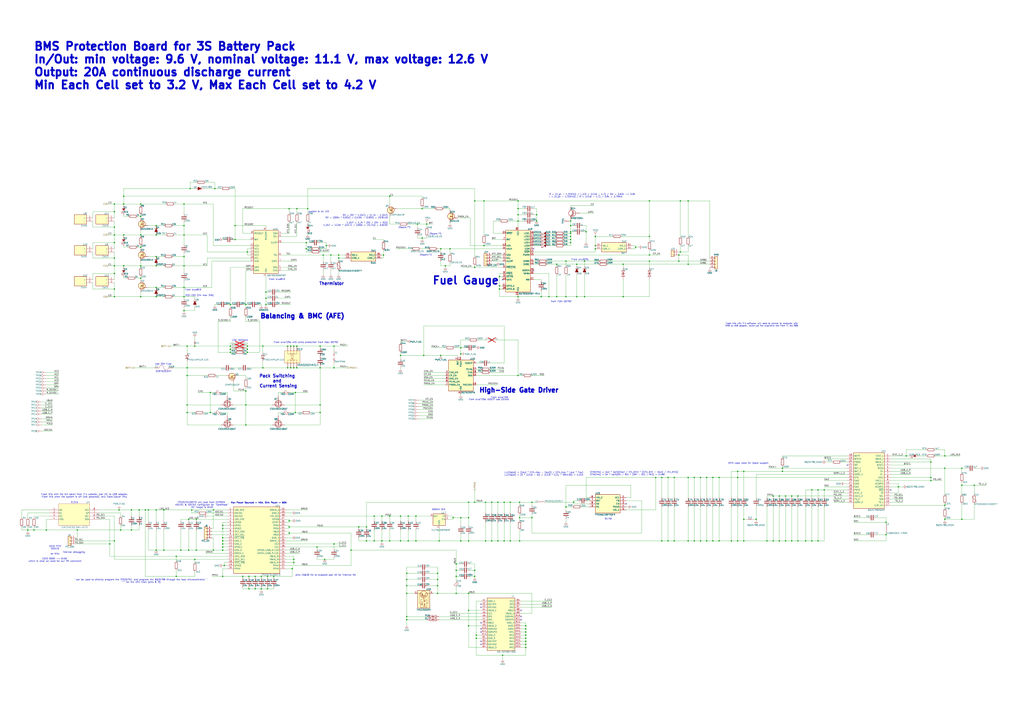
<source format=kicad_sch>
(kicad_sch (version 20250114) (generator "eeschema") (generator_version "9.0")
  (paper "A1")
  (text "ADCIN1 & ADCIN2 configured for \"SafeMode\"\nI2C Target is 0x20" (at 165.862 416.052 0) (effects (font (size 1.27 1.27))))
  (text "From slua810" (at 227.33 229.616 0) (effects (font (size 1.27 1.27) (italic yes))))
  (text "TPS25751DREFR will load from EEPROM" (at 165.354 413.004 0) (effects (font (size 1.27 1.27))))
  (text "High-Side Gate Driver" (at 426.212 320.802 0) (effects (font (size 3.81 3.81) (thickness 1.016) (bold yes))))
  (text "Flash this with TI's software, will need to connec to computer with\nSMB to USB adapter, could use the expensive one from TI, but $$$" (at 625.602 266.954 0) (effects (font (size 1.143 1.143))))
  (text "From slua810" (at 158.496 238.252 0) (effects (font (size 1.27 1.27) (italic yes))))
  (text "25ppm/°C" (at 349.758 209.55 0) (effects (font (size 1.27 1.27))))
  (text "internal debugging" (at 60.706 453.898 0) (effects (font (size 1.27 1.27))))
  (text "\"can be used to directly program the TPS25751, and program the BQ25798 through the host microcontroller \"\n^^^^ for the I2Ct lines (pins 8, 9)" (at 115.824 477.52 0) (effects (font (size 1.27 1.27))))
  (text "Pack Switching \nand \nCurrent Sensing" (at 228.6 313.182 0) (effects (font (size 2.54 2.54) (thickness 0.508) (bold yes))))
  (text "I_L(ripple) = (Vout * (Vin_max - Vout)) / (Vin_max * Lout * Fsw)\nI_L(ripple) = (5 * (12.6 - 5)) / (12.6 * 2.2u * 594130) = 2.31A" (at 446.532 389.382 0) (effects (font (size 1.27 1.27))))
  (text "512Kb" (at 61.214 413.004 0) (effects (font (size 1.27 1.27))))
  (text "25ppm/°C" (at 357.632 192.278 0) (effects (font (size 1.27 1.27))))
  (text "1010 ????\nGND=0\n\nso this:\n\n1010 0000 -> 0x50 \nwhich is what we need for our PD controller" (at 45.212 455.168 0) (effects (font (size 1.27 1.27))))
  (text "Balancing & BMC (AFE)" (at 248.412 259.842 0) (effects (font (size 3.81 3.81) (thickness 1.016) (bold yes))))
  (text "from TIDA-00792" (at 460.756 247.904 0) (effects (font (size 1.27 1.27) (italic yes))))
  (text "Fuel Gauge" (at 382.524 230.632 0) (effects (font (size 6.35 6.35) (thickness 1.27) (bold yes))))
  (text "From slva729a VDDCP was picked" (at 401.32 328.422 0) (effects (font (size 1.27 1.27) (italic yes))))
  (text "5V/5A" (at 499.618 426.466 0) (effects (font (size 1.27 1.27))))
  (text "From slva729a with extra protection from tida-00792" (at 251.206 281.432 0) (effects (font (size 1.27 1.27) (italic yes))))
  (text "R2 = (R1 * V_OUT) / (V_IN - V_OUT)\nR2 = (300k * 0.93V) / (12.6V - 0.93V) = 23.91kΩ\n\nV_OUT = V_IN * (R2 / (R1 + R2))\nV_OUT = 12.6V * (23.7k / (300k + 23.7k)) = 0.923V" (at 318.516 181.102 0) (effects (font (size 1.27 1.27)) (justify right)))
  (text "Use 20A Fuse" (at 134.112 299.212 0) (effects (font (size 1.27 1.27))))
  (text "R = (V_pk - V_f(min)) / I_LED = (12.6 - 1.7) / 3m = 3.63k -> 3.9k\nI = (V_pk - V_f(min)) / R = (12.6 - 1.7) / 3.9k = 2.79mA" (at 451.104 160.782 0) (effects (font (size 1.27 1.27)) (justify left)))
  (text "ICIN(rms) = Iout * sqrt((Vout / Vin_min) * ((Vin_min - Vout) / Vin_min))\nICIN(rms) = 5A * sqrt((5V / 9V) * ((9V - 5V) / 9V)) = 2.48A" (at 484.378 389.128 0) (effects (font (size 1.27 1.27)) (justify left)))
  (text "From slvu925c" (at 476.504 213.36 0) (effects (font (size 1.27 1.27))))
  (text "system is on LED" (at 261.874 173.99 0) (effects (font (size 1.27 1.27))))
  (text "VSYS caps need 2A ripple support" (at 614.426 380.746 0) (effects (font (size 1.27 1.27))))
  (text "From slusc16b" (at 410.21 326.644 0) (effects (font (size 1.27 1.27) (italic yes))))
  (text "pins 15&30 tie to exposed pad 40 for internal fet" (at 267.462 472.694 0) (effects (font (size 1.27 1.27))))
  (text "BMS Protection Board for 3S Battery Pack\nIn/Out: min voltage: 9.6 V, nominal voltage: 11.1 V, max voltage: 12.6 V\nOutput: 20A continuous discharge current\nMin Each Cell set to 3.2 V, Max Each Cell set to 4.2 V" (at 27.432 54.102 0) (effects (font (size 6.5786 6.5786) (thickness 1.524) (bold yes)) (justify left)))
  (text "0297020.WXT" (at 134.366 305.308 0) (effects (font (size 1.27 1.27))))
  (text "Flash this with the bin taken from TI's website. Use I2C to USB adapter.\nFlash this when the system is off (not powered), only flash/power this." (at 69.342 407.416 0) (effects (font (size 1.27 1.27))))
  (text "Max Power Sourced = 45W, Sink Power = 60W" (at 212.598 413.258 0) (effects (font (size 1.27 1.27) (thickness 0.254) (bold yes))))
  (text ">2W resistors" (at 196.85 279.654 0) (effects (font (size 1.27 1.27))))
  (text "500mA 3V3" (at 360.172 418.846 0) (effects (font (size 1.27 1.27))))
  (text "VC0-VSS (Vin max 3V6)" (at 163.83 242.824 0) (effects (font (size 1.27 1.27))))
  (text "Thermistor\n" (at 272.288 233.172 0) (effects (font (size 2.54 2.54) (thickness 0.508) (bold yes))))
  (text "25ppm/°C" (at 332.232 186.944 0) (effects (font (size 1.27 1.27))))
  (junction (at 468.63 194.31))
  (junction (at 775.97 415.29))
  (junction (at 610.87 426.72))
  (junction (at 737.87 400.05))
  (junction (at 172.72 322.58))
  (junction (at 93.98 224.79))
  (junction (at 384.81 514.35))
  (junction (at 241.3 302.26))
  (junction (at 189.23 287.02))
  (junction (at 203.2 284.48))
  (junction (at 204.47 483.87))
  (junction (at 199.39 473.71))
  (junction (at 558.8 207.01))
  (junction (at 464.82 214.63))
  (junction (at 251.46 204.47))
  (junction (at 134.62 452.12))
  (junction (at 172.72 339.09))
  (junction (at 193.04 196.85))
  (junction (at 22.86 435.61))
  (junction (at 473.71 217.17))
  (junction (at 359.41 476.25))
  (junction (at 610.87 387.35))
  (junction (at 431.8 519.43))
  (junction (at 511.81 243.84))
  (junction (at 278.13 212.09))
  (junction (at 294.64 433.07))
  (junction (at 151.13 167.64))
  (junction (at 800.1 398.78))
  (junction (at 408.94 444.5))
  (junction (at 189.23 289.56))
  (junction (at 468.63 196.85))
  (junction (at 359.41 487.68))
  (junction (at 184.15 464.82))
  (junction (at 262.89 284.48))
  (junction (at 201.93 349.25))
  (junction (at 419.1 444.5))
  (junction (at 242.57 322.58))
  (junction (at 419.1 412.75))
  (junction (at 727.71 439.42))
  (junction (at 161.29 452.12))
  (junction (at 101.6 218.44))
  (junction (at 97.79 419.1))
  (junction (at 90.17 447.04))
  (junction (at 775.97 374.65))
  (junction (at 215.9 284.48))
  (junction (at 605.79 392.43))
  (junction (at 288.29 452.12))
  (junction (at 533.4 214.63))
  (junction (at 252.73 171.45))
  (junction (at 160.02 459.74))
  (junction (at 635 444.5))
  (junction (at 468.63 190.5))
  (junction (at 374.65 487.68))
  (junction (at 63.5 435.61))
  (junction (at 144.78 473.71))
  (junction (at 570.23 392.43))
  (junction (at 764.54 392.43))
  (junction (at 410.21 234.95))
  (junction (at 236.22 302.26))
  (junction (at 203.2 289.56))
  (junction (at 243.84 171.45))
  (junction (at 671.83 444.5))
  (junction (at 219.71 473.71))
  (junction (at 570.23 444.5))
  (junction (at 93.98 199.39))
  (junction (at 666.75 402.59))
  (junction (at 600.71 444.5))
  (junction (at 101.6 161.29))
  (junction (at 243.84 284.48))
  (junction (at 359.41 481.33))
  (junction (at 676.91 402.59))
  (junction (at 521.97 203.2))
  (junction (at 93.98 193.04))
  (junction (at 203.2 287.02))
  (junction (at 114.3 419.1))
  (junction (at 93.98 173.99))
  (junction (at 347.98 292.1))
  (junction (at 215.9 302.26))
  (junction (at 431.8 521.97))
  (junction (at 543.56 392.43))
  (junction (at 410.21 237.49))
  (junction (at 237.49 427.99))
  (junction (at 203.2 207.01))
  (junction (at 640.08 444.5))
  (junction (at 431.8 527.05))
  (junction (at 457.2 217.17))
  (junction (at 274.32 447.04))
  (junction (at 240.03 467.36))
  (junction (at 378.46 290.83))
  (junction (at 237.49 171.45))
  (junction (at 440.69 176.53))
  (junction (at 789.94 384.81))
  (junction (at 313.69 444.5))
  (junction (at 468.63 181.61))
  (junction (at 238.76 284.48))
  (junction (at 361.95 292.1))
  (junction (at 468.63 191.77))
  (junction (at 128.27 218.44))
  (junction (at 403.86 444.5))
  (junction (at 374.65 463.55))
  (junction (at 182.88 449.58))
  (junction (at 267.97 201.93))
  (junction (at 553.72 392.43))
  (junction (at 156.21 154.94))
  (junction (at 214.63 483.87))
  (junction (at 241.3 284.48))
  (junction (at 585.47 392.43))
  (junction (at 431.8 516.89))
  (junction (at 154.94 426.72))
  (junction (at 328.93 292.1))
  (junction (at 473.71 243.84))
  (junction (at 153.67 284.48))
  (junction (at 153.67 339.09))
  (junction (at 115.57 177.8))
  (junction (at 151.13 218.44))
  (junction (at 426.72 412.75))
  (junction (at 431.8 532.13))
  (junction (at 789.94 426.72))
  (junction (at 128.27 419.1))
  (junction (at 115.57 243.84))
  (junction (at 115.57 218.44))
  (junction (at 201.93 250.19))
  (junction (at 243.84 302.26))
  (junction (at 635 407.67))
  (junction (at 365.76 218.44))
  (junction (at 374.65 473.71))
  (junction (at 182.88 473.71))
  (junction (at 361.95 204.47))
  (junction (at 314.96 209.55))
  (junction (at 480.06 214.63))
  (junction (at 436.88 412.75))
  (junction (at 533.4 194.31))
  (junction (at 148.59 452.12))
  (junction (at 182.88 452.12))
  (junction (at 655.32 444.5))
  (junction (at 565.15 165.1))
  (junction (at 640.08 407.67))
  (junction (at 464.82 243.84))
  (junction (at 384.81 501.65))
  (junction (at 189.23 250.19))
  (junction (at 262.89 339.09))
  (junction (at 389.89 165.1))
  (junction (at 182.88 431.8))
  (junction (at 151.13 255.27))
  (junction (at 605.79 387.35))
  (junction (at 789.94 398.78))
  (junction (at 334.01 487.68))
  (junction (at 425.45 176.53))
  (junction (at 101.6 193.04))
  (junction (at 209.55 483.87))
  (junction (at 389.89 473.71))
  (junction (at 151.13 243.84))
  (junction (at 391.16 524.51))
  (junction (at 128.27 210.82))
  (junction (at 642.62 384.81))
  (junction (at 182.88 434.34))
  (junction (at 384.81 425.45))
  (junction (at 425.45 308.61))
  (junction (at 666.75 444.5))
  (junction (at 511.81 217.17))
  (junction (at 398.78 444.5))
  (junction (at 334.01 471.17))
  (junction (at 93.98 444.5))
  (junction (at 153.67 302.26))
  (junction (at 265.43 209.55))
  (junction (at 398.78 412.75))
  (junction (at 425.45 181.61))
  (junction (at 431.8 514.35))
  (junction (at 307.34 444.5))
  (junction (at 189.23 284.48))
  (junction (at 151.13 185.42))
  (junction (at 119.38 419.1))
  (junction (at 334.01 476.25))
  (junction (at 558.8 165.1))
  (junction (at 251.46 199.39))
  (junction (at 468.63 185.42))
  (junction (at 553.72 444.5))
  (junction (at 175.26 419.1))
  (junction (at 557.53 214.63))
  (junction (at 335.28 424.18))
  (junction (at 182.88 444.5))
  (junction (at 93.98 186.69))
  (junction (at 488.95 204.47))
  (junction (at 764.54 394.97))
  (junction (at 384.81 444.5))
  (junction (at 278.13 209.55))
  (junction (at 175.26 452.12))
  (junction (at 320.04 161.29))
  (junction (at 372.11 425.45))
  (junction (at 764.54 379.73))
  (junction (at 182.88 447.04))
  (junction (at 468.63 199.39))
  (junction (at 744.22 374.65))
  (junction (at 271.78 209.55))
  (junction (at 341.63 444.5))
  (junction (at 328.93 444.5))
  (junction (at 134.62 419.1))
  (junction (at 99.06 435.61))
  (junction (at 727.71 429.26))
  (junction (at 440.69 181.61))
  (junction (at 266.7 459.74))
  (junction (at 621.03 426.72))
  (junction (at 115.57 167.64))
  (junction (at 161.29 426.72))
  (junction (at 262.89 302.26))
  (junction (at 431.8 529.59))
  (junction (at 107.95 435.61))
  (junction (at 605.79 444.5))
  (junction (at 274.32 302.26))
  (junction (at 414.02 412.75))
  (junction (at 642.62 387.35))
  (junction (at 153.67 308.61))
  (junction (at 93.98 212.09))
  (junction (at 425.45 243.84))
  (junction (at 360.68 444.5))
  (junction (at 128.27 236.22))
  (junction (at 590.55 392.43))
  (junction (at 590.55 444.5))
  (junction (at 346.71 171.45))
  (junction (at 307.34 424.18))
  (junction (at 480.06 243.84))
  (junction (at 580.39 392.43))
  (junction (at 237.49 438.15))
  (junction (at 128.27 243.84))
  (junction (at 565.15 217.17))
  (junction (at 580.39 444.5))
  (junction (at 410.21 227.33))
  (junction (at 431.8 524.51))
  (junction (at 128.27 452.12))
  (junction (at 450.85 243.84))
  (junction (at 238.76 302.26))
  (junction (at 201.93 332.74))
  (junction (at 645.16 444.5))
  (junction (at 538.48 392.43))
  (junction (at 565.15 392.43))
  (junction (at 204.47 473.71))
  (junction (at 565.15 444.5))
  (junction (at 650.24 444.5))
  (junction (at 575.31 444.5))
  (junction (at 378.46 425.45))
  (junction (at 444.5 243.84))
  (junction (at 176.53 154.94))
  (junction (at 218.44 245.11))
  (junction (at 650.24 407.67))
  (junction (at 533.4 209.55))
  (junction (at 414.02 444.5))
  (junction (at 237.49 433.07))
  (junction (at 274.32 284.48))
  (junction (at 144.78 457.2))
  (junction (at 408.94 412.75))
  (junction (at 629.92 444.5))
  (junction (at 378.46 444.5))
  (junction (at 488.95 201.93))
  (junction (at 471.17 412.75))
  (junction (at 425.45 165.1))
  (junction (at 359.41 471.17))
  (junction (at 426.72 444.5))
  (junction (at 378.46 285.75))
  (junction (at 262.89 332.74))
  (junction (at 209.55 473.71))
  (junction (at 236.22 284.48))
  (junction (at 38.1 435.61))
  (junction (at 128.27 193.04))
  (junction (at 548.64 444.5))
  (junction (at 575.31 392.43))
  (junction (at 151.13 236.22))
  (junction (at 224.79 473.71))
  (junction (at 121.92 419.1))
  (junction (at 242.57 339.09))
  (junction (at 557.53 209.55))
  (junction (at 346.71 195.58))
  (junction (at 241.3 462.28))
  (junction (at 157.48 419.1))
  (junction (at 403.86 412.75))
  (junction (at 374.65 468.63))
  (junction (at 300.99 444.5))
  (junction (at 115.57 203.2))
  (junction (at 533.4 165.1))
  (junction (at 27.94 435.61))
  (junction (at 151.13 210.82))
  (junction (at 412.75 538.48))
  (junction (at 154.94 452.12))
  (junction (at 93.98 167.64))
  (junction (at 115.57 193.04))
  (junction (at 548.64 392.43))
  (junction (at 389.89 468.63))
  (junction (at 389.89 412.75))
  (junction (at 160.02 284.48))
  (junction (at 151.13 193.04))
  (junction (at 543.56 444.5))
  (junction (at 153.67 332.74))
  (junction (at 115.57 228.6))
  (junction (at 320.04 424.18))
  (junction (at 182.88 441.96))
  (junction (at 397.51 165.1))
  (junction (at 214.63 473.71))
  (junction (at 775.97 384.81))
  (junction (at 661.67 444.5))
  (junction (at 335.28 444.5))
  (junction (at 334.01 509.27))
  (junction (at 457.2 243.84))
  (junction (at 218.44 250.19))
  (junction (at 391.16 521.97))
  (junction (at 93.98 237.49))
  (junction (at 342.9 184.15))
  (junction (at 219.71 483.87))
  (junction (at 341.63 424.18))
  (junction (at 313.69 424.18))
  (junction (at 260.35 449.58))
  (junction (at 334.01 481.33))
  (junction (at 426.72 425.45))
  (junction (at 218.44 240.03))
  (junction (at 300.99 433.07))
  (junction (at 436.88 425.45))
  (junction (at 201.93 321.31))
  (junction (at 775.97 426.72))
  (junction (at 397.51 201.93))
  (junction (at 384.81 412.75))
  (junction (at 488.95 194.31))
  (junction (at 328.93 424.18))
  (junction (at 193.04 185.42))
  (junction (at 350.52 184.15))
  (junction (at 320.04 444.5))
  (junction (at 585.47 444.5))
  (junction (at 93.98 218.44))
  (junction (at 389.89 219.71))
  (junction (at 655.32 407.67))
  (junction (at 464.82 416.56))
  (junction (at 384.81 487.68))
  (junction (at 101.6 167.64))
  (junction (at 334.01 506.73))
  (junction (at 671.83 402.59))
  (junction (at 107.95 419.1))
  (junction (at 93.98 243.84))
  (junction (at 481.33 190.5))
  (junction (at 241.3 459.74))
  (junction (at 610.87 444.5))
  (junction (at 645.16 407.67))
  (junction (at 425.45 171.45))
  (junction (at 128.27 185.42))
  (junction (at 369.57 204.47))
  (no_connect (at 695.96 382.27))
  (no_connect (at 427.99 509.27))
  (no_connect (at 412.75 229.87))
  (no_connect (at 394.97 529.59))
  (no_connect (at 427.99 506.73))
  (no_connect (at 394.97 516.89))
  (no_connect (at 514.35 414.02))
  (no_connect (at 394.97 511.81))
  (no_connect (at 427.99 501.65))
  (no_connect (at 438.15 222.25))
  (no_connect (at 394.97 519.43))
  (no_connect (at 394.97 499.11))
  (no_connect (at 394.97 527.05))
  (no_connect (at 394.97 496.57))
  (no_connect (at 731.52 402.59))
  (no_connect (at 438.15 204.47))
  (wire (pts (xy 408.94 444.5) (xy 414.02 444.5)))
  (wire (pts (xy 642.62 374.65) (xy 695.96 374.65)))
  (wire (pts (xy 168.91 149.86) (xy 176.53 149.86)))
  (wire (pts (xy 307.34 435.61) (xy 307.34 444.5)))
  (wire (pts (xy 403.86 444.5) (xy 408.94 444.5)))
  (wire (pts (xy 241.3 284.48) (xy 243.84 284.48)))
  (wire (pts (xy 90.17 457.2) (xy 144.78 457.2)))
  (wire (pts (xy 438.15 201.93) (xy 443.23 201.93)))
  (wire (pts (xy 533.4 194.31) (xy 533.4 198.12)))
  (wire (pts (xy 389.89 463.55) (xy 389.89 468.63)))
  (wire (pts (xy 175.26 452.12) (xy 182.88 452.12)))
  (wire (pts (xy 344.17 481.33) (xy 334.01 481.33)))
  (wire (pts (xy 610.87 444.5) (xy 629.92 444.5)))
  (wire (pts (xy 294.64 441.96) (xy 294.64 444.5)))
  (wire (pts (xy 727.71 429.26) (xy 727.71 430.53)))
  (wire (pts (xy 153.67 284.48) (xy 153.67 289.56)))
  (wire (pts (xy 403.86 212.09) (xy 412.75 212.09)))
  (wire (pts (xy 142.24 236.22) (xy 151.13 236.22)))
  (wire (pts (xy 186.69 452.12) (xy 182.88 452.12)))
  (wire (pts (xy 182.88 464.82) (xy 184.15 464.82)))
  (wire (pts (xy 731.52 405.13) (xy 737.87 405.13)))
  (wire (pts (xy 444.5 229.87) (xy 444.5 231.14)))
  (wire (pts (xy 410.21 234.95) (xy 410.21 237.49)))
  (wire (pts (xy 142.24 218.44) (xy 151.13 218.44)))
  (wire (pts (xy 328.93 424.18) (xy 328.93 427.99)))
  (wire (pts (xy 186.69 454.66) (xy 168.91 454.66)))
  (wire (pts (xy 175.26 419.1) (xy 186.69 419.1)))
  (wire (pts (xy 320.04 177.8) (xy 320.04 184.15)))
  (wire (pts (xy 558.8 165.1) (xy 558.8 194.31)))
  (wire (pts (xy 320.04 424.18) (xy 320.04 427.99)))
  (wire (pts (xy 384.81 501.65) (xy 394.97 501.65)))
  (wire (pts (xy 427.99 494.03) (xy 453.39 494.03)))
  (wire (pts (xy 605.79 444.5) (xy 610.87 444.5)))
  (wire (pts (xy 737.87 400.05) (xy 737.87 405.13)))
  (wire (pts (xy 48.26 311.15) (xy 38.1 311.15)))
  (wire (pts (xy 214.63 251.46) (xy 214.63 250.19)))
  (wire (pts (xy 565.15 444.5) (xy 570.23 444.5)))
  (wire (pts (xy 344.17 341.63) (xy 355.6 341.63)))
  (wire (pts (xy 575.31 416.56) (xy 575.31 444.5)))
  (wire (pts (xy 684.53 410.21) (xy 695.96 410.21)))
  (wire (pts (xy 335.28 435.61) (xy 335.28 444.5)))
  (wire (pts (xy 389.89 218.44) (xy 389.89 219.71)))
  (wire (pts (xy 389.89 468.63) (xy 389.89 473.71)))
  (wire (pts (xy 148.59 426.72) (xy 148.59 427.99)))
  (wire (pts (xy 533.4 165.1) (xy 533.4 194.31)))
  (wire (pts (xy 378.46 463.55) (xy 374.65 463.55)))
  (wire (pts (xy 521.97 203.2) (xy 524.51 203.2)))
  (wire (pts (xy 236.22 284.48) (xy 238.76 284.48)))
  (wire (pts (xy 344.17 466.09) (xy 334.01 466.09)))
  (wire (pts (xy 76.2 173.99) (xy 76.2 179.07)))
  (wire (pts (xy 464.82 214.63) (xy 464.82 218.44)))
  (wire (pts (xy 372.11 424.18) (xy 368.3 424.18)))
  (wire (pts (xy 148.59 435.61) (xy 148.59 452.12)))
  (wire (pts (xy 365.76 218.44) (xy 365.76 219.71)))
  (wire (pts (xy 440.69 176.53) (xy 440.69 181.61)))
  (wire (pts (xy 565.15 209.55) (xy 565.15 217.17)))
  (wire (pts (xy 488.95 194.31) (xy 502.92 194.31)))
  (wire (pts (xy 431.8 527.05) (xy 431.8 529.59)))
  (wire (pts (xy 533.4 229.87) (xy 533.4 243.84)))
  (wire (pts (xy 538.48 392.43) (xy 538.48 419.1)))
  (wire (pts (xy 610.87 387.35) (xy 610.87 408.94)))
  (wire (pts (xy 176.53 251.46) (xy 176.53 250.19)))
  (wire (pts (xy 650.24 416.56) (xy 650.24 444.5)))
  (wire (pts (xy 481.33 190.5) (xy 481.33 199.39)))
  (wire (pts (xy 764.54 392.43) (xy 764.54 394.97)))
  (wire (pts (xy 262.89 284.48) (xy 262.89 285.75)))
  (wire (pts (xy 173.99 436.88) (xy 186.69 436.88)))
  (wire (pts (xy 201.93 250.19) (xy 204.47 250.19)))
  (wire (pts (xy 214.63 473.71) (xy 214.63 474.98)))
  (wire (pts (xy 431.8 516.89) (xy 431.8 519.43)))
  (wire (pts (xy 76.2 199.39) (xy 93.98 199.39)))
  (wire (pts (xy 213.36 264.16) (xy 213.36 289.56)))
  (wire (pts (xy 436.88 412.75) (xy 440.69 412.75)))
  (wire (pts (xy 204.47 473.71) (xy 204.47 474.98)))
  (wire (pts (xy 182.88 434.34) (xy 182.88 431.8)))
  (wire (pts (xy 233.68 349.25) (xy 262.89 349.25)))
  (wire (pts (xy 359.41 471.17) (xy 359.41 476.25)))
  (wire (pts (xy 335.28 444.5) (xy 328.93 444.5)))
  (wire (pts (xy 346.71 170.18) (xy 346.71 171.45)))
  (wire (pts (xy 744.22 369.57) (xy 760.73 369.57)))
  (wire (pts (xy 242.57 322.58) (xy 252.73 322.58)))
  (wire (pts (xy 635 407.67) (xy 640.08 407.67)))
  (wire (pts (xy 775.97 369.57) (xy 775.97 374.65)))
  (wire (pts (xy 328.93 280.67) (xy 328.93 281.94)))
  (wire (pts (xy 350.52 184.15) (xy 350.52 186.69)))
  (wire (pts (xy 438.15 181.61) (xy 440.69 181.61)))
  (wire (pts (xy 115.57 193.04) (xy 128.27 193.04)))
  (wire (pts (xy 231.14 194.31) (xy 243.84 194.31)))
  (wire (pts (xy 160.02 252.73) (xy 160.02 255.27)))
  (wire (pts (xy 789.94 426.72) (xy 800.1 426.72)))
  (wire (pts (xy 412.75 224.79) (xy 410.21 224.79)))
  (wire (pts (xy 585.47 416.56) (xy 585.47 444.5)))
  (wire (pts (xy 468.63 190.5) (xy 471.17 190.5)))
  (wire (pts (xy 203.2 284.48) (xy 203.2 281.94)))
  (wire (pts (xy 48.26 323.85) (xy 38.1 323.85)))
  (wire (pts (xy 438.15 207.01) (xy 488.95 207.01)))
  (wire (pts (xy 182.88 467.36) (xy 182.88 473.71)))
  (wire (pts (xy 789.94 384.81) (xy 789.94 388.62)))
  (wire (pts (xy 372.11 425.45) (xy 378.46 425.45)))
  (wire (pts (xy 642.62 383.54) (xy 642.62 384.81)))
  (wire (pts (xy 43.18 346.71) (xy 34.29 346.71)))
  (wire (pts (xy 160.02 243.84) (xy 160.02 245.11)))
  (wire (pts (xy 468.63 191.77) (xy 468.63 194.31)))
  (wire (pts (xy 154.94 435.61) (xy 154.94 452.12)))
  (wire (pts (xy 403.86 429.26) (xy 403.86 444.5)))
  (wire (pts (xy 645.16 444.5) (xy 650.24 444.5)))
  (wire (pts (xy 482.6 411.48) (xy 483.87 411.48)))
  (wire (pts (xy 237.49 182.88) (xy 237.49 191.77)))
  (wire (pts (xy 17.78 419.1) (xy 17.78 425.45)))
  (wire (pts (xy 101.6 228.6) (xy 104.14 228.6)))
  (wire (pts (xy 93.98 199.39) (xy 93.98 204.47)))
  (wire (pts (xy 425.45 171.45) (xy 425.45 176.53)))
  (wire (pts (xy 373.38 285.75) (xy 378.46 285.75)))
  (wire (pts (xy 346.71 161.29) (xy 346.71 162.56)))
  (wire (pts (xy 480.06 214.63) (xy 480.06 218.44)))
  (wire (pts (xy 375.92 179.07) (xy 386.08 179.07)))
  (wire (pts (xy 346.71 161.29) (xy 320.04 161.29)))
  (wire (pts (xy 243.84 284.48) (xy 262.89 284.48)))
  (wire (pts (xy 436.88 308.61) (xy 447.04 308.61)))
  (wire (pts (xy 115.57 189.23) (xy 115.57 193.04)))
  (wire (pts (xy 184.15 464.82) (xy 186.69 464.82)))
  (wire (pts (xy 450.85 191.77) (xy 455.93 191.77)))
  (wire (pts (xy 17.78 433.07) (xy 17.78 435.61)))
  (wire (pts (xy 40.64 426.72) (xy 38.1 426.72)))
  (wire (pts (xy 300.99 412.75) (xy 384.81 412.75)))
  (wire (pts (xy 471.17 414.02) (xy 483.87 414.02)))
  (wire (pts (xy 294.64 444.5) (xy 300.99 444.5)))
  (wire (pts (xy 481.33 185.42) (xy 481.33 190.5)))
  (wire (pts (xy 374.65 452.12) (xy 374.65 463.55)))
  (wire (pts (xy 661.67 444.5) (xy 666.75 444.5)))
  (wire (pts (xy 88.9 218.44) (xy 93.98 218.44)))
  (wire (pts (xy 463.55 196.85) (xy 468.63 196.85)))
  (wire (pts (xy 378.46 444.5) (xy 360.68 444.5)))
  (wire (pts (xy 676.91 377.19) (xy 695.96 377.19)))
  (wire (pts (xy 640.08 416.56) (xy 640.08 444.5)))
  (wire (pts (xy 151.13 167.64) (xy 151.13 175.26)))
  (wire (pts (xy 101.6 167.64) (xy 101.6 168.91)))
  (wire (pts (xy 510.54 194.31) (xy 533.4 194.31)))
  (wire (pts (xy 201.93 321.31) (xy 201.93 332.74)))
  (wire (pts (xy 170.18 212.09) (xy 205.74 212.09)))
  (wire (pts (xy 173.99 439.42) (xy 186.69 439.42)))
  (wire (pts (xy 251.46 199.39) (xy 251.46 204.47)))
  (wire (pts (xy 153.67 308.61) (xy 170.18 308.61)))
  (wire (pts (xy 271.78 209.55) (xy 278.13 209.55)))
  (wire (pts (xy 558.8 201.93) (xy 558.8 207.01)))
  (wire (pts (xy 40.64 419.1) (xy 17.78 419.1)))
  (wire (pts (xy 521.97 201.93) (xy 521.97 203.2)))
  (wire (pts (xy 464.82 398.78) (xy 518.16 398.78)))
  (wire (pts (xy 203.2 209.55) (xy 205.74 209.55)))
  (wire (pts (xy 93.98 237.49) (xy 93.98 243.84)))
  (wire (pts (xy 167.64 154.94) (xy 176.53 154.94)))
  (wire (pts (xy 313.69 212.09) (xy 314.96 212.09)))
  (wire (pts (xy 425.45 165.1) (xy 533.4 165.1)))
  (wire (pts (xy 201.93 264.16) (xy 213.36 264.16)))
  (wire (pts (xy 514.35 411.48) (xy 527.05 411.48)))
  (wire (pts (xy 170.18 207.01) (xy 203.2 207.01)))
  (wire (pts (xy 655.32 416.56) (xy 655.32 444.5)))
  (wire (pts (xy 189.23 284.48) (xy 189.23 281.94)))
  (wire (pts (xy 101.6 176.53) (xy 101.6 177.8)))
  (wire (pts (xy 436.88 422.91) (xy 436.88 425.45)))
  (wire (pts (xy 775.97 374.65) (xy 788.67 374.65)))
  (wire (pts (xy 427.99 511.81) (xy 431.8 511.81)))
  (wire (pts (xy 341.63 424.18) (xy 335.28 424.18)))
  (wire (pts (xy 201.93 222.25) (xy 201.93 250.19)))
  (wire (pts (xy 274.32 298.45) (xy 274.32 302.26)))
  (wire (pts (xy 334.01 481.33) (xy 334.01 487.68)))
  (wire (pts (xy 488.95 194.31) (xy 488.95 201.93)))
  (wire (pts (xy 121.92 236.22) (xy 128.27 236.22)))
  (wire (pts (xy 511.81 243.84) (xy 533.4 243.84)))
  (wire (pts (xy 477.52 416.56) (xy 483.87 416.56)))
  (wire (pts (xy 88.9 243.84) (xy 93.98 243.84)))
  (wire (pts (xy 605.79 392.43) (xy 695.96 392.43)))
  (wire (pts (xy 642.62 384.81) (xy 695.96 384.81)))
  (wire (pts (xy 151.13 236.22) (xy 173.99 236.22)))
  (wire (pts (xy 590.55 392.43) (xy 590.55 408.94)))
  (wire (pts (xy 237.49 431.8) (xy 237.49 433.07)))
  (wire (pts (xy 320.04 444.5) (xy 328.93 444.5)))
  (wire (pts (xy 93.98 424.18) (xy 93.98 444.5)))
  (wire (pts (xy 384.81 487.68) (xy 436.88 487.68)))
  (wire (pts (xy 176.53 149.86) (xy 176.53 154.94)))
  (wire (pts (xy 237.49 427.99) (xy 240.03 427.99)))
  (wire (pts (xy 81.28 421.64) (xy 99.06 421.64)))
  (wire (pts (xy 209.55 482.6) (xy 209.55 483.87)))
  (wire (pts (xy 288.29 452.12) (xy 288.29 464.82)))
  (wire (pts (xy 580.39 416.56) (xy 580.39 444.5)))
  (wire (pts (xy 378.46 439.42) (xy 378.46 444.5)))
  (wire (pts (xy 128.27 210.82) (xy 134.62 210.82)))
  (wire (pts (xy 464.82 416.56) (xy 464.82 419.1)))
  (wire (pts (xy 201.93 318.77) (xy 201.93 321.31)))
  (wire (pts (xy 115.57 167.64) (xy 135.89 167.64)))
  (wire (pts (xy 313.69 444.5) (xy 320.04 444.5)))
  (wire (pts (xy 408.94 429.26) (xy 408.94 444.5)))
  (wire (pts (xy 450.85 243.84) (xy 457.2 243.84)))
  (wire (pts (xy 359.41 476.25) (xy 359.41 481.33)))
  (wire (pts (xy 378.46 323.85) (xy 378.46 325.12)))
  (wire (pts (xy 425.45 279.4) (xy 425.45 308.61)))
  (wire (pts (xy 346.71 171.45) (xy 356.87 171.45)))
  (wire (pts (xy 119.38 473.71) (xy 119.38 419.1)))
  (wire (pts (xy 203.2 204.47) (xy 203.2 207.01)))
  (wire (pts (xy 172.72 322.58) (xy 176.53 322.58)))
  (wire (pts (xy 234.95 444.5) (xy 252.73 444.5)))
  (wire (pts (xy 199.39 473.71) (xy 204.47 473.71)))
  (wire (pts (xy 101.6 177.8) (xy 105.41 177.8)))
  (wire (pts (xy 170.18 424.18) (xy 186.69 424.18)))
  (wire (pts (xy 101.6 201.93) (xy 101.6 203.2)))
  (wire (pts (xy 464.82 214.63) (xy 480.06 214.63)))
  (wire (pts (xy 107.95 435.61) (xy 114.3 435.61)))
  (wire (pts (xy 473.71 243.84) (xy 480.06 243.84)))
  (wire (pts (xy 43.18 330.2) (xy 34.29 330.2)))
  (wire (pts (xy 419.1 412.75) (xy 426.72 412.75)))
  (wire (pts (xy 320.04 184.15) (xy 327.66 184.15)))
  (wire (pts (xy 48.26 316.23) (xy 38.1 316.23)))
  (wire (pts (xy 347.98 306.07) (xy 365.76 306.07)))
  (wire (pts (xy 142.24 243.84) (xy 151.13 243.84)))
  (wire (pts (xy 431.8 524.51) (xy 431.8 527.05)))
  (wire (pts (xy 262.89 207.01) (xy 270.51 207.01)))
  (wire (pts (xy 121.92 210.82) (xy 128.27 210.82)))
  (wire (pts (xy 575.31 444.5) (xy 580.39 444.5)))
  (wire (pts (xy 426.72 435.61) (xy 426.72 444.5)))
  (wire (pts (xy 610.87 387.35) (xy 642.62 387.35)))
  (wire (pts (xy 600.71 387.35) (xy 605.79 387.35)))
  (wire (pts (xy 384.81 425.45) (xy 384.81 431.8)))
  (wire (pts (xy 419.1 429.26) (xy 419.1 444.5)))
  (wire (pts (xy 374.65 463.55) (xy 374.65 468.63)))
  (wire (pts (xy 449.58 217.17) (xy 457.2 217.17)))
  (wire (pts (xy 410.21 237.49) (xy 412.75 237.49)))
  (wire (pts (xy 431.8 529.59) (xy 431.8 532.13)))
  (wire (pts (xy 468.63 199.39) (xy 468.63 201.93)))
  (wire (pts (xy 378.46 425.45) (xy 378.46 431.8)))
  (wire (pts (xy 189.23 219.71) (xy 189.23 250.19)))
  (wire (pts (xy 214.63 483.87) (xy 214.63 485.14)))
  (wire (pts (xy 224.79 473.71) (xy 240.03 473.71)))
  (wire (pts (xy 271.78 209.55) (xy 271.78 214.63)))
  (wire (pts (xy 128.27 452.12) (xy 134.62 452.12)))
  (wire (pts (xy 398.78 444.5) (xy 403.86 444.5)))
  (wire (pts (xy 153.67 349.25) (xy 181.61 349.25)))
  (wire (pts (xy 444.5 238.76) (xy 444.5 243.84)))
  (wire (pts (xy 359.41 466.09) (xy 359.41 471.17)))
  (wire (pts (xy 514.35 408.94) (xy 518.16 408.94)))
  (wire (pts (xy 153.67 308.61) (xy 153.67 332.74)))
  (wire (pts (xy 360.68 434.34) (xy 360.68 444.5)))
  (wire (pts (xy 101.6 167.64) (xy 115.57 167.64)))
  (wire (pts (xy 97.79 419.1) (xy 107.95 419.1)))
  (wire (pts (xy 38.1 435.61) (xy 63.5 435.61)))
  (wire (pts (xy 173.99 441.96) (xy 175.26 441.96)))
  (wire (pts (xy 557.53 214.63) (xy 582.93 214.63)))
  (wire (pts (xy 186.69 444.5) (xy 182.88 444.5)))
  (wire (pts (xy 360.68 506.73) (xy 394.97 506.73)))
  (wire (pts (xy 260.35 458.47) (xy 260.35 459.74)))
  (wire (pts (xy 243.84 171.45) (xy 243.84 175.26)))
  (wire (pts (xy 737.87 400.05) (xy 741.68 400.05)))
  (wire (pts (xy 344.17 476.25) (xy 334.01 476.25)))
  (wire (pts (xy 351.79 466.09) (xy 359.41 466.09)))
  (wire (pts (xy 585.47 444.5) (xy 590.55 444.5)))
  (wire (pts (xy 731.52 374.65) (xy 744.22 374.65)))
  (wire (pts (xy 359.41 481.33) (xy 359.41 487.68)))
  (wire (pts (xy 191.77 321.31) (xy 201.93 321.31)))
  (wire (pts (xy 328.93 292.1) (xy 328.93 294.64)))
  (wire (pts (xy 156.21 154.94) (xy 160.02 154.94)))
  (wire (pts (xy 414.02 412.75) (xy 414.02 421.64)))
  (wire (pts (xy 590.55 416.56) (xy 590.55 444.5)))
  (wire (pts (xy 464.82 226.06) (xy 464.82 243.84)))
  (wire (pts (xy 605.79 387.35) (xy 605.79 392.43)))
  (wire (pts (xy 640.08 407.67) (xy 645.16 407.67)))
  (wire (pts (xy 417.83 181.61) (xy 425.45 181.61)))
  (wire (pts (xy 265.43 209.55) (xy 271.78 209.55)))
  (wire (pts (xy 427.99 521.97) (xy 431.8 521.97)))
  (wire (pts (xy 252.73 154.94) (xy 252.73 171.45)))
  (wire (pts (xy 307.34 444.5) (xy 313.69 444.5)))
  (wire (pts (xy 262.89 204.47) (xy 267.97 204.47)))
  (wire (pts (xy 389.89 463.55) (xy 386.08 463.55)))
  (wire (pts (xy 645.16 416.56) (xy 645.16 444.5)))
  (wire (pts (xy 234.95 424.18) (xy 307.34 424.18)))
  (wire (pts (xy 274.32 288.29) (xy 274.32 284.48)))
  (wire (pts (xy 431.8 532.13) (xy 431.8 538.48)))
  (wire (pts (xy 232.41 322.58) (xy 228.6 322.58)))
  (wire (pts (xy 151.13 223.52) (xy 151.13 218.44)))
  (wire (pts (xy 255.27 199.39) (xy 251.46 199.39)))
  (wire (pts (xy 151.13 193.04) (xy 151.13 200.66)))
  (wire (pts (xy 99.06 431.8) (xy 99.06 435.61)))
  (wire (pts (xy 426.72 412.75) (xy 436.88 412.75)))
  (wire (pts (xy 425.45 308.61) (xy 429.26 308.61)))
  (wire (pts (xy 189.23 252.73) (xy 189.23 250.19)))
  (wire (pts (xy 557.53 209.55) (xy 565.15 209.55)))
  (wire (pts (xy 557.53 209.55) (xy 557.53 214.63)))
  (wire (pts (xy 262.89 332.74) (xy 262.89 339.09)))
  (wire (pts (xy 410.21 227.33) (xy 410.21 234.95)))
  (wire (pts (xy 285.75 302.26) (xy 274.32 302.26)))
  (wire (pts (xy 76.2 173.99) (xy 93.98 173.99)))
  (wire (pts (xy 93.98 186.69) (xy 93.98 193.04)))
  (wire (pts (xy 391.16 524.51) (xy 391.16 538.48)))
  (wire (pts (xy 438.15 217.17) (xy 441.96 217.17)))
  (wire (pts (xy 760.73 374.65) (xy 754.38 374.65)))
  (wire (pts (xy 355.6 336.55) (xy 344.17 336.55)))
  (wire (pts (xy 425.45 165.1) (xy 425.45 171.45)))
  (wire (pts (xy 234.95 452.12) (xy 246.38 452.12)))
  (wire (pts (xy 693.42 397.51) (xy 695.96 397.51)))
  (wire (pts (xy 650.24 407.67) (xy 650.24 408.94)))
  (wire (pts (xy 481.33 392.43) (xy 538.48 392.43)))
  (wire (pts (xy 463.55 191.77) (xy 468.63 191.77)))
  (wire (pts (xy 236.22 302.26) (xy 238.76 302.26)))
  (wire (pts (xy 650.24 407.67) (xy 655.32 407.67)))
  (wire (pts (xy 153.67 339.09) (xy 160.02 339.09)))
  (wire (pts (xy 234.95 439.42) (xy 237.49 439.42)))
  (wire (pts (xy 278.13 212.09) (xy 283.21 212.09)))
  (wire (pts (xy 17.78 435.61) (xy 22.86 435.61)))
  (wire (pts (xy 391.16 494.03) (xy 391.16 521.97)))
  (wire (pts (xy 153.67 332.74) (xy 153.67 339.09)))
  (wire (pts (xy 175.26 201.93) (xy 205.74 201.93)))
  (wire (pts (xy 128.27 193.04) (xy 135.89 193.04)))
  (wire (pts (xy 278.13 209.55) (xy 278.13 212.09)))
  (wire (pts (xy 189.23 287.02) (xy 189.23 284.48)))
  (wire (pts (xy 193.04 185.42) (xy 193.04 196.85)))
  (wire (pts (xy 403.86 412.75) (xy 408.94 412.75)))
  (wire (pts (xy 355.6 334.01) (xy 344.17 334.01)))
  (wire (pts (xy 410.21 243.84) (xy 425.45 243.84)))
  (wire (pts (xy 407.67 279.4) (xy 425.45 279.4)))
  (wire (pts (xy 457.2 226.06) (xy 457.2 243.84)))
  (wire (pts (xy 389.89 154.94) (xy 389.89 165.1)))
  (wire (pts (xy 701.04 429.26) (xy 727.71 429.26)))
  (wire (pts (xy 427.99 504.19) (xy 436.88 504.19)))
  (wire (pts (xy 666.75 402.59) (xy 666.75 408.94)))
  (wire (pts (xy 267.97 201.93) (xy 269.24 201.93)))
  (wire (pts (xy 234.95 462.28) (xy 241.3 462.28)))
  (wire (pts (xy 151.13 185.42) (xy 151.13 193.04)))
  (wire (pts (xy 346.71 195.58) (xy 346.71 196.85)))
  (wire (pts (xy 427.99 532.13) (xy 431.8 532.13)))
  (wire (pts (xy 386.08 473.71) (xy 389.89 473.71)))
  (wire (pts (xy 471.17 411.48) (xy 474.98 411.48)))
  (wire (pts (xy 113.03 203.2) (xy 115.57 203.2)))
  (wire (pts (xy 115.57 214.63) (xy 115.57 218.44)))
  (wire (pts (xy 228.6 240.03) (xy 238.76 240.03)))
  (wire (pts (xy 731.52 394.97) (xy 764.54 394.97)))
  (wire (pts (xy 427.99 524.51) (xy 431.8 524.51)))
  (wire (pts (xy 278.13 212.09) (xy 278.13 214.63)))
  (wire (pts (xy 115.57 203.2) (xy 115.57 204.47)))
  (wire (pts (xy 374.65 482.6) (xy 374.65 487.68)))
  (wire (pts (xy 173.99 214.63) (xy 173.99 236.22)))
  (wire (pts (xy 384.81 439.42) (xy 384.81 444.5)))
  (wire (pts (xy 400.05 279.4) (xy 392.43 279.4)))
  (wire (pts (xy 391.16 521.97) (xy 394.97 521.97)))
  (wire (pts (xy 378.46 425.45) (xy 384.81 425.45)))
  (wire (pts (xy 353.06 424.18) (xy 341.63 424.18)))
  (wire (pts (xy 444.5 243.84) (xy 450.85 243.84)))
  (wire (pts (xy 655.32 407.67) (xy 655.32 408.94)))
  (wire (pts (xy 101.6 161.29) (xy 101.6 167.64)))
  (wire (pts (xy 519.43 204.47) (xy 521.97 204.47)))
  (wire (pts (xy 650.24 444.5) (xy 655.32 444.5)))
  (wire (pts (xy 76.2 207.01) (xy 76.2 212.09)))
  (wire (pts (xy 255.27 207.01) (xy 251.46 207.01)))
  (wire (pts (xy 426.72 425.45) (xy 436.88 425.45)))
  (wire (pts (xy 234.95 419.1) (xy 252.73 419.1)))
  (wire (pts (xy 191.77 196.85) (xy 193.04 196.85)))
  (wire (pts (xy 93.98 167.64) (xy 93.98 173.99)))
  (wire (pts (xy 162.56 421.64) (xy 157.48 421.64)))
  (wire (pts (xy 191.77 349.25) (xy 201.93 349.25)))
  (wire (pts (xy 347.98 267.97) (xy 414.02 267.97)))
  (wire (pts (xy 499.11 214.63) (xy 533.4 214.63)))
  (wire (pts (xy 412.75 538.48) (xy 412.75 542.29)))
  (wire (pts (xy 391.16 538.48) (xy 412.75 538.48)))
  (wire (pts (xy 238.76 284.48) (xy 241.3 284.48)))
  (wire (pts (xy 631.19 384.81) (xy 642.62 384.81)))
  (wire (pts (xy 378.46 279.4) (xy 378.46 285.75)))
  (wire (pts (xy 76.2 224.79) (xy 76.2 229.87)))
  (wire (pts (xy 182.88 449.58) (xy 186.69 449.58)))
  (wire (pts (xy 93.98 193.04) (xy 101.6 193.04)))
  (wire (pts (xy 144.78 473.71) (xy 144.78 468.63)))
  (wire (pts (xy 285.75 284.48) (xy 274.32 284.48)))
  (wire (pts (xy 170.18 421.64) (xy 186.69 421.64)))
  (wire (pts (xy 215.9 284.48) (xy 236.22 284.48)))
  (wire (pts (xy 436.88 438.15) (xy 527.05 438.15)))
  (wire (pts (xy 234.95 449.58) (xy 260.35 449.58)))
  (wire (pts (xy 43.18 344.17) (xy 34.29 344.17)))
  (wire (pts (xy 237.49 171.45) (xy 237.49 175.26)))
  (wire (pts (xy 115.57 193.04) (xy 115.57 194.31)))
  (wire (pts (xy 234.95 421.64) (xy 240.03 421.64)))
  (wire (pts (xy 215.9 302.26) (xy 236.22 302.26)))
  (wire (pts (xy 294.64 433.07) (xy 294.64 434.34)))
  (wire (pts (xy 386.08 201.93) (xy 397.51 201.93)))
  (wire (pts (xy 182.88 473.71) (xy 199.39 473.71)))
  (wire (pts (xy 775.97 426.72) (xy 775.97 425.45)))
  (wire (pts (xy 514.35 416.56) (xy 515.62 416.56)))
  (wire (pts (xy 425.45 181.61) (xy 430.53 181.61)))
  (wire (pts (xy 414.02 412.75) (xy 419.1 412.75)))
  (wire (pts (xy 427.99 527.05) (xy 431.8 527.05)))
  (wire (pts (xy 402.59 306.07) (xy 414.02 306.07)))
  (wire (pts (xy 582.93 220.98) (xy 582.93 219.71)))
  (wire (pts (xy 219.71 473.71) (xy 224.79 473.71)))
  (wire (pts (xy 161.29 452.12) (xy 175.26 452.12)))
  (wire (pts (xy 231.14 222.25) (xy 243.84 222.25)))
  (wire (pts (xy 48.26 306.07) (xy 38.1 306.07)))
  (wire (pts (xy 511.81 217.17) (xy 511.81 219.71)))
  (wire (pts (xy 727.71 439.42) (xy 727.71 438.15)))
  (wire (pts (xy 412.75 227.33) (xy 410.21 227.33)))
  (wire (pts (xy 369.57 171.45) (xy 369.57 172.72)))
  (wire (pts (xy 201.93 349.25) (xy 223.52 349.25)))
  (wire (pts (xy 160.02 279.4) (xy 160.02 276.86)))
  (wire (pts (xy 161.29 427.99) (xy 161.29 426.72)))
  (wire (pts (xy 464.82 426.72) (xy 464.82 429.26)))
  (wire (pts (xy 203.2 207.01) (xy 205.74 207.01)))
  (wire (pts (xy 182.88 434.34) (xy 182.88 441.96)))
  (wire (pts (xy 453.39 499.11) (xy 427.99 499.11)))
  (wire (pts (xy 93.98 459.74) (xy 160.02 459.74)))
  (wire (pts (xy 182.88 441.96) (xy 182.88 444.5)))
  (wire (pts (xy 519.43 201.93) (xy 521.97 201.93)))
  (wire (pts (xy 350.52 506.73) (xy 334.01 506.73)))
  (wire (pts (xy 81.28 424.18) (xy 93.98 424.18)))
  (wire (pts (xy 340.36 487.68) (xy 334.01 487.68)))
  (wire (pts (xy 737.87 397.51) (xy 737.87 400.05)))
  (wire (pts (xy 81.28 426.72) (xy 90.17 426.72)))
  (wire (pts (xy 414.02 444.5) (xy 419.1 444.5)))
  (wire (pts (xy 344.17 344.17) (xy 355.6 344.17)))
  (wire (pts (xy 176.53 250.19) (xy 179.07 250.19)))
  (wire (pts (xy 398.78 429.26) (xy 398.78 444.5)))
  (wire (pts (xy 231.14 214.63) (xy 243.84 214.63)))
  (wire (pts (xy 204.47 483.87) (xy 209.55 483.87)))
  (wire (pts (xy 397.51 200.66) (xy 397.51 201.93)))
  (wire (pts (xy 408.94 412.75) (xy 414.02 412.75)))
  (wire (pts (xy 314.96 196.85) (xy 314.96 198.12)))
  (wire (pts (xy 242.57 322.58) (xy 242.57 339.09)))
  (wire (pts (xy 134.62 419.1) (xy 157.48 419.1)))
  (wire (pts (xy 234.95 454.66) (xy 246.38 454.66)))
  (wire (pts (xy 359.41 481.33) (xy 351.79 481.33)))
  (wire (pts (xy 193.04 287.02) (xy 189.23 287.02)))
  (wire (pts (xy 684.53 405.13) (xy 695.96 405.13)))
  (wire (pts (xy 182.88 196.85) (xy 184.15 196.85)))
  (wire (pts (xy 543.56 392.43) (xy 548.64 392.43)))
  (wire (pts (xy 374.65 473.71) (xy 374.65 477.52)))
  (wire (pts (xy 580.39 392.43) (xy 580.39 408.94)))
  (wire (pts (xy 448.31 412.75) (xy 471.17 412.75)))
  (wire (pts (xy 438.15 199.39) (xy 443.23 199.39)))
  (wire (pts (xy 384.81 444.5) (xy 378.46 444.5)))
  (wire (pts (xy 189.23 154.94) (xy 193.04 154.94)))
  (wire (pts (xy 384.81 501.65) (xy 384.81 514.35)))
  (wire (pts (xy 144.78 473.71) (xy 119.38 473.71)))
  (wire (pts (xy 189.23 250.19) (xy 186.69 250.19)))
  (wire (pts (xy 468.63 194.31) (xy 468.63 196.85)))
  (wire (pts (xy 189.23 284.48) (xy 193.04 284.48)))
  (wire (pts (xy 234.95 431.8) (xy 237.49 431.8)))
  (wire (pts (xy 335.28 424.18) (xy 335.28 427.99)))
  (wire (pts (xy 342.9 195.58) (xy 346.71 195.58)))
  (wire (pts (xy 521.97 203.2) (xy 521.97 204.47)))
  (wire (pts (xy 384.81 412.75) (xy 384.81 425.45)))
  (wire (pts (xy 463.55 201.93) (xy 468.63 201.93)))
  (wire (pts (xy 142.24 302.26) (xy 153.67 302.26)))
  (wire (pts (xy 640.08 407.67) (xy 640.08 408.94)))
  (wire (pts (xy 427.99 529.59) (xy 431.8 529.59)))
  (wire (pts (xy 471.17 411.48) (xy 471.17 412.75)))
  (wire (pts (xy 160.02 459.74) (xy 186.69 459.74)))
  (wire (pts (xy 176.53 154.94) (xy 181.61 154.94)))
  (wire (pts (xy 200.66 284.48) (xy 203.2 284.48)))
  (wire (pts (xy 425.45 171.45) (xy 430.53 171.45)))
  (wire (pts (xy 265.43 209.55) (xy 265.43 214.63)))
  (wire (pts (xy 148.59 452.12) (xy 154.94 452.12)))
  (wire (pts (xy 114.3 431.8) (xy 114.3 435.61)))
  (wire (pts (xy 294.64 433.07) (xy 300.99 433.07)))
  (wire (pts (xy 558.8 207.01) (xy 565.15 207.01)))
  (wire (pts (xy 22.86 425.45) (xy 22.86 421.64)))
  (wire (pts (xy 224.79 473.71) (xy 224.79 474.98)))
  (wire (pts (xy 449.58 214.63) (xy 464.82 214.63)))
  (wire (pts (xy 199.39 191.77) (xy 205.74 191.77)))
  (wire (pts (xy 260.35 449.58) (xy 260.35 450.85)))
  (wire (pts (xy 378.46 468.63) (xy 374.65 468.63)))
  (wire (pts (xy 789.94 384.81) (xy 793.75 384.81)))
  (wire (pts (xy 425.45 181.61) (xy 425.45 186.69)))
  (wire (pts (xy 241.3 464.82) (xy 288.29 464.82)))
  (wire (pts (xy 314.96 205.74) (xy 314.96 209.55)))
  (wire (pts (xy 431.8 514.35) (xy 431.8 516.89)))
  (wire (pts (xy 768.35 374.65) (xy 775.97 374.65)))
  (wire (pts (xy 368.3 426.72) (xy 372.11 426.72)))
  (wire (pts (xy 426.72 422.91) (xy 426.72 425.45)))
  (wire (pts (xy 262.89 332.74) (xy 262.89 302.26)))
  (wire (pts (xy 121.92 452.12) (xy 128.27 452.12)))
  (wire (pts (xy 251.46 207.01) (xy 251.46 204.47)))
  (wire (pts (xy 191.77 332.74) (xy 201.93 332.74)))
  (wire (pts (xy 438.15 191.77) (xy 443.23 191.77)))
  (wire (pts (xy 354.33 285.75) (xy 365.76 285.75)))
  (wire (pts (xy 151.13 193.04) (xy 170.18 193.04)))
  (wire (pts (xy 600.71 416.56) (xy 600.71 444.5)))
  (wire (pts (xy 565.15 416.56) (xy 565.15 444.5)))
  (wire (pts (xy 218.44 185.42) (xy 218.44 186.69)))
  (wire (pts (xy 151.13 231.14) (xy 151.13 236.22)))
  (wire (pts (xy 266.7 459.74) (xy 274.32 459.74)))
  (wire (pts (xy 201.93 311.15) (xy 201.93 308.61)))
  (wire (pts (xy 203.2 289.56) (xy 203.2 287.02)))
  (wire (pts (xy 391.16 494.03) (xy 394.97 494.03)))
  (wire (pts (xy 199.39 171.45) (xy 237.49 171.45)))
  (wire (pts (xy 642.62 374.65) (xy 642.62 375.92)))
  (wire (pts (xy 101.6 154.94) (xy 101.6 161.29)))
  (wire (pts (xy 666.75 416.56) (xy 666.75 444.5)))
  (wire (pts (xy 426.72 444.5) (xy 543.56 444.5)))
  (wire (pts (xy 403.86 412.75) (xy 403.86 421.64)))
  (wire (pts (xy 182.88 447.04) (xy 182.88 449.58)))
  (wire (pts (xy 565.15 165.1) (xy 582.93 165.1)))
  (wire (pts (xy 365.76 218.44) (xy 369.57 218.44)))
  (wire (pts (xy 48.26 321.31) (xy 38.1 321.31)))
  (wire (pts (xy 701.04 439.42) (xy 712.47 439.42)))
  (wire (pts (xy 621.03 389.89) (xy 621.03 408.94)))
  (wire (pts (xy 438.15 194.31) (xy 443.23 194.31)))
  (wire (pts (xy 232.41 339.09) (xy 228.6 339.09)))
  (wire (pts (xy 610.87 426.72) (xy 610.87 444.5)))
  (wire (pts (xy 414.02 267.97) (xy 414.02 298.45)))
  (wire (pts (xy 90.17 426.72) (xy 90.17 447.04)))
  (wire (pts (xy 27.94 425.45) (xy 27.94 424.18)))
  (wire (pts (xy 431.8 511.81) (xy 431.8 514.35)))
  (wire (pts (xy 22.86 435.61) (xy 22.86 436.88)))
  (wire (pts (xy 655.32 407.67) (xy 695.96 407.67)))
  (wire (pts (xy 480.06 214.63) (xy 491.49 214.63)))
  (wire (pts (xy 153.67 302.26) (xy 153.67 308.61)))
  (wire (pts (xy 203.2 204.47) (xy 205.74 204.47)))
  (wire (pts (xy 384.81 487.68) (xy 384.81 501.65)))
  (wire (pts (xy 436.88 425.45) (xy 436.88 438.15)))
  (wire (pts (xy 265.43 222.25) (xy 265.43 226.06)))
  (wire (pts (xy 203.2 289.56) (xy 213.36 289.56)))
  (wire (pts (xy 473.71 217.17) (xy 491.49 217.17)))
  (wire (pts (xy 76.2 224.79) (xy 93.98 224.79)))
  (wire (pts (xy 471.17 412.75) (xy 471.17 414.02)))
  (wire (pts (xy 480.06 226.06) (xy 480.06 243.84)))
  (wire (pts (xy 128.27 218.44) (xy 134.62 218.44)))
  (wire (pts (xy 153.67 332.74) (xy 181.61 332.74)))
  (wire (pts (xy 425.45 243.84) (xy 444.5 243.84)))
  (wire (pts (xy 182.88 431.8) (xy 186.69 431.8)))
  (wire (pts (xy 347.98 267.97) (xy 347.98 292.1)))
  (wire (pts (xy 511.81 217.17) (xy 565.15 217.17)))
  (wire (pts (xy 247.65 339.09) (xy 242.57 339.09)))
  (wire (pts (xy 629.92 407.67) (xy 635 407.67)))
  (wire (pts (xy 464.82 243.84) (xy 473.71 243.84)))
  (wire (pts (xy 241.3 459.74) (xy 241.3 462.28)))
  (wire (pts (xy 186.69 441.96) (xy 182.88 441.96)))
  (wire (pts (xy 565.15 392.43) (xy 565.15 408.94)))
  (wire (pts (xy 731.52 382.27) (xy 748.03 382.27)))
  (wire (pts (xy 101.6 218.44) (xy 115.57 218.44)))
  (wire (pts (xy 115.57 176.53) (xy 115.57 177.8)))
  (wire (pts (xy 775.97 384.81) (xy 775.97 406.4)))
  (wire (pts (xy 741.68 412.75) (xy 731.52 412.75)))
  (wire (pts (xy 220.98 240.03) (xy 218.44 240.03)))
  (wire (pts (xy 605.79 392.43) (xy 590.55 392.43)))
  (wire (pts (xy 252.73 171.45) (xy 252.73 175.26)))
  (wire (pts (xy 231.14 199.39) (xy 251.46 199.39)))
  (wire (pts (xy 199.39 483.87) (xy 204.47 483.87)))
  (wire (pts (xy 172.72 322.58) (xy 172.72 339.09)))
  (wire (pts (xy 553.72 392.43) (xy 553.72 408.94)))
  (wire (pts (xy 170.18 212.09) (xy 170.18 218.44)))
  (wire (pts (xy 438.15 209.55) (xy 533.4 209.55)))
  (wire (pts (xy 143.51 193.04) (xy 151.13 193.04)))
  (wire (pts (xy 438.15 214.63) (xy 441.96 214.63)))
  (wire (pts (xy 199.39 473.71) (xy 199.39 474.98)))
  (wire (pts (xy 175.26 441.96) (xy 175.26 452.12)))
  (wire (pts (xy 344.17 339.09) (xy 355.6 339.09)))
  (wire (pts (xy 156.21 149.86) (xy 156.21 154.94)))
  (wire (pts (xy 93.98 207.01) (xy 93.98 212.09)))
  (wire (pts (xy 107.95 419.1) (xy 114.3 419.1)))
  (wire (pts (xy 160.02 459.74) (xy 160.02 462.28)))
  (wire (pts (xy 201.93 332.74) (xy 201.93 349.25)))
  (wire (pts (xy 101.6 218.44) (xy 101.6 219.71)))
  (wire (pts (xy 731.52 415.29) (xy 775.97 415.29)))
  (wire (pts (xy 93.98 193.04) (xy 93.98 199.39)))
  (wire (pts (xy 375.92 293.37) (xy 375.92 292.1)))
  (wire (pts (xy 243.84 182.88) (xy 243.84 194.31)))
  (wire (pts (xy 438.15 171.45) (xy 440.69 171.45)))
  (wire (pts (xy 241.3 302.26) (xy 243.84 302.26)))
  (wire (pts (xy 378.46 290.83) (xy 378.46 293.37)))
  (wire (pts (xy 300.99 441.96) (xy 300.99 444.5)))
  (wire (pts (xy 720.09 425.45) (xy 727.71 425.45)))
  (wire (pts (xy 655.32 444.5) (xy 661.67 444.5)))
  (wire (pts (xy 341.63 444.5) (xy 335.28 444.5)))
  (wire (pts (xy 341.63 435.61) (xy 341.63 444.5)))
  (wire (pts (xy 262.89 302.26) (xy 274.32 302.26)))
  (wire (pts (xy 533.4 214.63) (xy 533.4 219.71)))
  (wire (pts (xy 361.95 292.1) (xy 375.92 292.1)))
  (wire (pts (xy 337.82 204.47) (xy 325.12 204.47)))
  (wire (pts (xy 347.98 316.23) (xy 365.76 316.23)))
  (wire (pts (xy 468.63 196.85) (xy 468.63 199.39)))
  (wire (pts (xy 193.04 196.85) (xy 205.74 196.85)))
  (wire (pts (xy 237.49 427.99) (xy 237.49 429.26)))
  (wire (pts (xy 115.57 240.03) (xy 115.57 243.84)))
  (wire (pts (xy 582.93 165.1) (xy 582.93 212.09)))
  (wire (pts (xy 234.95 467.36) (xy 240.03 467.36)))
  (wire (pts (xy 553.72 392.43) (xy 565.15 392.43)))
  (wire (pts (xy 453.39 496.57) (xy 427.99 496.57)))
  (wire (pts (xy 238.76 302.26) (xy 241.3 302.26)))
  (wire (pts (xy 431.8 521.97) (xy 431.8 524.51)))
  (wire (pts (xy 440.69 171.45) (xy 440.69 176.53)))
  (wire (pts (xy 570.23 444.5) (xy 575.31 444.5)))
  (wire (pts (xy 320.04 435.61) (xy 320.04 444.5)))
  (wire (pts (xy 175.26 167.64) (xy 175.26 201.93)))
  (wire (pts (xy 378.46 473.71) (xy 374.65 473.71)))
  (wire (pts (xy 101.6 161.29) (xy 320.04 161.29)))
  (wire (pts (xy 320.04 424.18) (xy 328.93 424.18)))
  (wire (pts (xy 182.88 429.26) (xy 186.69 429.26)))
  (wire (pts (xy 260.35 459.74) (xy 266.7 459.74)))
  (wire (pts (xy 228.6 245.11) (xy 238.76 245.11)))
  (wire (pts (xy 313.69 424.18) (xy 320.04 424.18)))
  (wire (pts (xy 391.16 308.61) (xy 425.45 308.61)))
  (wire (pts (xy 384.81 532.13) (xy 394.97 532.13)))
  (wire (pts (xy 115.57 218.44) (xy 128.27 218.44)))
  (wire (pts (xy 419.1 412.75) (xy 419.1 421.64)))
  (wire (pts (xy 300.99 433.07) (xy 300.99 434.34)))
  (wire (pts (xy 307.34 444.5) (xy 300.99 444.5)))
  (wire (pts (xy 179.07 264.16) (xy 179.07 289.56)))
  (wire (pts (xy 334.01 506.73) (xy 334.01 509.27)))
  (wire (pts (xy 384.81 412.75) (xy 389.89 412.75)))
  (wire (pts (xy 186.69 467.36) (xy 182.88 467.36)))
  (wire (pts (xy 468.63 185.42) (xy 468.63 190.5)))
  (wire (pts (xy 27.94 435.61) (xy 27.94 433.07)))
  (wire (pts (xy 425.45 242.57) (xy 425.45 243.84)))
  (wire (pts (xy 224.79 482.6) (xy 224.79 483.87)))
  (wire (pts (xy 438.15 229.87) (xy 444.5 229.87)))
  (wire (pts (xy 151.13 255.27) (xy 151.13 256.54)))
  (wire (pts (xy 234.95 434.34) (xy 237.49 434.34)))
  (wire (pts (xy 93.98 444.5) (xy 93.98 459.74)))
  (wire (pts (xy 378.46 219.71) (xy 389.89 219.71)))
  (wire (pts (xy 580.39 444.5) (xy 585.47 444.5)))
  (wire (pts (xy 143.51 167.64) (xy 151.13 167.64)))
  (wire (pts (xy 189.23 281.94) (xy 193.04 281.94)))
  (wire (pts (xy 629.92 407.67) (xy 629.92 408.94)))
  (wire (pts (xy 384.81 444.5) (xy 398.78 444.5)))
  (wire (pts (xy 364.49 171.45) (xy 369.57 171.45)))
  (wire (pts (xy 182.88 444.5) (xy 182.88 447.04)))
  (wire (pts (xy 570.23 416.56) (xy 570.23 444.5)))
  (wire (pts (xy 219.71 473.71) (xy 219.71 474.98)))
  (wire (pts (xy 671.83 402.59) (xy 676.91 402.59)))
  (wire (pts (xy 350.52 194.31) (xy 350.52 195.58)))
  (wire (pts (xy 151.13 167.64) (xy 175.26 167.64)))
  (wire (pts (xy 128.27 427.99) (xy 128.27 419.1)))
  (wire (pts (xy 427.99 514.35) (xy 431.8 514.35)))
  (wire (pts (xy 468.63 190.5) (xy 468.63 191.77)))
  (wire (pts (xy 801.37 384.81) (xy 805.18 384.81)))
  (wire (pts (xy 175.26 434.34) (xy 173.99 434.34)))
  (wire (pts (xy 93.98 212.09) (xy 93.98 218.44)))
  (wire (pts (xy 575.31 392.43) (xy 580.39 392.43)))
  (wire (pts (xy 661.67 402.59) (xy 661.67 408.94)))
  (wire (pts (xy 162.56 322.58) (xy 172.72 322.58)))
  (wire (pts (xy 389.89 412.75) (xy 398.78 412.75)))
  (wire (pts (xy 347.98 311.15) (xy 365.76 311.15)))
  (wire (pts (xy 374.65 468.63) (xy 374.65 473.71)))
  (wire (pts (xy 153.67 284.48) (xy 160.02 284.48)))
  (wire (pts (xy 228.6 322.58) (xy 228.6 325.12)))
  (wire (pts (xy 347.98 292.1) (xy 361.95 292.1)))
  (wire (pts (xy 473.71 217.17) (xy 473.71 218.44)))
  (wire (pts (xy 642.62 387.35) (xy 695.96 387.35)))
  (wire (pts (xy 666.75 402.59) (xy 671.83 402.59)))
  (wire (pts (xy 360.68 444.5) (xy 341.63 444.5)))
  (wire (pts (xy 313.69 445.77) (xy 313.69 444.5)))
  (wire (pts (xy 161.29 435.61) (xy 161.29 452.12)))
  (wire (pts (xy 744.22 374.65) (xy 746.76 374.65)))
  (wire (pts (xy 237.49 171.45) (xy 243.84 171.45)))
  (wire (pts (xy 62.23 441.96) (xy 63.5 441.96)))
  (wire (pts (xy 22.86 421.64) (xy 40.64 421.64)))
  (wire (pts (xy 610.87 416.56) (xy 610.87 426.72)))
  (wire (pts (xy 128.27 435.61) (xy 128.27 452.12)))
  (wire (pts (xy 397.51 165.1) (xy 397.51 193.04)))
  (wire (pts (xy 151.13 243.84) (xy 151.13 236.22)))
  (wire (pts (xy 342.9 184.15) (xy 350.52 184.15)))
  (wire (pts (xy 151.13 252.73) (xy 151.13 255.27)))
  (wire (pts (xy 378.46 285.75) (xy 382.27 285.75)))
  (wire (pts (xy 570.23 392.43) (xy 570.23 408.94)))
  (wire (pts (xy 548.64 392.43) (xy 548.64 408.94)))
  (wire (pts (xy 605.79 392.43) (xy 605.79 408.94)))
  (wire (pts (xy 237.49 433.07) (xy 237.49 434.34)))
  (wire (pts (xy 219.71 483.87) (xy 214.63 483.87)))
  (wire (pts (xy 405.13 191.77) (xy 412.75 191.77)))
  (wire (pts (xy 557.53 207.01) (xy 558.8 207.01)))
  (wire (pts (xy 468.63 168.91) (xy 468.63 170.18)))
  (wire (pts (xy 391.16 306.07) (xy 394.97 306.07)))
  (wire (pts (xy 374.65 487.68) (xy 384.81 487.68)))
  (wire (pts (xy 314.96 209.55) (xy 314.96 212.09)))
  (wire (pts (xy 101.6 154.94) (xy 156.21 154.94)))
  (wire (pts (xy 468.63 180.34) (xy 468.63 181.61)))
  (wire (pts (xy 478.79 190.5) (xy 481.33 190.5)))
  (wire (pts (xy 425.45 176.53) (xy 430.53 176.53)))
  (wire (pts (xy 671.83 416.56) (xy 671.83 444.5)))
  (wire (pts (xy 533.4 209.55) (xy 542.29 209.55)))
  (wire (pts (xy 284.48 447.04) (xy 274.32 447.04)))
  (wire (pts (xy 189.23 260.35) (xy 189.23 264.16)))
  (wire (pts (xy 342.9 194.31) (xy 342.9 195.58)))
  (wire (pts (xy 313.69 209.55) (xy 314.96 209.55)))
  (wire (pts (xy 153.67 302.26) (xy 153.67 297.18)))
  (wire (pts (xy 621.03 426.72) (xy 621.03 427.99)))
  (wire (pts (xy 313.69 424.18) (xy 313.69 427.99)))
  (wire (pts (xy 575.31 392.43) (xy 575.31 408.94)))
  (wire (pts (xy 38.1 435.61) (xy 27.94 435.61)))
  (wire (pts (xy 676.91 402.59) (xy 676.91 408.94)))
  (wire (pts (xy 115.57 177.8) (xy 115.57 179.07)))
  (wire (pts (xy 199.39 250.19) (xy 201.93 250.19)))
  (wire (pts (xy 63.5 435.61) (xy 63.5 441.96)))
  (wire (pts (xy 403.86 217.17) (xy 407.67 217.17)))
  (wire (pts (xy 450.85 196.85) (xy 455.93 196.85)))
  (wire (pts (xy 342.9 184.15) (xy 342.9 186.69)))
  (wire (pts (xy 189.23 250.19) (xy 191.77 250.19)))
  (wire (pts (xy 389.89 165.1) (xy 397.51 165.1)))
  (wire (pts (xy 224.79 483.87) (xy 219.71 483.87)))
  (wire (pts (xy 481.33 392.43) (xy 481.33 408.94)))
  (wire (pts (xy 468.63 181.61) (xy 468.63 185.42)))
  (wire (pts (xy 671.83 444.5) (xy 676.91 444.5)))
  (wire (pts (xy 214.63 473.71) (xy 219.71 473.71)))
  (wire (pts (xy 203.2 281.94) (xy 200.66 281.94)))
  (wire (pts (xy 111.76 228.6) (xy 115.57 228.6)))
  (wire (pts (xy 605.79 387.35) (xy 610.87 387.35)))
  (wire (pts (xy 548.64 444.5) (xy 553.72 444.5)))
  (wire (pts (xy 775.97 417.83) (xy 775.97 415.29)))
  (wire (pts (xy 412.75 538.48) (xy 431.8 538.48)))
  (wire (pts (xy 243.84 171.45) (xy 252.73 171.45)))
  (wire (pts (xy 676.91 416.56) (xy 676.91 444.5)))
  (wire (pts (xy 731.52 397.51) (xy 737.87 397.51)))
  (wire (pts (xy 262.89 300.99) (xy 262.89 302.26)))
  (wire (pts (xy 234.95 429.26) (xy 237.49 429.26)))
  (wire (pts (xy 156.21 149.86) (xy 161.29 149.86)))
  (wire (pts (xy 538.48 392.43) (xy 543.56 392.43)))
  (wire (pts (xy 359.41 476.25) (xy 351.79 476.25)))
  (wire (pts (xy 369.57 204.47) (xy 412.75 204.47)))
  (wire (pts (xy 468.63 185.42) (xy 471.17 185.42)))
  (wire (pts (xy 233.68 332.74) (xy 262.89 332.74)))
  (wire (pts (xy 347.98 313.69) (xy 365.76 313.69)))
  (wire (pts (xy 190.5 302.26) (xy 196.85 302.26)))
  (wire (pts (xy 115.57 218.44) (xy 115.57 219.71)))
  (wire (pts (xy 359.41 471.17) (xy 351.79 471.17)))
  (wire (pts (xy 427.99 519.43) (xy 431.8 519.43)))
  (wire (pts (xy 789.94 398.78) (xy 789.94 406.4)))
  (wire (pts (xy 775.97 427.99) (xy 775.97 426.72)))
  (wire (pts (xy 179.07 264.16) (xy 189.23 264.16)))
  (wire (pts (xy 189.23 289.56) (xy 189.23 287.02)))
  (wire (pts (xy 167.64 339.09) (xy 172.72 339.09)))
  (wire (pts (xy 731.52 392.43) (xy 764.54 392.43)))
  (wire (pts (xy 218.44 245.11) (xy 218.44 250.19)))
  (wire (pts (xy 457.2 217.17) (xy 473.71 217.17)))
  (wire (pts (xy 800.1 398.78) (xy 800.1 406.4)))
  (wire (pts (xy 93.98 181.61) (xy 93.98 186.69)))
  (wire (pts (xy 154.94 452.12) (xy 161.29 452.12)))
  (wire (pts (xy 241.3 464.82) (xy 241.3 462.28)))
  (wire (pts (xy 173.99 214.63) (xy 205.74 214.63)))
  (wire (pts (xy 359.41 487.68) (xy 355.6 487.68)))
  (wire (pts (xy 543.56 416.56) (xy 543.56 444.5)))
  (wire (pts (xy 189.23 289.56) (xy 193.04 289.56)))
  (wire (pts (xy 203.2 284.48) (xy 215.9 284.48)))
  (wire (pts (xy 139.7 284.48) (xy 153.67 284.48)))
  (wire (pts (xy 345.44 204.47) (xy 351.79 204.47)))
  (wire (pts (xy 234.95 436.88) (xy 237.49 436.88)))
  (wire (pts (xy 347.98 308.61) (xy 365.76 308.61)))
  (wire (pts (xy 403.86 196.85) (xy 412.75 196.85)))
  (wire (pts (xy 548.64 392.43) (xy 553.72 392.43)))
  (wire (pts (xy 398.78 412.75) (xy 403.86 412.75)))
  (wire (pts (xy 204.47 473.71) (xy 209.55 473.71)))
  (wire (pts (xy 234.95 464.82) (xy 240.03 464.82)))
  (wire (pts (xy 488.95 204.47) (xy 488.95 207.01)))
  (wire (pts (xy 678.18 379.73) (xy 683.26 379.73)))
  (wire (pts (xy 142.24 185.42) (xy 151.13 185.42)))
  (wire (pts (xy 144.78 457.2) (xy 144.78 461.01)))
  (wire (pts (xy 201.93 252.73) (xy 201.93 250.19)))
  (wire (pts (xy 48.26 308.61) (xy 38.1 308.61)))
  (wire (pts (xy 234.95 459.74) (xy 241.3 459.74)))
  (wire (pts (xy 234.95 447.04) (xy 274.32 447.04)))
  (wire (pts (xy 426.72 425.45) (xy 426.72 427.99)))
  (wire (pts (xy 181.61 339.09) (xy 186.69 339.09)))
  (wire (pts (xy 463.55 199.39) (xy 468.63 199.39)))
  (wire (pts (xy 62.23 444.5) (xy 93.98 444.5)))
  (wire (pts (xy 741.68 410.21) (xy 731.52 410.21)))
  (wire (pts (xy 391.16 316.23) (xy 408.94 316.23)))
  (wire (pts (xy 76.2 199.39) (xy 76.2 204.47)))
  (wire (pts (xy 271.78 222.25) (xy 271.78 226.06)))
  (wire (pts (xy 481.33 408.94) (xy 483.87 408.94)))
  (wire (pts (xy 389.89 402.59) (xy 389.89 412.75)))
  (wire (pts (xy 464.82 416.56) (xy 469.9 416.56)))
  (wire (pts (xy 62.23 447.04) (xy 90.17 447.04)))
  (wire (pts (xy 565.15 201.93) (xy 565.15 207.01)))
  (wire (pts (xy 215.9 284.48) (xy 215.9 289.56)))
  (wire (pts (xy 438.15 224.79) (xy 450.85 224.79)))
  (wire (pts (xy 450.85 224.79) (xy 450.85 243.84)))
  (wire (pts (xy 543.56 392.43) (xy 543.56 408.94)))
  (wire (pts (xy 645.16 407.67) (xy 645.16 408.94)))
  (wire (pts (xy 219.71 482.6) (xy 219.71 483.87)))
  (wire (pts (xy 288.29 438.15) (xy 288.29 452.12)))
  (wire (pts (xy 372.11 425.45) (xy 372.11 426.72)))
  (wire (pts (xy 478.79 185.42) (xy 481.33 185.42)))
  (wire (pts (xy 134.62 435.61) (xy 134.62 452.12)))
  (wire (pts (xy 99.06 435.61) (xy 107.95 435.61)))
  (wire (pts (xy 128.27 419.1) (xy 134.62 419.1)))
  (wire (pts (xy 789.94 414.02) (xy 789.94 426.72)))
  (wire (pts (xy 640.08 444.5) (xy 645.16 444.5)))
  (wire (pts (xy 635 416.56) (xy 635 444.5)))
  (wire (pts (xy 184.15 462.28) (xy 184.15 464.82)))
  (wire (pts (xy 191.77 321.31) (xy 191.77 314.96)))
  (wire (pts (xy 645.16 407.67) (xy 650.24 407.67)))
  (wire (pts (xy 115.57 228.6) (xy 115.57 229.87)))
  (wire (pts (xy 402.59 298.45) (xy 414.02 298.45)))
  (wire (pts (xy 234.95 426.72) (xy 237.49 426.72)))
  (wire (pts (xy 151.13 255.27) (xy 160.02 255.27)))
  (wire (pts (xy 386.08 179.07) (xy 386.08 201.93)))
  (wire (pts (xy 533.4 214.63) (xy 557.53 214.63)))
  (wire (pts (xy 408.94 412.75) (xy 408.94 421.64)))
  (wire (pts (xy 403.86 214.63) (xy 412.75 214.63)))
  (wire (pts (xy 720.09 439.42) (xy 727.71 439.42)))
  (wire (pts (xy 389.89 165.1) (xy 389.89 210.82)))
  (wire (pts (xy 115.57 243.84) (xy 128.27 243.84)))
  (wire (pts (xy 160.02 469.9) (xy 160.02 473.71)))
  (wire (pts (xy 154.94 427.99) (xy 154.94 426.72)))
  (wire (pts (xy 731.52 384.81) (xy 775.97 384.81)))
  (wire (pts (xy 307.34 424.18) (xy 307.34 427.99)))
  (wire (pts (xy 204.47 302.26) (xy 215.9 302.26)))
  (wire (pts (xy 467.36 181.61) (xy 468.63 181.61)))
  (wire (pts (xy 731.52 387.35) (xy 748.03 387.35)))
  (wire (pts (xy 618.49 426.72) (xy 621.03 426.72)))
  (wire (pts (xy 201.93 260.35) (xy 201.93 264.16)))
  (wire (pts (xy 93.98 243.84) (xy 115.57 243.84)))
  (wire (pts (xy 203.2 287.02) (xy 203.2 284.48)))
  (wire (pts (xy 427.99 516.89) (xy 431.8 516.89)))
  (wire (pts (xy 43.18 340.36) (xy 34.29 340.36)))
  (wire (pts (xy 391.16 524.51) (xy 394.97 524.51)))
  (wire (pts (xy 355.6 328.93) (xy 344.17 328.93)))
  (wire (pts (xy 151.13 245.11) (xy 151.13 243.84)))
  (wire (pts (xy 642.62 384.81) (xy 642.62 387.35)))
  (wire (pts (xy 252.73 184.15) (xy 252.73 182.88)))
  (wire (pts (xy 115.57 167.64) (xy 115.57 168.91)))
  (wire (pts (xy 405.13 181.61) (xy 405.13 191.77)))
  (wire (pts (xy 533.4 165.1) (xy 558.8 165.1)))
  (wire (pts (xy 661.67 416.56) (xy 661.67 444.5)))
  (wire (pts (xy 157.48 419.1) (xy 175.26 419.1)))
  (wire (pts (xy 262.89 339.09) (xy 262.89 349.25)))
  (wire (pts (xy 438.15 176.53) (xy 440.69 176.53)))
  (wire (pts (xy 621.03 389.89) (xy 695.96 389.89)))
  (wire (pts (xy 335.28 424.18) (xy 328.93 424.18)))
  (wire (pts (xy 558.8 165.1) (xy 565.15 165.1)))
  (wire (pts (xy 101.6 203.2) (xy 105.41 203.2)))
  (wire (pts (xy 425.45 176.53) (xy 425.45 181.61)))
  (wire (pts (xy 182.88 447.04) (xy 186.69 447.04)))
  (wire (pts (xy 218.44 240.03) (xy 218.44 245.11)))
  (wire (pts (xy 93.98 232.41) (xy 93.98 237.49)))
  (wire (pts (xy 114.3 419.1) (xy 114.3 424.18)))
  (wire (pts (xy 402.59 303.53) (xy 414.02 303.53)))
  (wire (pts (xy 361.95 218.44) (xy 365.76 218.44)))
  (wire (pts (xy 43.18 332.74) (xy 34.29 332.74)))
  (wire (pts (xy 93.98 218.44) (xy 101.6 218.44)))
  (wire (pts (xy 355.6 331.47) (xy 344.17 331.47)))
  (wire (pts (xy 151.13 182.88) (xy 151.13 185.42)))
  (wire (pts (xy 361.95 204.47) (xy 369.57 204.47)))
  (wire (pts (xy 590.55 444.5) (xy 600.71 444.5)))
  (wire (pts (xy 334.01 471.17) (xy 334.01 476.25)))
  (wire (pts (xy 410.21 234.95) (xy 412.75 234.95)))
  (wire (pts (xy 218.44 250.19) (xy 218.44 251.46)))
  (wire (pts (xy 209.55 473.71) (xy 214.63 473.71)))
  (wire (pts (xy 267.97 201.93) (xy 267.97 199.39)))
  (wire (pts (xy 773.43 394.97) (xy 764.54 394.97)))
  (wire (pts (xy 585.47 392.43) (xy 585.47 408.94)))
  (wire (pts (xy 565.15 392.43) (xy 570.23 392.43)))
  (wire (pts (xy 731.52 379.73) (xy 764.54 379.73)))
  (wire (pts (xy 511.81 229.87) (xy 511.81 243.84)))
  (wire (pts (xy 313.69 435.61) (xy 313.69 444.5)))
  (wire (pts (xy 121.92 435.61) (xy 121.92 452.12)))
  (wire (pts (xy 43.18 354.33) (xy 34.29 354.33)))
  (wire (pts (xy 543.56 444.5) (xy 548.64 444.5)))
  (wire (pts (xy 214.63 483.87) (xy 214.63 482.6)))
  (wire (pts (xy 346.71 195.58) (xy 350.52 195.58)))
  (wire (pts (xy 676.91 394.97) (xy 695.96 394.97)))
  (wire (pts (xy 731.52 389.89) (xy 748.03 389.89)))
  (wire (pts (xy 274.32 450.85) (xy 274.32 447.04)))
  (wire (pts (xy 48.26 318.77) (xy 38.1 318.77)))
  (wire (pts (xy 450.85 201.93) (xy 455.93 201.93)))
  (wire (pts (xy 671.83 402.59) (xy 671.83 408.94)))
  (wire (pts (xy 220.98 245.11) (xy 218.44 245.11)))
  (wire (pts (xy 151.13 208.28) (xy 151.13 210.82)))
  (wire (pts (xy 384.81 514.35) (xy 394.97 514.35)))
  (wire (pts (xy 172.72 339.09) (xy 176.53 339.09)))
  (wire (pts (xy 148.59 426.72) (xy 154.94 426.72)))
  (wire (pts (xy 43.18 335.28) (xy 34.29 335.28)))
  (wire (pts (xy 360.68 509.27) (xy 394.97 509.27)))
  (wire (pts (xy 203.2 207.01) (xy 203.2 209.55)))
  (wire (pts (xy 344.17 471.17) (xy 334.01 471.17)))
  (wire (pts (xy 600.71 444.5) (xy 605.79 444.5)))
  (wire (pts (xy 775.97 426.72) (xy 789.94 426.72)))
  (wire (pts (xy 438.15 196.85) (xy 443.23 196.85)))
  (wire (pts (xy 328.93 302.26) (xy 328.93 303.53)))
  (wire (pts (xy 153.67 339.09) (xy 153.67 349.25)))
  (wire (pts (xy 328.93 289.56) (xy 328.93 292.1)))
  (wire (pts (xy 369.57 504.19) (xy 394.97 504.19)))
  (wire (pts (xy 533.4 205.74) (xy 533.4 209.55)))
  (wire (pts (xy 274.32 458.47) (xy 274.32 459.74)))
  (wire (pts (xy 121.92 185.42) (xy 128.27 185.42)))
  (wire (pts (xy 134.62 452.12) (xy 148.59 452.12)))
  (wire (pts (xy 369.57 204.47) (xy 369.57 208.28)))
  (wire (pts (xy 115.57 227.33) (xy 115.57 228.6)))
  (wire (pts (xy 684.53 412.75) (xy 695.96 412.75)))
  (wire (pts (xy 278.13 209.55) (xy 283.21 209.55)))
  (wire (pts (xy 553.72 444.5) (xy 565.15 444.5)))
  (wire (pts (xy 240.03 473.71) (xy 240.03 467.36)))
  (wire (pts (xy 212.09 250.19) (xy 214.63 250.19)))
  (wire (pts (xy 48.26 313.69) (xy 38.1 313.69)))
  (wire (pts (xy 676.91 400.05) (xy 695.96 400.05)))
  (wire (pts (xy 160.02 473.71) (xy 144.78 473.71)))
  (wire (pts (xy 107.95 424.18) (xy 107.95 419.1)))
  (wire (pts (xy 201.93 308.61) (xy 195.58 308.61)))
  (wire (pts (xy 450.85 199.39) (xy 455.93 199.39)))
  (wire (pts (xy 284.48 449.58) (xy 260.35 449.58)))
  (wire (pts (xy 200.66 287.02) (xy 203.2 287.02)))
  (wire (pts (xy 391.16 521.97) (xy 391.16 524.51)))
  (wire (pts (xy 605.79 416.56) (xy 605.79 444.5)))
  (wire (pts (xy 476.25 175.26) (xy 487.68 175.26)))
  (wire (pts (xy 553.72 416.56) (xy 553.72 444.5)))
  (wire (pts (xy 153.67 302.26) (xy 182.88 302.26)))
  (wire (pts (xy 186.69 322.58) (xy 186.69 325.12)))
  (wire (pts (xy 101.6 227.33) (xy 101.6 228.6)))
  (wire (pts (xy 391.16 298.45) (xy 394.97 298.45)))
  (wire (pts (xy 369.57 182.88) (xy 369.57 184.15)))
  (wire (pts (xy 43.18 349.25) (xy 34.29 349.25)))
  (wire (pts (xy 480.06 243.84) (xy 511.81 243.84)))
  (wire (pts (xy 88.9 193.04) (xy 93.98 193.04)))
  (wire (pts (xy 764.54 379.73) (xy 764.54 392.43)))
  (wire (pts (xy 90.17 447.04) (xy 90.17 457.2)))
  (wire (pts (xy 789.94 396.24) (xy 789.94 398.78)))
  (wire (pts (xy 341.63 427.99) (xy 341.63 424.18)))
  (wire (pts (xy 76.2 186.69) (xy 93.98 186.69)))
  (wire (pts (xy 398.78 412.75) (xy 398.78 421.64)))
  (wire (pts (xy 389.89 219.71) (xy 412.75 219.71)))
  (wire (pts (xy 76.2 232.41) (xy 76.2 237.49)))
  (wire (pts (xy 288.29 452.12) (xy 374.65 452.12)))
  (wire (pts (xy 63.5 435.61) (xy 99.06 435.61)))
  (wire (pts (xy 76.2 237.49) (xy 93.98 237.49)))
  (wire (pts (xy 359.41 204.47) (xy 361.95 204.47)))
  (wire (pts (xy 209.55 473.71) (xy 209.55 474.98)))
  (wire (pts (xy 234.95 441.96) (xy 240.03 441.96)))
  (wire (pts (xy 186.69 434.34) (xy 182.88 434.34)))
  (wire (pts (xy 727.71 425.45) (xy 727.71 429.26)))
  (wire (pts (xy 38.1 426.72) (xy 38.1 435.61)))
  (wire (pts (xy 676.91 402.59) (xy 695.96 402.59)))
  (wire (pts (xy 701.04 425.45) (xy 712.47 425.45)))
  (wire (pts (xy 240.03 467.36) (xy 240.03 464.82)))
  (wire (pts (xy 128.27 236.22) (xy 134.62 236.22)))
  (wire (pts (xy 27.94 424.18) (xy 40.64 424.18)))
  (wire (pts (xy 369.57 215.9) (xy 369.57 218.44)))
  (wire (pts (xy 744.22 369.57) (xy 744.22 374.65)))
  (wire (pts (xy 177.8 308.61) (xy 185.42 308.61)))
  (wire (pts (xy 389.89 285.75) (xy 391.16 285.75)))
  (wire (pts (xy 154.94 426.72) (xy 161.29 426.72)))
  (wire (pts (xy 389.89 474.98) (xy 389.89 473.71)))
  (wire (pts (xy 93.98 218.44) (xy 93.98 224.79)))
  (wire (pts (xy 397.51 201.93) (xy 412.75 201.93)))
  (wire (pts (xy 350.52 509.27) (xy 334.01 509.27)))
  (wire (pts (xy 600.71 387.35) (xy 600.71 408.94)))
  (wire (pts (xy 464.82 398.78) (xy 464.82 416.56)))
  (wire (pts (xy 101.6 193.04) (xy 115.57 193.04)))
  (wire (pts (xy 629.92 444.5) (xy 635 444.5)))
  (wire (pts (xy 436.88 412.75) (xy 436.88 415.29)))
  (wire (pts (xy 151.13 210.82) (xy 151.13 218.44)))
  (wire (pts (xy 151.13 243.84) (xy 160.02 243.84)))
  (wire (pts (xy 121.92 419.1) (xy 128.27 419.1)))
  (wire (pts (xy 201.93 222.25) (xy 205.74 222.25)))
  (wire (pts (xy 789.94 398.78) (xy 800.1 398.78)))
  (wire (pts (xy 76.2 181.61) (xy 76.2 186.69)))
  (wire (pts (xy 234.95 457.2) (xy 241.3 457.2)))
  (wire (pts (xy 457.2 217.17) (xy 457.2 218.44)))
  (wire (pts (xy 431.8 519.43) (xy 431.8 521.97)))
  (wire (pts (xy 514.35 419.1) (xy 538.48 419.1)))
  (wire (pts (xy 199.39 171.45) (xy 199.39 191.77)))
  (wire (pts (xy 361.95 204.47) (xy 361.95 207.01)))
  (wire (pts (xy 426.72 412.75) (xy 426.72 415.29)))
  (wire (pts (xy 43.18 337.82) (xy 34.29 337.82)))
  (wire (pts (xy 181.61 322.58) (xy 186.69 322.58)))
  (wire (pts (xy 193.04 154.94) (xy 193.04 185.42)))
  (wire (pts (xy 262.89 284.48) (xy 274.32 284.48)))
  (wire (pts (xy 436.88 487.68) (xy 436.88 504.19)))
  (wire (pts (xy 200.66 289.56) (xy 203.2 289.56)))
  (wire (pts (xy 425.45 243.84) (xy 425.45 245.11)))
  (wire (pts (xy 629.92 416.56) (xy 629.92 444.5)))
  (wire (pts (xy 661.67 402.59) (xy 666.75 402.59)))
  (wire (pts (xy 450.85 194.31) (xy 455.93 194.31)))
  (wire (pts (xy 231.14 191.77) (xy 237.49 191.77)))
  (wire (pts (xy 548.64 416.56) (xy 548.64 444.5)))
  (wire (pts (xy 565.15 217.17) (xy 582.93 217.17)))
  (wire (pts (xy 397.51 165.1) (xy 425.45 165.1)))
  (wire (pts (xy 307.34 424.18) (xy 313.69 424.18)))
  (wire (pts (xy 499.11 217.17) (xy 511.81 217.17)))
  (wire (pts (xy 218.44 227.33) (xy 218.44 240.03)))
  (wire (pts (xy 391.16 303.53) (xy 394.97 303.53)))
  (wire (pts (xy 186.69 462.28) (xy 184.15 462.28)))
  (wire (pts (xy 768.35 369.57) (xy 775.97 369.57)))
  (wire (pts (xy 199.39 482.6) (xy 199.39 483.87)))
  (wire (pts (xy 93.98 224.79) (xy 93.98 229.87)))
  (wire (pts (xy 193.04 185.42) (xy 218.44 185.42)))
  (wire (pts (xy 635 407.67) (xy 635 408.94)))
  (wire (pts (xy 328.93 292.1) (xy 347.98 292.1)))
  (wire (pts (xy 775.97 384.81) (xy 789.94 384.81)))
  (wire (pts (xy 359.41 487.68) (xy 374.65 487.68)))
  (wire (pts (xy 328.93 280.67) (xy 334.01 280.67)))
  (wire (pts (xy 334.01 509.27) (xy 334.01 514.35)))
  (wire (pts (xy 580.39 392.43) (xy 585.47 392.43)))
  (wire (pts (xy 99.06 421.64) (xy 99.06 424.18)))
  (wire (pts (xy 170.18 193.04) (xy 170.18 207.01)))
  (wire (pts (xy 457.2 243.84) (xy 464.82 243.84)))
  (wire (pts (xy 237.49 426.72) (xy 237.49 427.99)))
  (wire (pts (xy 300.99 412.75) (xy 300.99 433.07)))
  (wire (pts (xy 403.86 209.55) (xy 412.75 209.55)))
  (wire (pts (xy 334.01 476.25) (xy 334.01 481.33)))
  (wire (pts (xy 107.95 431.8) (xy 107.95 435.61)))
  (wire (pts (xy 231.14 209.55) (xy 265.43 209.55)))
  (wire (pts (xy 142.24 210.82) (xy 151.13 210.82)))
  (wire (pts (xy 463.55 194.31) (xy 468.63 194.31)))
  (wire (pts (xy 410.21 237.49) (xy 410.21 243.84)))
  (wire (pts (xy 635 444.5) (xy 640.08 444.5)))
  (wire (pts (xy 93.98 167.64) (xy 101.6 167.64)))
  (wire (pts (xy 237.49 433.07) (xy 294.64 433.07)))
  (wire (pts (xy 119.38 419.1) (xy 121.92 419.1)))
  (wire (pts (xy 110.49 302.26) (xy 127 302.26)))
  (wire (pts (xy 22.86 433.07) (xy 22.86 435.61)))
  (wire (pts (xy 320.04 161.29) (xy 320.04 167.64)))
  (wire (pts (xy 128.27 243.84) (xy 134.62 243.84)))
  (wire (pts (xy 114.3 419.1) (xy 119.38 419.1)))
  (wire (pts (xy 731.52 400.05) (xy 737.87 400.05)))
  (wire (pts (xy 384.81 514.35) (xy 384.81 532.13)))
  (wire (pts (xy 228.6 250.19) (xy 238.76 250.19)))
  (wire (pts (xy 161.29 426.72) (xy 186.69 426.72)))
  (wire (pts (xy 186.69 339.09) (xy 186.69 341.63)))
  (wire (pts (xy 231.14 219.71) (xy 243.84 219.71)))
  (wire (pts (xy 488.95 201.93) (xy 488.95 204.47)))
  (wire (pts (xy 115.57 201.93) (xy 115.57 203.2)))
  (wire (pts (xy 610.87 426.72) (xy 613.41 426.72)))
  (wire (pts (xy 237.49 438.15) (xy 237.49 436.88)))
  (wire (pts (xy 473.71 226.06) (xy 473.71 243.84)))
  (wire (pts (xy 527.05 411.48) (xy 527.05 438.15)))
  (wire (pts (xy 252.73 154.94) (xy 389.89 154.94)))
  (wire (pts (xy 157.48 421.64) (xy 157.48 419.1)))
  (wire (pts (xy 255.27 339.09) (xy 262.89 339.09)))
  (wire (pts (xy 731.52 377.19) (xy 764.54 377.19)))
  (wire (pts (xy 173.99 473.71) (xy 182.88 473.71)))
  (wire (pts (xy 160.02 284.48) (xy 189.23 284.48)))
  (wire (pts (xy 701.04 444.5) (xy 727.71 444.5)))
  (wire (pts (xy 252.73 193.04) (xy 252.73 191.77)))
  (wire (pts (xy 88.9 167.64) (xy 93.98 167.64)))
  (wire (pts (xy 334.01 487.68) (xy 334.01 506.73)))
  (wire (pts (xy 419.1 444.5) (xy 426.72 444.5)))
  (wire (pts (xy 350.52 184.15) (xy 355.6 184.15)))
  (wire (pts (xy 128.27 185.42) (xy 134.62 185.42)))
  (wire (pts (xy 144.78 457.2) (xy 186.69 457.2)))
  (wire (pts (xy 81.28 419.1) (xy 97.79 419.1)))
  (wire (pts (xy 384.81 279.4) (xy 378.46 279.4)))
  (wire (pts (xy 361.95 214.63) (xy 361.95 218.44)))
  (wire (pts (xy 113.03 177.8) (xy 115.57 177.8)))
  (wire (pts (xy 179.07 289.56) (xy 189.23 289.56)))
  (wire (pts (xy 727.71 439.42) (xy 727.71 444.5)))
  (wire (pts (xy 386.08 468.63) (xy 389.89 468.63)))
  (wire (pts (xy 378.46 285.75) (xy 378.46 290.83)))
  (wire (pts (xy 800.1 414.02) (xy 800.1 426.72)))
  (wire (pts (xy 182.88 452.12) (xy 182.88 449.58)))
  (wire (pts (xy 134.62 427.99) (xy 134.62 419.1)))
  (wire (pts (xy 267.97 199.39) (xy 262.89 199.39)))
  (wire (pts (xy 237.49 439.42) (xy 237.49 438.15)))
  (wire (pts (xy 151.13 218.44) (xy 170.18 218.44)))
  (wire (pts (xy 189.23 219.71) (xy 205.74 219.71)))
  (wire (pts (xy 518.16 398.78) (xy 518.16 408.94)))
  (wire (pts (xy 175.26 419.1) (xy 175.26 434.34)))
  (wire (pts (xy 741.68 407.67) (xy 731.52 407.67)))
  (wire (pts (xy 621.03 416.56) (xy 621.03 426.72)))
  (wire (pts (xy 335.28 184.15) (xy 342.9 184.15)))
  (wire (pts (xy 101.6 193.04) (xy 101.6 194.31)))
  (wire (pts (xy 243.84 302.26) (xy 262.89 302.26)))
  (wire (pts (xy 215.9 302.26) (xy 215.9 297.18)))
  (wire (pts (xy 405.13 181.61) (xy 410.21 181.61)))
  (wire (pts (xy 218.44 250.19) (xy 220.98 250.19)))
  (wire (pts (xy 182.88 431.8) (xy 182.88 429.26)))
  (wire (pts (xy 251.46 204.47) (xy 255.27 204.47)))
  (wire (pts (xy 204.47 482.6) (xy 204.47 483.87)))
  (wire (pts (xy 306.07 196.85) (xy 314.96 196.85)))
  (wire (pts (xy 241.3 457.2) (xy 241.3 459.74)))
  (wire (pts (xy 800.1 398.78) (xy 810.26 398.78)))
  (wire (pts (xy 468.63 168.91) (xy 487.68 168.91)))
  (wire (pts (xy 328.93 435.61) (xy 328.93 444.5)))
  (wire (pts (xy 410.21 224.79) (xy 410.21 227.33)))
  (wire (pts (xy 278.13 222.25) (xy 278.13 226.06)))
  (wire (pts (xy 76.2 212.09) (xy 93.98 212.09)))
  (wire (pts (xy 372.11 424.18) (xy 372.11 425.45)))
  (wire (pts (xy 228.6 339.09) (xy 228.6 341.63)))
  (wire (pts (xy 570.23 392.43) (xy 575.31 392.43)))
  (wire (pts (xy 267.97 204.47) (xy 267.97 201.93)))
  (wire (pts (xy 565.15 165.1) (xy 565.15 194.31)))
  (wire (pts (xy 22.86 435.61) (xy 27.94 435.61)))
  (wire (pts (xy 209.55 483.87) (xy 214.63 483.87)))
  (wire (pts (xy 242.57 339.09) (xy 237.49 339.09)))
  (wire (pts (xy 414.02 429.26) (xy 414.02 444.5)))
  (wire (pts (xy 666.75 444.5) (xy 671.83 444.5)))
  (wire (pts (xy 764.54 377.19) (xy 764.54 379.73)))
  (wire (pts (xy 326.39 171.45) (xy 346.71 171.45)))
  (wire (pts (xy 121.92 419.1) (xy 121.92 427.99)))
  (wire (pts (xy 334.01 466.09) (xy 334.01 471.17)))
  (polyline (pts (xy -57.15 256.54) (xy -57.15 256.54)) (stroke (width 0.3048) (type dash_dot_dot)))
  (wire (pts (xy 201.93 332.74) (xy 223.52 332.74)))
  (wire (pts (xy 775.97 414.02) (xy 775.97 415.29)))
  (wire (pts (xy 237.49 322.58) (xy 242.57 322.58)))
  (wire (pts (xy 93.98 173.99) (xy 93.98 179.07)))
  (wire (pts (xy 690.88 379.73) (xy 695.96 379.73)))
  (wire (pts (xy 585.47 392.43) (xy 590.55 392.43)))
  (wire (pts (xy 237.49 438.15) (xy 288.29 438.15)))
  (label "DSG_EN" (at 243.84 219.71 180))
  (label "CP_EN" (at 347.98 308.61 0))
  (label "REGOUT" (at 238.76 250.19 180))
  (label "USB_C_P" (at 369.57 506.73 0) (effects (font (thickness 0.1588))))
  (label "CAP1" (at 487.68 175.26 180))
  (label "DRAIN" (at 252.73 444.5 180))
  (label "USB_C_P" (at 748.03 387.35 180) (effects (font (thickness 0.1588))))
  (label "USB_C_N" (at 369.57 509.27 0) (effects (font (thickness 0.1588))))
  (label "P3V3" (at 43.18 349.25 180))
  (label "C3" (at 88.9 167.64 0))
  (label "DRAIN" (at 43.18 344.17 180))
  (label "ADCIN1" (at 43.18 354.33 180))
  (label "SRN" (at 201.93 222.25 0))
  (label "R_SENSE+" (at 48.26 321.31 180))
  (label "PD_SDA" (at 86.36 426.72 180))
  (label "PPHV" (at 173.99 473.71 0))
  (label "REGOUT" (at 425.45 165.1 180))
  (label "BTST2" (at 701.04 439.42 0))
  (label "PD_VAC" (at 773.43 394.97 180))
  (label "C0" (at 88.9 243.84 0))
  (label "SW1" (at 701.04 429.26 0))
  (label "R_SENSE-" (at 48.26 323.85 180))
  (label "ALERT" (at 403.86 214.63 0))
  (label "AFE_SDA" (at 237.49 191.77 90))
  (label "CAP1" (at 238.76 245.11 180))
  (label "PCHG" (at 195.58 321.31 0))
  (label "VC2" (at 48.26 308.61 180))
  (label "C1" (at 306.07 196.85 0))
  (label "CP_EN" (at 355.6 328.93 180))
  (label "ADCIN2" (at 176.53 424.18 0))
  (label "C2" (at 88.9 193.04 0))
  (label "R_SENSE+" (at 179.07 264.16 0))
  (label "PD_SCL" (at 86.36 424.18 180))
  (label "PCHG" (at 355.6 344.17 180))
  (label "C3" (at 487.68 168.91 180))
  (label "SW1" (at 676.91 400.05 0))
  (label "BATT+" (at 114.3 302.26 0) (effects (font (thickness 0.1588))))
  (label "PD_SDA" (at 741.68 410.21 180))
  (label "C_CC1" (at 43.18 332.74 180))
  (label "DRAIN" (at 252.73 419.1 180))
  (label "DRAIN" (at 168.91 454.66 0))
  (label "BATT+" (at 328.93 280.67 0) (effects (font (thickness 0.1588))))
  (label "SW2" (at 676.91 394.97 0))
  (label "SW2" (at 701.04 444.5 0))
  (label "PPHV" (at 43.18 346.71 180))
  (label "STAT_1_2" (at 684.53 405.13 0))
  (label "USB_C_N" (at 453.39 499.11 180) (effects (font (thickness 0.1588))))
  (label "BTST1" (at 701.04 425.45 0))
  (label "BTST2" (at 676.91 377.19 0))
  (label "VC3" (at 48.26 306.07 180))
  (label "C_CC2" (at 43.18 335.28 180))
  (label "VC1" (at 170.18 218.44 180))
  (label "PD_SCL" (at 741.68 407.67 180))
  (label "SRN" (at 48.26 318.77 180))
  (label "PACKDIV" (at 355.6 336.55 180))
  (label "C_CC1" (at 369.57 504.19 0))
  (label "STAT_1_2" (at 732.79 374.65 0))
  (label "SRP" (at 201.93 219.71 0))
  (label "ADCIN1" (at 176.53 421.64 0))
  (label "PACK+" (at 631.19 384.81 0))
  (label "REGSRC" (at 200.66 185.42 0))
  (label "PACK+" (at 285.75 302.26 180))
  (label "SRP" (at 48.26 316.23 180))
  (label "BATT-" (at 142.24 284.48 0) (effects (font (thickness 0.1588))))
  (label "PMON_EN" (at 384.81 179.07 180))
  (label "ALERT" (at 270.51 207.01 180))
  (label "VBUS" (at 384.81 487.68 0))
  (label "BAT" (at 355.6 184.15 180))
  (label "R_SENSE-" (at 213.36 264.16 180))
  (label "PACK-" (at 285.75 284.48 180))
  (label "TS1" (at 234.95 209.55 0))
  (label "USB_C_N" (at 748.03 389.89 180) (effects (font (thickness 0.1588))))
  (label "SDRV_1_2" (at 684.53 412.75 0))
  (label "C1" (at 88.9 218.44 0))
  (label "PD_SCL" (at 68.58 444.5 180))
  (label "REGOUT" (at 200.66 171.45 0))
  (label "USB_C_P" (at 246.38 454.66 180))
  (label "VC0" (at 170.18 236.22 180))
  (label "PD_SDA" (at 68.58 447.04 180))
  (label "VC5" (at 170.18 167.64 180))
  (label "P5V0" (at 260.35 433.07 0))
  (label "CAP1" (at 243.84 214.63 180))
  (label "DSG" (at 447.04 308.61 180))
  (label "CHG" (at 355.6 339.09 180))
  (label "LDO_1V5" (at 154.94 426.72 0))
  (label "BTST1" (at 748.03 382.27 180))
  (label "SMBD" (at 580.39 214.63 180))
  (label "LDO_3V3" (at 130.81 419.1 0))
  (label "TS_1_2" (at 810.26 398.78 180))
  (label "CHG_EN" (at 243.84 222.25 180))
  (label "REGSRC" (at 238.76 240.03 180))
  (label "AFE_SCL" (at 403.86 212.09 0))
  (label "SMBC" (at 580.39 217.17 180))
  (label "DSG" (at 252.73 322.58 180))
  (label "PACK+" (at 354.33 285.75 0))
  (label "AFE_SDA" (at 403.86 209.55 0))
  (label "PCHG_EN" (at 378.46 219.71 0))
  (label "CHG_EN" (at 347.98 306.07 0))
  (label "DSG_EN" (at 347.98 311.15 0))
  (label "PCHG_EN" (at 347.98 313.69 0))
  (label "CHG" (at 162.56 322.58 0))
  (label "DSG" (at 355.6 341.63 180))
  (label "USB_C_N" (at 43.18 337.82 180) (effects (font (thickness 0.1588))))
  (label "C3" (at 320.04 161.29 0))
  (label "C_CC2" (at 453.39 494.03 180))
  (label "SDRV_1_2" (at 684.53 389.89 0))
  (label "PCHG" (at 414.02 303.53 180))
  (label "C_CC1" (at 284.48 449.58 180))
  (label "P5V0" (at 396.24 412.75 180))
  (label "VC1" (at 48.26 311.15 180))
  (label "VBUS" (at 374.65 463.55 90))
  (label "PD_VAC" (at 684.53 407.67 0))
  (label "VBUS" (at 247.65 464.82 0))
  (label "TS_1_2" (at 741.68 412.75 180))
  (label "VC2" (at 170.18 193.04 180))
  (label "PCHG_EN" (at 355.6 331.47 180))
  (label "PACKDIV" (at 325.12 204.47 0))
  (label "PPHV" (at 629.92 407.67 0))
  (label "PMON_EN" (at 355.6 334.01 180))
  (label "P3V3" (at 321.31 424.18 180))
  (label "C_CC2" (at 284.48 447.04 180))
  (label "CP_EN" (at 542.29 209.55 180))
  (label "LDO_3V3" (at 788.67 374.65 180))
  (label "VBUS" (at 252.73 438.15 180))
  (label "PMON_EN" (at 347.98 316.23 0))
  (label "USB_C_N" (at 246.38 452.12 180))
  (label "CHG" (at 414.02 306.07 180))
  (label "AFE_SCL" (at 243.84 191.77 90))
  (label "BAT" (at 403.86 196.85 0))
  (label "VBUS" (at 43.18 330.2 180))
  (label "PACKDIV" (at 408.94 316.23 180))
  (label "USB_C_P" (at 43.18 340.36 180) (effects (font (thickness 0.1588))))
  (label "VC0" (at 48.26 313.69 180))
  (label "USB_C_P" (at 453.39 496.57 180) (effects (font (thickness 0.1588))))
  (label "TS_1_2" (at 684.53 410.21 0))
  (hierarchical_label "BATT+" (shape input) (at 110.49 302.26 180))
  (hierarchical_label "C1" (shape input) (at 88.9 218.44 180))
  (hierarchical_label "C2" (shape input) (at 88.9 193.04 180))
  (hierarchical_label "PACK+" (shape output) (at 285.75 302.26 0))
  (hierarchical_label "C0" (shape input) (at 88.9 243.84 180))
  (hierarchical_label "C3" (shape input) (at 88.9 167.64 180))
  (hierarchical_label "BATT-" (shape input) (at 139.7 284.48 180))
  (hierarchical_label "P5V0" (shape output) (at 389.89 402.59 90))
  (symbol (lib_id "power:GND") (at 693.42 397.51 270) (unit 1)
    (property "Reference" "#PWR057" (effects (hide yes)))
    (property "Value" "GND" (at 690.626 397.51 90) (effects (justify right)))
    (property "Description" "Power symbol creates a global label with name \"GND\" , ground" (effects (hide yes)))
  )
  (symbol (lib_id "Connector:TestPoint") (at 344.17 334.01 90) (unit 1)
    (property "Reference" "TP29" (at 340.106 334.01 90) (effects (justify left)))
    (property "Value" "TestPoint" (effects (hide yes)))
    (property "Footprint" "3825:3825" (effects (hide yes)))
    (property "Description" "test point" (effects (hide yes)))
    (property "DigiKey Link" "https://www.digikey.com/short/n04bqb2d" (effects (hide yes)))
    (property "Manufactaurer Part Number" "3825" (effects (hide yes)))
    (property "Mouser Link" "https://mou.sr/3MgWhw3" (effects (hide yes)))
    (property "Mouser Part Number" "485-3825" (effects (hide yes)))
    (property "Mouser Price per Unit" "9.95" (effects (hide yes)))
    (property "DigiKey Price per Unit" "9.95" (effects (hide yes)))
  )
  (symbol (lib_id "Device:C") (at 640.08 412.75 0) (unit 1)
    (property "Reference" "C86" (at 640.08 410.718 0) (effects (justify left)))
    (property "Value" "10u" (at 640.08 415.036 0) (effects (justify left)))
    (property "Description" "Unpolarized capacitor" (effects (hide yes)))
  )
  (symbol (lib_id "V5N3202HM3-I:V5N3202HM3_I") (at 236.22 280.67 90) (mirror x) (unit 1)
    (property "Reference" "D12" (at 243.84 287.02 90) (effects (font (size 1.524 1.524)) (justify right)))
    (property "Value" "V5N3202HM3/I" (at 244.094 299.974 90) (effects (font (size 1.524 1.524)) (justify right)))
    (property "Footprint" "V5N3202HM3-I:DFN33A_VIS" (effects (hide yes)))
    (property "Datasheet" "https://www.vishay.com/doc?98571" (effects (hide yes)))
    (property "DigiKey Link" "https://www.digikey.com/short/pb1f1m7n" (effects (hide yes)))
    (property "Manufactaurer Part Number" "V5N3202HM3/I" (effects (hide yes)))
    (property "Mouser Link" "https://mou.sr/3I7lcmJ" (effects (hide yes)))
    (property "Mouser Part Number" "625-V5N3202HM3/I" (effects (hide yes)))
    (property "Mouser Price per Unit" "1.00" (effects (hide yes)))
    (property "DigiKey Price per Unit" "0.99" (effects (hide yes)))
  )
  (symbol (lib_id "Connector:TestPoint") (at 34.29 335.28 90) (unit 1)
    (property "Reference" "TP12" (at 30.226 335.28 90) (effects (justify left)))
    (property "Value" "TestPoint" (effects (hide yes)))
    (property "Footprint" "3825:3825" (effects (hide yes)))
    (property "Description" "test point" (effects (hide yes)))
    (property "DigiKey Link" "https://www.digikey.com/short/n04bqb2d" (effects (hide yes)))
    (property "Manufactaurer Part Number" "3825" (effects (hide yes)))
    (property "Mouser Link" "https://mou.sr/3MgWhw3" (effects (hide yes)))
    (property "Mouser Part Number" "485-3825" (effects (hide yes)))
    (property "Mouser Price per Unit" "9.95" (effects (hide yes)))
    (property "DigiKey Price per Unit" "9.95" (effects (hide yes)))
  )
  (symbol (lib_id "Device:R") (at 115.57 172.72 180) (unit 1)
    (property "Reference" "R8" (at 117.094 169.164 0))
    (property "Value" "33R" (at 117.856 176.53 0))
    (property "Description" "Resistor" (effects (hide yes)))
  )
  (symbol (lib_id "Device:C") (at 342.9 190.5 0) (unit 1)
    (property "Reference" "C44" (at 342.9 188.468 0) (effects (justify left)))
    (property "Value" "3n3" (at 342.9 192.786 0) (effects (justify left)))
    (property "Description" "Unpolarized capacitor" (effects (hide yes)))
  )
  (symbol (lib_id "Connector_Generic:Conn_01x04") (at 398.78 212.09 0) (mirror y) (unit 1) (in_bom no)
    (property "Reference" "J14" (at 399.288 207.01 0))
    (property "Value" "BMS_I2C" (at 404.368 218.186 0))
    (property "Footprint" "Connector_PinHeader_2.54mm:PinHeader_1x04_P2.54mm_Vertical" (effects (hide yes)))
    (property "Description" "Generic connector, single row, 01x04, script generated (kicad-library-utils/schlib/autogen/connector/)" (effects (hide yes)))
  )
  (symbol (lib_id "PCM_SL_Devices:LED") (at 447.04 199.39 180) (unit 1)
    (property "Reference" "D22" (at 452.12 198.374 0) (effects (justify left)))
    (property "Value" "GREEN" (at 444.5 198.374 0) (effects (justify left)))
    (property "Footprint" "ASMM-CR03-BU802:LEDM3528X210N" (effects (hide yes)))
    (property "Description" "Common 5mm diameter LED" (effects (hide yes)))
    (property "DigiKey Link" "https://www.digikey.com/short/hqm8tb8v" (effects (hide yes)))
    (property "Manufactaurer Part Number" "ASMM-CF03-AP402" (effects (hide yes)))
    (property "Mouser Link" "https://mou.sr/3LP5jj1" (effects (hide yes)))
    (property "Mouser Part Number" "630-ASMM-CF03-AP402" (effects (hide yes)))
    (property "Mouser Price per Unit" "0.35" (effects (hide yes)))
    (property "DigiKey Price per Unit" "0.29" (effects (hide yes)))
  )
  (symbol (lib_id "Device:C") (at 543.56 412.75 0) (unit 1)
    (property "Reference" "C71" (at 543.56 410.718 0) (effects (justify left)))
    (property "Value" "100n" (at 543.56 415.036 0) (effects (justify left)))
    (property "Footprint" "Capacitor_SMD:C_0603_1608Metric_Pad1.08x0.95mm_HandSolder" (effects (hide yes)))
    (property "Description" "Unpolarized capacitor" (effects (hide yes)))
    (property "DigiKey Link" "https://www.digikey.com/short/2nhzzz3n" (effects (hide yes)))
    (property "Manufactaurer Part Number" "CL10B104MB8NNNC" (effects (hide yes)))
    (property "Mouser Link" "https://mou.sr/3JWJm45" (effects (hide yes)))
    (property "Mouser Part Number" "187-CL10B104MB8NNNC " (effects (hide yes)))
    (property "Mouser Price per Unit" "0.10" (effects (hide yes)))
    (property "DigiKey Price per Unit" "0.08" (effects (hide yes)))
  )
  (symbol (lib_id "Device:C") (at 434.34 176.53 90) (unit 1)
    (property "Reference" "C63" (at 432.816 175.006 90) (effects (justify left)))
    (property "Value" "1u" (at 438.15 175.26 90) (effects (justify left)))
    (property "Description" "Unpolarized capacitor" (effects (hide yes)))
  )
  (symbol (lib_id "PTS125SM73SMTR21M_LFS:PTS125SM73SMTR21M_LFS") (at 488.95 201.93 0) (unit 1)
    (property "Reference" "SW2" (at 512.572 198.374 0))
    (property "Value" "BATT" (at 512.572 208.026 0))
    (property "Footprint" "PTS125SM73SMTR21M_LFS:PTS125SM73SMTR21MLFS" (effects (hide yes)))
    (property "Datasheet" "https://www.ckswitches.com/media/1462/pts125.pdf" (effects (hide yes)))
    (property "Description" "Tactile Switch SPST-NO Top Actuated Surface Mount" (effects (hide yes)))
    (property "Height" "7.3" (effects (hide yes)))
    (property "Mouser Part Number" "611-PTS125M73SMTRLFS" (effects (hide yes)))
    (property "Mouser Price/Stock" "https://www.mouser.co.uk/ProductDetail/CK/PTS125SM73SMTR21M-LFS?qs=t7xnP681wgVp4NpaUUvA%252Bw%3D%3D" (effects (hide yes)))
    (property "Manufacturer_Name" "C & K COMPONENTS" (effects (hide yes)))
    (property "Manufacturer_Part_Number" "PTS125SM73SMTR21M LFS" (effects (hide yes)))
    (property "DigiKey Link" "https://www.digikey.com/short/mrjwv0rv" (effects (hide yes)))
    (property "DigiKey Part Number" "108-PTS125SM73SMTR21MLFSCT-ND" (effects (hide yes)))
    (property "DigiKey Price per Unit" "0.44" (effects (hide yes)))
    (property "Manufactaurer Part Number" "PTS125SM73SMTR21M LFS" (effects (hide yes)))
    (property "Mouser Link" "https://mou.sr/3K1D4A6" (effects (hide yes)))
    (property "Mouser Price per Unit" "0.44" (effects (hide yes)))
  )
  (symbol (lib_id "Device:R") (at 139.7 167.64 90) (unit 1)
    (property "Reference" "R16" (at 135.128 166.37 90))
    (property "Value" "1k" (at 143.764 166.37 90))
    (property "Description" "Resistor" (effects (hide yes)))
  )
  (symbol (lib_id "Device:C") (at 320.04 431.8 0) (unit 1)
    (property "Reference" "C39" (at 320.04 429.768 0) (effects (justify left)))
    (property "Value" "10u" (at 320.04 434.086 0) (effects (justify left)))
    (property "Description" "Unpolarized capacitor" (effects (hide yes)))
  )
  (symbol (lib_id "Device:C") (at 209.55 478.79 0) (unit 1)
    (property "Reference" "C20" (at 209.55 476.758 0) (effects (justify left)))
    (property "Value" "10u" (at 209.55 481.076 0) (effects (justify left)))
    (property "Description" "Unpolarized capacitor" (effects (hide yes)))
  )
  (symbol (lib_id "power:GND") (at 240.03 421.64 90) (unit 1)
    (property "Reference" "#PWR028" (effects (hide yes)))
    (property "Value" "GND" (at 242.57 421.64 90) (effects (justify right)))
    (property "Description" "Power symbol creates a global label with name \"GND\" , ground" (effects (hide yes)))
  )
  (symbol (lib_id "Device:FerriteBead_Small") (at 234.95 322.58 90) (mirror x) (unit 1)
    (property "Reference" "FB3" (at 234.188 323.85 90) (effects (justify left)))
    (property "Value" "220R" (at 241.554 323.85 90) (effects (justify left)))
    (property "Description" "Ferrite bead, small symbol" (effects (hide yes)))
  )
  (symbol (lib_id "Device:C") (at 262.89 289.56 0) (unit 1)
    (property "Reference" "C30" (at 262.89 291.338 0) (effects (justify left)))
    (property "Value" "100n" (at 263.144 287.274 0) (effects (justify left)))
    (property "Footprint" "Capacitor_SMD:C_0603_1608Metric_Pad1.08x0.95mm_HandSolder" (effects (hide yes)))
    (property "Description" "Unpolarized capacitor" (effects (hide yes)))
    (property "DigiKey Link" "https://www.digikey.com/short/2nhzzz3n" (effects (hide yes)))
    (property "Manufactaurer Part Number" "CL10B104MB8NNNC" (effects (hide yes)))
    (property "Mouser Link" "https://mou.sr/3JWJm45" (effects (hide yes)))
    (property "Mouser Part Number" "187-CL10B104MB8NNNC " (effects (hide yes)))
    (property "Mouser Price per Unit" "0.10" (effects (hide yes)))
    (property "DigiKey Price per Unit" "0.08" (effects (hide yes)))
  )
  (symbol (lib_id "Device:R") (at 445.77 214.63 90) (unit 1)
    (property "Reference" "R62" (at 440.944 213.36 90))
    (property "Value" "100R" (at 451.104 213.36 90))
    (property "Description" "Resistor" (effects (hide yes)))
  )
  (symbol (lib_id "PCM_4ms_Power-symbol:PWR_FLAG") (at 334.01 280.67 270) (unit 1)
    (property "Reference" "#FLG02" (effects (hide yes)))
    (property "Value" "PWR_FLAG" (at 336.55 280.924 90) (effects (justify left)))
  )
  (symbol (lib_id "CAT24C512WI:CAT24C512WI-GT3") (at 40.64 419.1 0) (unit 1)
    (property "Reference" "U4" (at 72.39 412.75 0) (effects (font (size 1.524 1.524))))
    (property "Value" "CAT24C512WI-GT3" (at 61.214 433.324 0) (effects (font (size 1.524 1.524))))
    (property "Footprint" "CAT24C512WI-GT3:SOIC127P600X175-8N" (effects (hide yes)))
    (property "Datasheet" "CAT24C512WI-GT3" (effects (hide yes)))
    (property "DigiKey Link" "https://www.digikey.com/short/qp32jmpz" (effects (hide yes)))
    (property "DigiKey Part Number" "CAT24C512WI-GT3OSCT-ND" (effects (hide yes)))
    (property "DigiKey Price per Unit" "0.59" (effects (hide yes)))
    (property "Manufactaurer Part Number" "CAT24C512WI-GT3" (effects (hide yes)))
    (property "Mouser Link" "https://mou.sr/3cT7Ef8" (effects (hide yes)))
    (property "Mouser Part Number" "863-CAT24C512WI-GT3" (effects (hide yes)))
    (property "Mouser Price per Unit" "0.59" (effects (hide yes)))
  )
  (symbol (lib_id "VLS6045EX-1R0N:VLS6045EX-1R0N") (at 728.98 434.34 0) (unit 1) (on_board no)
    (property "Reference" "L2" (at 727.71 430.022 0) (effects (justify left top)))
    (property "Value" "VLS6045EX-1R0N" (at 727.964 437.388 0) (effects (justify left top)))
    (property "Footprint" "VLS6045EX-1R0N:VLS6045" (effects (hide yes)))
    (property "Datasheet" "https://product.tdk.com/system/files/dam/doc/product/inductor/inductor/smd/catalog/inductor_commercial_power_vls6045ex_en.pdf" (effects (hide yes)))
    (property "Description" "TDK VLS-EX Series Type 6045 Shielded Wire-wound SMD Inductor with a Ferrite Core, 1 uH Wire-Wound 6A Idc" (effects (hide yes)))
    (property "Mouser Part Number" "810-VLS6045EX-1R0N" (effects (hide yes)))
    (property "Mouser Price/Stock" "https://www.mouser.co.uk/ProductDetail/TDK/VLS6045EX-1R0N?qs=oF%2FSscNnLpDlW9ckgKzTfw%3D%3D" (effects (hide yes)))
    (property "Manufacturer_Name" "TDK" (effects (hide yes)))
    (property "DigiKey Link" "https://www.digikey.com/short/22cnz1nr" (effects (hide yes)))
    (property "DigiKey Price per Unit" "0.34" (effects (hide yes)))
    (property "Manufactaurer Part Number" "VLS6045EX-1R0N" (effects (hide yes)))
    (property "Mouser Link" "https://mou.sr/4nnQzsg" (effects (hide yes)))
    (property "Mouser Price per Unit" "0.30" (effects (hide yes)))
  )
  (symbol (lib_id "power:GND") (at 407.67 217.17 90) (unit 1)
    (property "Reference" "#PWR076" (effects (hide yes)))
    (property "Value" "GND" (at 410.21 217.17 90) (effects (justify right)))
    (property "Description" "Power symbol creates a global label with name \"GND\" , ground" (effects (hide yes)))
  )
  (symbol (lib_id "Device:C") (at 200.66 302.26 90) (mirror x) (unit 1)
    (property "Reference" "C17" (at 199.39 303.276 90) (effects (justify left)))
    (property "Value" "100n" (at 206.756 303.276 90) (effects (justify left)))
    (property "Footprint" "Capacitor_SMD:C_0603_1608Metric_Pad1.08x0.95mm_HandSolder" (effects (hide yes)))
    (property "Description" "Unpolarized capacitor" (effects (hide yes)))
    (property "DigiKey Link" "https://www.digikey.com/short/2nhzzz3n" (effects (hide yes)))
    (property "Manufactaurer Part Number" "CL10B104MB8NNNC" (effects (hide yes)))
    (property "Mouser Link" "https://mou.sr/3JWJm45" (effects (hide yes)))
    (property "Mouser Part Number" "187-CL10B104MB8NNNC " (effects (hide yes)))
    (property "Mouser Price per Unit" "0.10" (effects (hide yes)))
    (property "DigiKey Price per Unit" "0.08" (effects (hide yes)))
  )
  (symbol (lib_id "Device:D_Zener_Filled") (at 480.06 222.25 270) (unit 1)
    (property "Reference" "D25" (at 480.06 219.964 90) (effects (justify left)))
    (property "Value" "5V6" (at 480.314 224.79 90) (effects (justify left)))
    (property "Footprint" "DDZ5V6ASF-7:SODFL2512X75N" (effects (hide yes)))
    (property "Description" "Zener diode, filled shape" (effects (hide yes)))
    (property "DigiKey Link" "https://www.digikey.com/short/7dr312d2" (effects (hide yes)))
    (property "Manufactaurer Part Number" " DDZ9690-7" (effects (hide yes)))
    (property "Mouser Link" "https://mou.sr/47na3bQ" (effects (hide yes)))
    (property "Mouser Part Number" " 621-DDZ9690-7" (effects (hide yes)))
    (property "Mouser Price per Unit" "0.10" (effects (hide yes)))
    (property "DigiKey Price per Unit" "0.10" (effects (hide yes)))
  )
  (symbol (lib_id "Device:R") (at 196.85 281.94 90) (mirror x) (unit 1) (dnp yes)
    (property "Reference" "R29" (at 192.024 283.21 90))
    (property "Value" "2m" (at 201.168 283.21 90))
    (property "Description" "Resistor" (effects (hide yes)))
  )
  (symbol (lib_id "Device:C") (at 154.94 431.8 0) (unit 1)
    (property "Reference" "C11" (at 154.94 429.768 0) (effects (justify left)))
    (property "Value" "10u" (at 154.94 434.086 0) (effects (justify left)))
    (property "Description" "Unpolarized capacitor" (effects (hide yes)))
  )
  (symbol (lib_id "Connector:TestPoint") (at 38.1 318.77 90) (unit 1)
    (property "Reference" "TP24" (at 34.036 318.77 90) (effects (justify left)))
    (property "Value" "TestPoint" (effects (hide yes)))
    (property "Footprint" "3825:3825" (effects (hide yes)))
    (property "Description" "test point" (effects (hide yes)))
    (property "DigiKey Link" "https://www.digikey.com/short/n04bqb2d" (effects (hide yes)))
    (property "Manufactaurer Part Number" "3825" (effects (hide yes)))
    (property "Mouser Link" "https://mou.sr/3MgWhw3" (effects (hide yes)))
    (property "Mouser Part Number" "485-3825" (effects (hide yes)))
    (property "Mouser Price per Unit" "9.95" (effects (hide yes)))
    (property "DigiKey Price per Unit" "9.95" (effects (hide yes)))
  )
  (symbol (lib_id "power:GND") (at 464.82 429.26 0) (unit 1)
    (property "Reference" "#PWR049" (effects (hide yes)))
    (property "Value" "GND" (at 466.852 432.816 0) (effects (justify right)))
    (property "Description" "Power symbol creates a global label with name \"GND\" , ground" (effects (hide yes)))
  )
  (symbol (lib_id "Device:C") (at 182.88 250.19 90) (unit 1)
    (property "Reference" "C13" (at 181.61 249.174 90) (effects (justify left)))
    (property "Value" "100n" (at 188.976 249.174 90) (effects (justify left)))
    (property "Footprint" "Capacitor_SMD:C_0603_1608Metric_Pad1.08x0.95mm_HandSolder" (effects (hide yes)))
    (property "Description" "Unpolarized capacitor" (effects (hide yes)))
    (property "DigiKey Link" "https://www.digikey.com/short/2nhzzz3n" (effects (hide yes)))
    (property "Manufactaurer Part Number" "CL10B104MB8NNNC" (effects (hide yes)))
    (property "Mouser Link" "https://mou.sr/3JWJm45" (effects (hide yes)))
    (property "Mouser Part Number" "187-CL10B104MB8NNNC " (effects (hide yes)))
    (property "Mouser Price per Unit" "0.10" (effects (hide yes)))
    (property "DigiKey Price per Unit" "0.08" (effects (hide yes)))
  )
  (symbol (lib_id "Device:C") (at 590.55 412.75 0) (unit 1)
    (property "Reference" "C79" (at 590.55 410.718 0) (effects (justify left)))
    (property "Value" "10u" (at 590.55 415.036 0) (effects (justify left)))
    (property "Description" "Unpolarized capacitor" (effects (hide yes)))
  )
  (symbol (lib_name "ZXMP10A13F_2") (lib_id "PCM_Transistor_MOSFET_AKL:ZXMP10A13F") (at 190.5 311.15 270) (mirror x) (unit 1)
    (property "Reference" "Q6" (at 194.564 307.594 90))
    (property "Value" "ZXMP10A13F" (at 190.754 316.23 90))
    (property "Datasheet" "https://www.tme.eu/Document/71caec234188a0900f7c4ed77bf796be/ZXMP10A13F.pdf" (effects (hide yes)))
    (property "Description" "SOT-23 P-MOSFET enchancement mode transistor, 100V, 0.7A, 625mW, Alternate KiCAD Library" (effects (hide yes)))
  )
  (symbol (lib_id "Device:FerriteBead_Small") (at 179.07 339.09 90) (mirror x) (unit 1)
    (property "Reference" "FB2" (at 178.308 340.36 90) (effects (justify left)))
    (property "Value" "220R" (at 185.674 340.36 90) (effects (justify left)))
    (property "Description" "Ferrite bead, small symbol" (effects (hide yes)))
  )
  (symbol (lib_id "Device:R") (at 642.62 379.73 0) (mirror y) (unit 1)
    (property "Reference" "R73" (at 644.652 376.174 0))
    (property "Value" "100R" (at 645.414 383.54 0))
    (property "Description" "Resistor" (effects (hide yes)))
  )
  (symbol (lib_id "Battery_Management:BQ78350DBT-R1") (at 425.45 214.63 0) (unit 1)
    (property "Reference" "U19" (at 433.324 188.214 0) (effects (justify left)))
    (property "Value" "BQ78350DBT-R1A" (at 425.958 241.3 0) (effects (justify left)))
    (property "Footprint" "BQ78350DBT-R1A:SOP50P640X120-30N" (effects (hide yes)))
    (property "Datasheet" "http://www.ti.com/lit/ds/symlink/bq78350-r1.pdf" (effects (hide yes)))
    (property "Description" "Lithium battery fuel gauge, battery management controller for BQ769x0, TSSOP-30" (effects (hide yes)))
    (property "DigiKey Link" "https://www.digikey.com/short/qqtd3z9b" (effects (hide yes)))
    (property "DigiKey Part Number" "296-BQ78350DBT-R1A-ND" (effects (hide yes)))
    (property "DigiKey Price per Unit" "5.83" (effects (hide yes)))
    (property "Manufactaurer Part Number" "BQ78350DBT-R1A" (effects (hide yes)))
    (property "Mouser Link" "https://mou.sr/3JZ9gnS" (effects (hide yes)))
    (property "Mouser Part Number" "595-BQ78350DBT-R1A" (effects (hide yes)))
    (property "Mouser Price per Unit" "5.83" (effects (hide yes)))
  )
  (symbol (lib_id "power:GND") (at 278.13 226.06 0) (unit 1)
    (property "Reference" "#PWR036" (effects (hide yes)))
    (property "Value" "GND" (at 280.162 229.362 0) (effects (justify right)))
    (property "Description" "Power symbol creates a global label with name \"GND\" , ground" (effects (hide yes)))
  )
  (symbol (lib_id "Connector_Generic:Conn_01x04") (at 168.91 439.42 180) (unit 1) (in_bom no)
    (property "Reference" "J6" (at 169.418 432.054 0))
    (property "Value" "PD_I2C" (at 168.91 444.5 0))
    (property "Footprint" "Connector_PinHeader_2.54mm:PinHeader_1x04_P2.54mm_Vertical" (effects (hide yes)))
    (property "Description" "Generic connector, single row, 01x04, script generated (kicad-library-utils/schlib/autogen/connector/)" (effects (hide yes)))
  )
  (symbol (lib_id "Device:R") (at 109.22 177.8 90) (unit 1)
    (property "Reference" "R6" (at 104.902 176.53 90))
    (property "Value" "1k" (at 113.284 176.53 90))
    (property "Description" "Resistor" (effects (hide yes)))
  )
  (symbol (lib_id "Device:C") (at 224.79 245.11 90) (unit 1)
    (property "Reference" "C25" (at 223.52 244.094 90) (effects (justify left)))
    (property "Value" "1u" (at 228.6 243.84 90) (effects (justify left)))
    (property "Description" "Unpolarized capacitor" (effects (hide yes)))
  )
  (symbol (lib_id "TPS25751DREFR:TPS25751DREFR") (at 186.69 419.1 0) (unit 1)
    (property "Reference" "U14" (at 228.092 415.544 0))
    (property "Value" "TPS25751DREFR" (at 222.504 472.44 0))
    (property "Footprint" "TPS25751DREFR:TPS25751DREFR" (effects (hide yes)))
    (property "Datasheet" "https://www.ti.com/lit/gpn/TPS25751" (effects (hide yes)))
    (property "Description" "USB Interface IC USB Type-C and USB Power Delivery (PD) controller with integrated power switches , 3V ~ 3.6V, 4.9V ~ 5.5V, 4V ~ 22V , -40C ~ 125C (TJ) , 3mA , 38-WQFN (4x6)" (effects (hide yes)))
    (property "Height" "0.8" (effects (hide yes)))
    (property "Mouser Part Number" "595-TPS25751DREFR" (effects (hide yes)))
    (property "Mouser Price/Stock" "https://www.mouser.co.uk/ProductDetail/Texas-Instruments/TPS25751DREFR?qs=2wMNvWM5ZX4m402FYdvDNA%3D%3D" (effects (hide yes)))
    (property "Manufacturer_Name" "Texas Instruments" (effects (hide yes)))
    (property "Manufacturer_Part_Number" "TPS25751DREFR" (effects (hide yes)))
    (property "DigiKey Link" "https://www.digikey.com/short/d9jnt7v0" (effects (hide yes)))
    (property "DigiKey Part Number" "296-TPS25751DREFRCT-ND" (effects (hide yes)))
    (property "DigiKey Price per Unit" "2.90" (effects (hide yes)))
    (property "Manufactaurer Part Number" "TPS25751DREFR" (effects (hide yes)))
    (property "Mouser Link" "https://mou.sr/4fIJ3ES" (effects (hide yes)))
    (property "Mouser Price per Unit" "2.91" (effects (hide yes)))
  )
  (symbol (lib_id "power:GND") (at 214.63 251.46 0) (unit 1)
    (property "Reference" "#PWR025" (effects (hide yes)))
    (property "Value" "GND" (at 216.662 254.762 0) (effects (justify right)))
    (property "Description" "Power symbol creates a global label with name \"GND\" , ground" (effects (hide yes)))
  )
  (symbol (lib_id "PCM_SL_Devices:LED") (at 447.04 201.93 180) (unit 1)
    (property "Reference" "D23" (at 452.12 200.914 0) (effects (justify left)))
    (property "Value" "GREEN" (at 444.5 200.914 0) (effects (justify left)))
    (property "Footprint" "ASMM-CR03-BU802:LEDM3528X210N" (effects (hide yes)))
    (property "Description" "Common 5mm diameter LED" (effects (hide yes)))
    (property "DigiKey Link" "https://www.digikey.com/short/hqm8tb8v" (effects (hide yes)))
    (property "Manufactaurer Part Number" "ASMM-CF03-AP402" (effects (hide yes)))
    (property "Mouser Link" "https://mou.sr/3LP5jj1" (effects (hide yes)))
    (property "Mouser Part Number" "630-ASMM-CF03-AP402" (effects (hide yes)))
    (property "Mouser Price per Unit" "0.35" (effects (hide yes)))
    (property "DigiKey Price per Unit" "0.29" (effects (hide yes)))
  )
  (symbol (lib_id "Device:R") (at 433.07 308.61 90) (unit 1)
    (property "Reference" "R61" (at 428.498 307.594 90))
    (property "Value" "620R" (at 438.404 307.594 90))
    (property "Description" "Resistor" (effects (hide yes)))
  )
  (symbol (lib_id "Device:R") (at 22.86 429.26 180) (unit 1)
    (property "Reference" "R2" (at 25.146 425.704 0))
    (property "Value" "10k" (at 24.892 433.07 0))
    (property "Description" "Resistor" (effects (hide yes)))
  )
  (symbol (lib_id "power:GND") (at 389.89 474.98 0) (mirror y) (unit 1)
    (property "Reference" "#PWR044" (effects (hide yes)))
    (property "Value" "GND" (at 387.858 478.536 0) (effects (justify right)))
    (property "Description" "Power symbol creates a global label with name \"GND\" , ground" (effects (hide yes)))
  )
  (symbol (lib_id "Device:C") (at 134.62 431.8 0) (unit 1)
    (property "Reference" "C5" (at 134.62 429.768 0) (effects (justify left)))
    (property "Value" "100n" (at 134.62 434.086 0) (effects (justify left)))
    (property "Footprint" "Capacitor_SMD:C_0603_1608Metric_Pad1.08x0.95mm_HandSolder" (effects (hide yes)))
    (property "Description" "Unpolarized capacitor" (effects (hide yes)))
    (property "DigiKey Link" "https://www.digikey.com/short/2nhzzz3n" (effects (hide yes)))
    (property "Manufactaurer Part Number" "CL10B104MB8NNNC" (effects (hide yes)))
    (property "Mouser Link" "https://mou.sr/3JWJm45" (effects (hide yes)))
    (property "Mouser Part Number" "187-CL10B104MB8NNNC " (effects (hide yes)))
    (property "Mouser Price per Unit" "0.10" (effects (hide yes)))
    (property "DigiKey Price per Unit" "0.08" (effects (hide yes)))
  )
  (symbol (lib_id "Device:FerriteBead_Small") (at 234.95 339.09 90) (mirror x) (unit 1)
    (property "Reference" "FB4" (at 234.188 340.36 90) (effects (justify left)))
    (property "Value" "220R" (at 241.554 340.36 90) (effects (justify left)))
    (property "Description" "Ferrite bead, small symbol" (effects (hide yes)))
  )
  (symbol (lib_name "BSS123_2") (lib_id "PCM_Transistor_MOSFET_AKL:BSS123") (at 372.11 177.8 0) (mirror y) (unit 1)
    (property "Reference" "Q10" (at 373.634 173.99 0) (effects (justify left)))
    (property "Value" "BSS123" (at 377.19 181.61 0) (effects (justify left)))
    (property "Footprint" "BSS123:SOT96P237X111-3N" (effects (hide yes)))
    (property "Datasheet" "https://www.tme.eu/Document/ad8ba97d41c3fa59dd12a838ef660cd2/BSS123-FAI.pdf" (effects (hide yes)))
    (property "Description" "SOT-23 N-MOSFET enchancement mode transistor, 100V, 170mA, 360mW, Alternate KiCAD Library" (effects (hide yes)))
    (property "DigiKey Link" "https://www.digikey.com/short/wv733zjn" (effects (hide yes)))
    (property "DigiKey Part Number" "BSS123NCT-ND" (effects (hide yes)))
    (property "DigiKey Price per Unit" "0.35" (effects (hide yes)))
    (property "Manufactaurer Part Number" "BSS123" (effects (hide yes)))
    (property "Mouser Link" "https://mou.sr/4ntz61w" (effects (hide yes)))
    (property "Mouser Part Number" "512-BSS123" (effects (hide yes)))
    (property "Mouser Price per Unit" "0.36" (effects (hide yes)))
  )
  (symbol (lib_id "1043:1043") (at 76.2 181.61 180) (unit 1)
    (property "Reference" "U8" (at 69.85 175.514 0))
    (property "Value" "Cell6" (at 68.834 185.42 0))
    (property "Footprint" "1043:1043" (effects (hide yes)))
    (property "Datasheet" "http://www.keyelco.com/product-pdf.cfm?p=919" (effects (hide yes)))
    (property "Description" "KEYSTONE - 1043 - BATTERY HOLDER, 18650, TH" (effects (hide yes)))
    (property "Mouser Part Number" "534-1043" (effects (hide yes)))
    (property "Mouser Price/Stock" "https://www.mouser.co.uk/ProductDetail/Keystone-Electronics/1043?qs=%2F7TOpeL5Mz6j%2FnxeOA1rsg%3D%3D" (effects (hide yes)))
    (property "Manufacturer_Name" "Keystone Electronics" (effects (hide yes)))
    (property "DigiKey Link" "https://www.digikey.com/short/jzjwj779" (effects (hide yes)))
    (property "DigiKey Price per Unit" "3.67" (effects (hide yes)))
    (property "Manufactaurer Part Number" "1043" (effects (hide yes)))
    (property "Mouser Link" "https://mou.sr/43h4syq" (effects (hide yes)))
    (property "Mouser Price per Unit" "2.91" (effects (hide yes)))
  )
  (symbol (lib_id "Device:C") (at 328.93 431.8 0) (unit 1)
    (property "Reference" "C41" (at 328.93 429.768 0) (effects (justify left)))
    (property "Value" "100n" (at 328.93 434.086 0) (effects (justify left)))
    (property "Footprint" "Capacitor_SMD:C_0603_1608Metric_Pad1.08x0.95mm_HandSolder" (effects (hide yes)))
    (property "Description" "Unpolarized capacitor" (effects (hide yes)))
    (property "DigiKey Link" "https://www.digikey.com/short/2nhzzz3n" (effects (hide yes)))
    (property "Manufactaurer Part Number" "CL10B104MB8NNNC" (effects (hide yes)))
    (property "Mouser Link" "https://mou.sr/3JWJm45" (effects (hide yes)))
    (property "Mouser Part Number" "187-CL10B104MB8NNNC " (effects (hide yes)))
    (property "Mouser Price per Unit" "0.10" (effects (hide yes)))
    (property "DigiKey Price per Unit" "0.08" (effects (hide yes)))
  )
  (symbol (lib_id "Device:C") (at 347.98 466.09 90) (unit 1)
    (property "Reference" "C45" (at 346.71 465.074 90) (effects (justify left)))
    (property "Value" "10n" (at 353.06 464.82 90) (effects (justify left)))
    (property "Description" "Unpolarized capacitor" (effects (hide yes)))
  )
  (symbol (lib_id "Device:C") (at 260.35 454.66 0) (unit 1)
    (property "Reference" "C29" (at 260.35 452.628 0) (effects (justify left)))
    (property "Value" "330p" (at 260.35 456.946 0) (effects (justify left)))
    (property "Description" "Unpolarized capacitor" (effects (hide yes)))
  )
  (symbol (lib_id "Device:R") (at 398.78 303.53 90) (unit 1)
    (property "Reference" "R56" (at 394.462 302.26 90))
    (property "Value" "620R" (at 404.622 302.26 90))
    (property "Description" "Resistor" (effects (hide yes)))
  )
  (symbol (lib_id "Device:R") (at 565.15 198.12 180) (unit 1)
    (property "Reference" "R24" (at 567.436 194.564 0))
    (property "Value" "4k7" (at 567.182 201.93 0))
    (property "Footprint" "Resistor_SMD:R_0603_1608Metric_Pad0.98x0.95mm_HandSolder" (effects (hide yes)))
    (property "Description" "Resistor" (effects (hide yes)))
    (property "DigiKey Link" "https://www.digikey.com/short/0wt4qm7j" (effects (hide yes)))
    (property "Manufactaurer Part Number" "RCS06034K70FKEA " (effects (hide yes)))
    (property "Mouser Link" "https://mou.sr/48a41vp" (effects (hide yes)))
    (property "Mouser Part Number" "71-RCS06034K70FKEA " (effects (hide yes)))
    (property "Mouser Price per Unit" "0.13" (effects (hide yes)))
    (property "DigiKey Price per Unit" "0.13" (effects (hide yes)))
  )
  (symbol (lib_id "Device:R") (at 459.74 196.85 270) (unit 1)
    (property "Reference" "R47" (at 453.136 195.834 90) (effects (justify left)))
    (property "Value" "3k6" (at 462.534 195.58 90) (effects (justify left)))
    (property "Description" "Resistor" (effects (hide yes)))
  )
  (symbol (lib_id "power:GND") (at 391.16 285.75 90) (unit 1)
    (property "Reference" "#PWR045" (effects (hide yes)))
    (property "Value" "GND" (at 393.954 285.75 90) (effects (justify right)))
    (property "Description" "Power symbol creates a global label with name \"GND\" , ground" (effects (hide yes)))
  )
  (symbol (lib_id "Device:R") (at 398.78 306.07 90) (unit 1)
    (property "Reference" "R57" (at 394.462 304.8 90))
    (property "Value" "620R" (at 404.622 304.8 90))
    (property "Description" "Resistor" (effects (hide yes)))
  )
  (symbol (lib_id "Device:C") (at 300.99 438.15 0) (unit 1)
    (property "Reference" "C36" (at 300.99 436.118 0) (effects (justify left)))
    (property "Value" "10u" (at 300.99 440.436 0) (effects (justify left)))
    (property "Description" "Unpolarized capacitor" (effects (hide yes)))
  )
  (symbol (lib_id "Battery_Management:BQ76920PW") (at 218.44 207.01 0) (mirror y) (unit 1)
    (property "Reference" "U15" (at 228.092 188.214 0) (effects (justify left)))
    (property "Value" "BQ7692000PWR" (at 234.696 226.314 0) (effects (justify left)))
    (property "Footprint" "Package_SO:TSSOP-20_4.4x6.5mm_P0.65mm" (effects (hide yes)))
    (property "Datasheet" "http://www.ti.com/lit/ds/symlink/bq76920.pdf" (effects (hide yes)))
    (property "Description" "Lithium battery monitor, 3-5 cells, integrated balancing, I2C interface, TSSOP-20" (effects (hide yes)))
    (property "DigiKey Link" "https://www.digikey.com/short/tq31zft5" (effects (hide yes)))
    (property "Manufactaurer Part Number" "BQ7692000PWR" (effects (hide yes)))
    (property "Mouser Link" "https://mou.sr/465ggZ2" (effects (hide yes)))
    (property "Mouser Part Number" "595-BQ7692000PWR" (effects (hide yes)))
    (property "Mouser Price per Unit" "3.56" (effects (hide yes)))
    (property "DigiKey Price per Unit" "3.56" (effects (hide yes)))
  )
  (symbol (lib_id "Device:C") (at 464.82 422.91 0) (unit 1)
    (property "Reference" "C69" (at 464.82 420.878 0) (effects (justify left)))
    (property "Value" "1u" (at 464.82 425.196 0) (effects (justify left)))
    (property "Description" "Unpolarized capacitor" (effects (hide yes)))
  )
  (symbol (lib_id "Connector:TestPoint") (at 38.1 323.85 90) (unit 1)
    (property "Reference" "TP26" (at 34.036 323.85 90) (effects (justify left)))
    (property "Value" "TestPoint" (effects (hide yes)))
    (property "Footprint" "3825:3825" (effects (hide yes)))
    (property "Description" "test point" (effects (hide yes)))
    (property "DigiKey Link" "https://www.digikey.com/short/n04bqb2d" (effects (hide yes)))
    (property "Manufactaurer Part Number" "3825" (effects (hide yes)))
    (property "Mouser Link" "https://mou.sr/3MgWhw3" (effects (hide yes)))
    (property "Mouser Part Number" "485-3825" (effects (hide yes)))
    (property "Mouser Price per Unit" "9.95" (effects (hide yes)))
    (property "DigiKey Price per Unit" "9.95" (effects (hide yes)))
  )
  (symbol (lib_id "Device:C") (at 386.08 285.75 90) (unit 1)
    (property "Reference" "C55" (at 384.81 284.734 90) (effects (justify left)))
    (property "Value" "10n" (at 391.16 284.48 90) (effects (justify left)))
    (property "Description" "Unpolarized capacitor" (effects (hide yes)))
  )
  (symbol (lib_id "PCM_Transistor_MOSFET_AKL:DMN2004K") (at 118.11 234.95 0) (mirror y) (unit 1)
    (property "Reference" "Q3" (at 118.618 230.886 0) (effects (justify left)))
    (property "Value" "DMN2004K" (at 125.984 239.014 0) (effects (justify left)))
    (property "Datasheet" "https://www.tme.eu/Document/071583454e2389f21bf133ca1ab4c9a3/DMN2004K.pdf" (effects (hide yes)))
    (property "Description" "SOT-23 N-MOSFET enchancement mode transistor, 20V, 630mA, 350mW, Alternate KiCAD Library" (effects (hide yes)))
  )
  (symbol (lib_id "Device:C") (at 565.15 412.75 0) (unit 1)
    (property "Reference" "C74" (at 565.15 410.718 0) (effects (justify left)))
    (property "Value" "100n" (at 565.15 415.036 0) (effects (justify left)))
    (property "Footprint" "Capacitor_SMD:C_0603_1608Metric_Pad1.08x0.95mm_HandSolder" (effects (hide yes)))
    (property "Description" "Unpolarized capacitor" (effects (hide yes)))
    (property "DigiKey Link" "https://www.digikey.com/short/2nhzzz3n" (effects (hide yes)))
    (property "Manufactaurer Part Number" "CL10B104MB8NNNC" (effects (hide yes)))
    (property "Mouser Link" "https://mou.sr/3JWJm45" (effects (hide yes)))
    (property "Mouser Part Number" "187-CL10B104MB8NNNC " (effects (hide yes)))
    (property "Mouser Price per Unit" "0.10" (effects (hide yes)))
    (property "DigiKey Price per Unit" "0.08" (effects (hide yes)))
  )
  (symbol (lib_id "Device:R") (at 138.43 236.22 90) (unit 1)
    (property "Reference" "R14" (at 134.112 234.95 90))
    (property "Value" "10k" (at 143.002 234.95 90))
    (property "Description" "Resistor" (effects (hide yes)))
  )
  (symbol (lib_id "Device:C") (at 259.08 199.39 90) (unit 1)
    (property "Reference" "C28" (at 257.81 198.374 90) (effects (justify left)))
    (property "Value" "470p" (at 265.176 198.12 90) (effects (justify left)))
    (property "Description" "Unpolarized capacitor" (effects (hide yes)))
  )
  (symbol (lib_id "Device:C") (at 151.13 248.92 0) (unit 1)
    (property "Reference" "C10" (at 151.384 246.888 0) (effects (justify left)))
    (property "Value" "220n" (at 151.384 251.206 0) (effects (justify left)))
    (property "Description" "Unpolarized capacitor" (effects (hide yes)))
  )
  (symbol (lib_id "82306050029:82306050029") (at 513.08 243.84 270) (mirror x) (unit 1)
    (property "Reference" "D26" (at 513.588 221.234 90))
    (property "Value" "82306050029" (effects (hide yes)))
    (property "Footprint" "82306050029:WESURGE_0603134" (effects (hide yes)))
    (property "Datasheet" "https://www.we-online.de/katalog/datasheet/82306050029.pdf" (effects (hide yes)))
    (property "Description" "Wurth Elektronik 82306050029 TVS Diode, 2-Pin SMD" (effects (hide yes)))
    (property "Mouser Part Number" "710-82306050029" (effects (hide yes)))
    (property "Mouser Price/Stock" "https://www.mouser.co.uk/ProductDetail/Wurth-Elektronik/82306050029?qs=Wn16VcyqZWo3XMhX%252BMv49Q%3D%3D" (effects (hide yes)))
    (property "Manufacturer_Name" "Wurth Elektronik" (effects (hide yes)))
    (property "DigiKey Link" "https://www.digikey.com/short/z1qbmt24" (effects (hide yes)))
    (property "Manufactaurer Part Number" "82306050029" (effects (hide yes)))
    (property "Mouser Link" "https://mou.sr/4nmVvNY" (effects (hide yes)))
    (property "Mouser Price per Unit" "0.73" (effects (hide yes)))
    (property "DigiKey Price per Unit" "0.73" (effects (hide yes)))
  )
  (symbol (lib_id "Connector:TestPoint") (at 38.1 306.07 90) (unit 1)
    (property "Reference" "TP19" (at 34.036 306.07 90) (effects (justify left)))
    (property "Value" "TestPoint" (effects (hide yes)))
    (property "Footprint" "3825:3825" (effects (hide yes)))
    (property "Description" "test point" (effects (hide yes)))
    (property "DigiKey Link" "https://www.digikey.com/short/n04bqb2d" (effects (hide yes)))
    (property "Manufactaurer Part Number" "3825" (effects (hide yes)))
    (property "Mouser Link" "https://mou.sr/3MgWhw3" (effects (hide yes)))
    (property "Mouser Part Number" "485-3825" (effects (hide yes)))
    (property "Mouser Price per Unit" "9.95" (effects (hide yes)))
    (property "DigiKey Price per Unit" "9.95" (effects (hide yes)))
  )
  (symbol (lib_id "Connector:TestPoint") (at 38.1 316.23 90) (unit 1)
    (property "Reference" "TP23" (at 34.036 316.23 90) (effects (justify left)))
    (property "Value" "TestPoint" (effects (hide yes)))
    (property "Footprint" "3825:3825" (effects (hide yes)))
    (property "Description" "test point" (effects (hide yes)))
    (property "DigiKey Link" "https://www.digikey.com/short/n04bqb2d" (effects (hide yes)))
    (property "Manufactaurer Part Number" "3825" (effects (hide yes)))
    (property "Mouser Link" "https://mou.sr/3MgWhw3" (effects (hide yes)))
    (property "Mouser Part Number" "485-3825" (effects (hide yes)))
    (property "Mouser Price per Unit" "9.95" (effects (hide yes)))
    (property "DigiKey Price per Unit" "9.95" (effects (hide yes)))
  )
  (symbol (lib_id "power:GND") (at 252.73 193.04 0) (unit 1)
    (property "Reference" "#PWR031" (effects (hide yes)))
    (property "Value" "GND" (at 254.762 196.342 0) (effects (justify right)))
    (property "Description" "Power symbol creates a global label with name \"GND\" , ground" (effects (hide yes)))
  )
  (symbol (lib_id "power:GND") (at 160.02 276.86 0) (mirror x) (unit 1)
    (property "Reference" "#PWR021" (effects (hide yes)))
    (property "Value" "GND" (at 160.02 273.304 0))
    (property "Description" "Power symbol creates a global label with name \"GND\" , ground" (effects (hide yes)))
  )
  (symbol (lib_id "PCM_SL_Devices:LED") (at 252.73 187.96 270) (unit 1)
    (property "Reference" "D14" (at 256.794 185.42 90) (effects (justify right)))
    (property "Value" "RED" (at 256.54 191.77 90) (effects (justify right)))
    (property "Footprint" "ASMM-CR03-BU802:LEDM3528X210N" (effects (hide yes)))
    (property "Description" "Common 5mm diameter LED" (effects (hide yes)))
    (property "DigiKey Link" "https://www.digikey.com/short/7pp2m58h" (effects (hide yes)))
    (property "Manufactaurer Part Number" "ASMM-CR03-BU802" (effects (hide yes)))
    (property "Mouser Link" "https://mou.sr/460BFB7" (effects (hide yes)))
    (property "Mouser Part Number" " 630-ASMM-CR03-BU802" (effects (hide yes)))
    (property "Mouser Price per Unit" "0.32" (effects (hide yes)))
    (property "DigiKey Price per Unit" "0.32" (effects (hide yes)))
  )
  (symbol (lib_id "Device:C") (at 575.31 412.75 0) (unit 1)
    (property "Reference" "C76" (at 575.31 410.718 0) (effects (justify left)))
    (property "Value" "10u" (at 575.31 415.036 0) (effects (justify left)))
    (property "Description" "Unpolarized capacitor" (effects (hide yes)))
  )
  (symbol (lib_id "Device:C") (at 347.98 471.17 90) (unit 1)
    (property "Reference" "C46" (at 346.71 470.154 90) (effects (justify left)))
    (property "Value" "10n" (at 353.06 469.9 90) (effects (justify left)))
    (property "Description" "Unpolarized capacitor" (effects (hide yes)))
  )
  (symbol (lib_id "power:GND") (at 328.93 303.53 0) (unit 1)
    (property "Reference" "#PWR038" (effects (hide yes)))
    (property "Value" "GND" (at 330.962 306.832 0) (effects (justify right)))
    (property "Description" "Power symbol creates a global label with name \"GND\" , ground" (effects (hide yes)))
  )
  (symbol (lib_id "Device:R") (at 350.52 190.5 180) (unit 1)
    (property "Reference" "R48" (at 352.806 186.944 0))
    (property "Value" "23k91±0.1%" (at 357.124 194.31 0))
    (property "Footprint" "Resistor_SMD:R_0603_1608Metric_Pad0.98x0.95mm_HandSolder" (effects (hide yes)))
    (property "Description" "Resistor" (effects (hide yes)))
    (property "DigiKey Link" "N/A" (effects (hide yes)))
    (property "DigiKey Part Number" "N/A" (effects (hide yes)))
    (property "Manufactaurer Part Number" "MCT06030D1002BPW00 " (effects (hide yes)))
    (property "Mouser Link" "https://mou.sr/3Vbiks6" (effects (hide yes)))
    (property "Mouser Part Number" "594-MCT06030D1002BPW " (effects (hide yes)))
    (property "Mouser Price per Unit" "0.20" (effects (hide yes)))
    (property "DigiKey Price per Unit" "N/A" (effects (hide yes)))
  )
  (symbol (lib_id "Device:R") (at 196.85 289.56 90) (mirror x) (unit 1)
    (property "Reference" "R32" (at 192.024 290.83 90))
    (property "Value" "2m" (at 201.168 290.83 90))
    (property "Description" "Resistor" (effects (hide yes)))
  )
  (symbol (lib_id "Device:C") (at 610.87 412.75 0) (unit 1)
    (property "Reference" "C82" (at 610.87 410.718 0) (effects (justify left)))
    (property "Value" "10u" (at 610.87 415.036 0) (effects (justify left)))
    (property "Description" "Unpolarized capacitor" (effects (hide yes)))
  )
  (symbol (lib_id "Device:C") (at 553.72 412.75 0) (unit 1)
    (property "Reference" "C73" (at 553.72 410.718 0) (effects (justify left)))
    (property "Value" "22u" (at 553.72 415.036 0) (effects (justify left)))
    (property "Description" "Unpolarized capacitor" (effects (hide yes)))
  )
  (symbol (lib_id "Connector:TestPoint") (at 350.52 184.15 0) (unit 1)
    (property "Reference" "TP51" (at 348.742 179.07 0) (effects (justify left)))
    (property "Value" "TestPoint" (effects (hide yes)))
    (property "Footprint" "3825:3825" (effects (hide yes)))
    (property "Description" "test point" (effects (hide yes)))
    (property "DigiKey Link" "https://www.digikey.com/short/n04bqb2d" (effects (hide yes)))
    (property "Manufactaurer Part Number" "3825" (effects (hide yes)))
    (property "Mouser Link" "https://mou.sr/3MgWhw3" (effects (hide yes)))
    (property "Mouser Part Number" "485-3825" (effects (hide yes)))
    (property "Mouser Price per Unit" "9.95" (effects (hide yes)))
    (property "DigiKey Price per Unit" "9.95" (effects (hide yes)))
  )
  (symbol (lib_id "Connector:TestPoint") (at 344.17 331.47 90) (unit 1)
    (property "Reference" "TP28" (at 340.106 331.47 90) (effects (justify left)))
    (property "Value" "TestPoint" (effects (hide yes)))
    (property "Footprint" "3825:3825" (effects (hide yes)))
    (property "Description" "test point" (effects (hide yes)))
    (property "DigiKey Link" "https://www.digikey.com/short/n04bqb2d" (effects (hide yes)))
    (property "Manufactaurer Part Number" "3825" (effects (hide yes)))
    (property "Mouser Link" "https://mou.sr/3MgWhw3" (effects (hide yes)))
    (property "Mouser Part Number" "485-3825" (effects (hide yes)))
    (property "Mouser Price per Unit" "9.95" (effects (hide yes)))
    (property "DigiKey Price per Unit" "9.95" (effects (hide yes)))
  )
  (symbol (lib_id "Device:C") (at 382.27 468.63 90) (unit 1)
    (property "Reference" "C52" (at 381 467.614 90) (effects (justify left)))
    (property "Value" "4u7" (at 387.35 467.36 90) (effects (justify left)))
    (property "Description" "Unpolarized capacitor" (effects (hide yes)))
  )
  (symbol (lib_id "PCM_SL_Devices:LED") (at 101.6 223.52 90) (mirror x) (unit 1)
    (property "Reference" "D3" (at 104.394 221.234 90) (effects (justify left)))
    (property "Value" "RED" (at 105.41 225.044 90) (effects (justify left)))
    (property "Footprint" "ASMM-CR03-BU802:LEDM3528X210N" (effects (hide yes)))
    (property "Description" "Common 5mm diameter LED" (effects (hide yes)))
    (property "DigiKey Link" "https://www.digikey.com/short/7pp2m58h" (effects (hide yes)))
    (property "Manufactaurer Part Number" "ASMM-CR03-BU802" (effects (hide yes)))
    (property "Mouser Link" "https://mou.sr/460BFB7" (effects (hide yes)))
    (property "Mouser Part Number" " 630-ASMM-CR03-BU802" (effects (hide yes)))
    (property "Mouser Price per Unit" "0.32" (effects (hide yes)))
    (property "DigiKey Price per Unit" "0.32" (effects (hide yes)))
  )
  (symbol (lib_id "Connector:TestPoint") (at 34.29 354.33 90) (unit 1)
    (property "Reference" "TP18" (at 30.226 354.33 90) (effects (justify left)))
    (property "Value" "TestPoint" (effects (hide yes)))
    (property "Footprint" "3825:3825" (effects (hide yes)))
    (property "Description" "test point" (effects (hide yes)))
    (property "DigiKey Link" "https://www.digikey.com/short/n04bqb2d" (effects (hide yes)))
    (property "Manufactaurer Part Number" "3825" (effects (hide yes)))
    (property "Mouser Link" "https://mou.sr/3MgWhw3" (effects (hide yes)))
    (property "Mouser Part Number" "485-3825" (effects (hide yes)))
    (property "Mouser Price per Unit" "9.95" (effects (hide yes)))
    (property "DigiKey Price per Unit" "9.95" (effects (hide yes)))
  )
  (symbol (lib_id "Connector:TestPoint") (at 38.1 321.31 90) (unit 1)
    (property "Reference" "TP25" (at 34.036 321.31 90) (effects (justify left)))
    (property "Value" "TestPoint" (effects (hide yes)))
    (property "Footprint" "3825:3825" (effects (hide yes)))
    (property "Description" "test point" (effects (hide yes)))
    (property "DigiKey Link" "https://www.digikey.com/short/n04bqb2d" (effects (hide yes)))
    (property "Manufactaurer Part Number" "3825" (effects (hide yes)))
    (property "Mouser Link" "https://mou.sr/3MgWhw3" (effects (hide yes)))
    (property "Mouser Part Number" "485-3825" (effects (hide yes)))
    (property "Mouser Price per Unit" "9.95" (effects (hide yes)))
    (property "DigiKey Price per Unit" "9.95" (effects (hide yes)))
  )
  (symbol (lib_id "power:GND") (at 271.78 226.06 0) (unit 1)
    (property "Reference" "#PWR035" (effects (hide yes)))
    (property "Value" "GND" (at 273.812 229.362 0) (effects (justify right)))
    (property "Description" "Power symbol creates a global label with name \"GND\" , ground" (effects (hide yes)))
  )
  (symbol (lib_id "Device:R") (at 17.78 429.26 180) (unit 1)
    (property "Reference" "R1" (at 20.066 425.704 0))
    (property "Value" "10k" (at 19.812 433.07 0))
    (property "Description" "Resistor" (effects (hide yes)))
  )
  (symbol (lib_id "Device:C") (at 271.78 218.44 0) (unit 1)
    (property "Reference" "C33" (at 271.78 216.408 0) (effects (justify left)))
    (property "Value" "4n7" (at 272.034 220.726 0) (effects (justify left)))
    (property "Description" "Unpolarized capacitor" (effects (hide yes)))
  )
  (symbol (lib_id "Device:C") (at 347.98 476.25 90) (unit 1)
    (property "Reference" "C47" (at 346.71 475.234 90) (effects (justify left)))
    (property "Value" "10n" (at 353.06 474.98 90) (effects (justify left)))
    (property "Description" "Unpolarized capacitor" (effects (hide yes)))
  )
  (symbol (lib_id "Device:R") (at 138.43 243.84 90) (unit 1)
    (property "Reference" "R15" (at 134.112 242.57 90))
    (property "Value" "1k" (at 142.494 242.57 90))
    (property "Description" "Resistor" (effects (hide yes)))
  )
  (symbol (lib_id "Device:R") (at 764.54 369.57 90) (unit 1)
    (property "Reference" "R75" (at 759.206 368.554 90))
    (property "Value" "4k7" (at 769.62 368.554 90))
    (property "Footprint" "Resistor_SMD:R_0603_1608Metric_Pad0.98x0.95mm_HandSolder" (effects (hide yes)))
    (property "Description" "Resistor" (effects (hide yes)))
    (property "DigiKey Link" "https://www.digikey.com/short/0wt4qm7j" (effects (hide yes)))
    (property "Manufactaurer Part Number" "RCS06034K70FKEA " (effects (hide yes)))
    (property "Mouser Link" "https://mou.sr/48a41vp" (effects (hide yes)))
    (property "Mouser Part Number" "71-RCS06034K70FKEA " (effects (hide yes)))
    (property "Mouser Price per Unit" "0.13" (effects (hide yes)))
    (property "DigiKey Price per Unit" "0.13" (effects (hide yes)))
  )
  (symbol (lib_id "PTVS14VP1UP,115:PTVS14VP1UP,115") (at 215.9 300.99 90) (unit 1)
    (property "Reference" "D11" (at 215.9 291.084 90) (effects (justify right)))
    (property "Value" "PTVS14VP1UP,115" (at 215.9 295.656 90) (effects (justify right)))
    (property "Footprint" "PTVS14VP1UP,115:PMEG3050EP115" (effects (hide yes)))
    (property "Datasheet" "https://assets.nexperia.com/documents/data-sheet/PTVSXP1UP_SER.pdf" (effects (hide yes)))
    (property "Description" "PTVSxP1UP series - 600 W Transient Voltage Suppressor" (effects (hide yes)))
    (property "Height" "1" (effects (hide yes)))
    (property "Mouser Part Number" "771-PTVS14VP1UP115" (effects (hide yes)))
    (property "Mouser Price/Stock" "https://www.mouser.co.uk/ProductDetail/Nexperia/PTVS14VP1UP115?qs=5eMHoInnifQuxJvPJO2x7g%3D%3D" (effects (hide yes)))
    (property "Manufacturer_Name" "Nexperia" (effects (hide yes)))
    (property "DigiKey Link" "https://www.digikey.com/short/5p9f75mr" (effects (hide yes)))
    (property "DigiKey Price per Unit" "0.49" (effects (hide yes)))
    (property "Manufactaurer Part Number" "PTVS14VP1UP,115" (effects (hide yes)))
    (property "Mouser Link" "https://mou.sr/4pmW3oZ" (effects (hide yes)))
    (property "Mouser Price per Unit" "0.49" (effects (hide yes)))
  )
  (symbol (lib_id "Device:D_Zener_Filled") (at 160.02 248.92 270) (unit 1)
    (property "Reference" "D8" (at 160.528 246.38 90) (effects (justify left)))
    (property "Value" "3V3" (at 160.274 251.968 90) (effects (justify left)))
    (property "Description" "Zener diode, filled shape" (effects (hide yes)))
  )
  (symbol (lib_id "Device:C") (at 128.27 431.8 0) (unit 1)
    (property "Reference" "C4" (at 128.27 429.768 0) (effects (justify left)))
    (property "Value" "10u" (at 128.27 434.086 0) (effects (justify left)))
    (property "Description" "Unpolarized capacitor" (effects (hide yes)))
  )
  (symbol (lib_id "Device:C") (at 214.63 478.79 0) (unit 1)
    (property "Reference" "C21" (at 214.63 476.758 0) (effects (justify left)))
    (property "Value" "10u" (at 214.63 481.076 0) (effects (justify left)))
    (property "Description" "Unpolarized capacitor" (effects (hide yes)))
  )
  (symbol (lib_id "Device:D_Zener_Filled") (at 128.27 240.03 270) (unit 1)
    (property "Reference" "D6" (at 128.27 237.744 90) (effects (justify left)))
    (property "Value" "5V6" (at 128.524 242.57 90) (effects (justify left)))
    (property "Footprint" "DDZ5V6ASF-7:SODFL2512X75N" (effects (hide yes)))
    (property "Description" "Zener diode, filled shape" (effects (hide yes)))
    (property "DigiKey Link" "https://www.digikey.com/short/7dr312d2" (effects (hide yes)))
    (property "Manufactaurer Part Number" " DDZ9690-7" (effects (hide yes)))
    (property "Mouser Link" "https://mou.sr/47na3bQ" (effects (hide yes)))
    (property "Mouser Part Number" " 621-DDZ9690-7" (effects (hide yes)))
    (property "Mouser Price per Unit" "0.10" (effects (hide yes)))
    (property "DigiKey Price per Unit" "0.10" (effects (hide yes)))
  )
  (symbol (lib_id "Device:R") (at 388.62 279.4 90) (unit 1)
    (property "Reference" "R53" (at 383.794 278.13 90))
    (property "Value" "100R" (at 393.954 278.13 90))
    (property "Description" "Resistor" (effects (hide yes)))
  )
  (symbol (lib_id "1043:1043") (at 93.98 232.41 180) (unit 1)
    (property "Reference" "U13" (at 87.63 226.314 0))
    (property "Value" "Cell1" (at 86.614 236.22 0))
    (property "Footprint" "1043:1043" (effects (hide yes)))
    (property "Datasheet" "http://www.keyelco.com/product-pdf.cfm?p=919" (effects (hide yes)))
    (property "Description" "KEYSTONE - 1043 - BATTERY HOLDER, 18650, TH" (effects (hide yes)))
    (property "Mouser Part Number" "534-1043" (effects (hide yes)))
    (property "Mouser Price/Stock" "https://www.mouser.co.uk/ProductDetail/Keystone-Electronics/1043?qs=%2F7TOpeL5Mz6j%2FnxeOA1rsg%3D%3D" (effects (hide yes)))
    (property "Manufacturer_Name" "Keystone Electronics" (effects (hide yes)))
    (property "DigiKey Link" "https://www.digikey.com/short/jzjwj779" (effects (hide yes)))
    (property "DigiKey Price per Unit" "3.67" (effects (hide yes)))
    (property "Manufactaurer Part Number" "1043" (effects (hide yes)))
    (property "Mouser Link" "https://mou.sr/43h4syq" (effects (hide yes)))
    (property "Mouser Price per Unit" "2.91" (effects (hide yes)))
  )
  (symbol (lib_id "Connector:TestPoint") (at 34.29 330.2 90) (unit 1)
    (property "Reference" "TP10" (at 30.226 330.2 90) (effects (justify left)))
    (property "Value" "TestPoint" (effects (hide yes)))
    (property "Footprint" "3825:3825" (effects (hide yes)))
    (property "Description" "test point" (effects (hide yes)))
    (property "DigiKey Link" "https://www.digikey.com/short/n04bqb2d" (effects (hide yes)))
    (property "Manufactaurer Part Number" "3825" (effects (hide yes)))
    (property "Mouser Link" "https://mou.sr/3MgWhw3" (effects (hide yes)))
    (property "Mouser Part Number" "485-3825" (effects (hide yes)))
    (property "Mouser Price per Unit" "9.95" (effects (hide yes)))
    (property "DigiKey Price per Unit" "9.95" (effects (hide yes)))
  )
  (symbol (lib_id "Device:R") (at 201.93 256.54 180) (unit 1)
    (property "Reference" "R33" (at 204.216 252.984 0))
    (property "Value" "100R" (at 204.978 260.35 0))
    (property "Description" "Resistor" (effects (hide yes)))
  )
  (symbol (lib_id "Device:C") (at 671.83 412.75 0) (unit 1)
    (property "Reference" "C92" (at 671.83 410.718 0) (effects (justify left)))
    (property "Value" "10u" (at 671.83 415.036 0) (effects (justify left)))
    (property "Description" "Unpolarized capacitor" (effects (hide yes)))
  )
  (symbol (lib_id "Device:C") (at 219.71 478.79 0) (unit 1)
    (property "Reference" "C22" (at 219.71 476.758 0) (effects (justify left)))
    (property "Value" "10u" (at 219.71 481.076 0) (effects (justify left)))
    (property "Description" "Unpolarized capacitor" (effects (hide yes)))
  )
  (symbol (lib_id "Device:C") (at 621.03 412.75 0) (unit 1)
    (property "Reference" "C83" (at 621.03 410.718 0) (effects (justify left)))
    (property "Value" "1000p" (at 621.03 415.036 0) (effects (justify left)))
    (property "Description" "Unpolarized capacitor" (effects (hide yes)))
  )
  (symbol (lib_id "power:GND") (at 515.62 416.56 90) (unit 1)
    (property "Reference" "#PWR053" (effects (hide yes)))
    (property "Value" "GND" (at 518.668 416.56 90) (effects (justify right)))
    (property "Description" "Power symbol creates a global label with name \"GND\" , ground" (effects (hide yes)))
  )
  (symbol (lib_id "Device:C") (at 629.92 412.75 0) (unit 1)
    (property "Reference" "C84" (at 629.92 410.718 0) (effects (justify left)))
    (property "Value" "100n" (at 629.92 415.036 0) (effects (justify left)))
    (property "Footprint" "Capacitor_SMD:C_0603_1608Metric_Pad1.08x0.95mm_HandSolder" (effects (hide yes)))
    (property "Description" "Unpolarized capacitor" (effects (hide yes)))
    (property "DigiKey Link" "https://www.digikey.com/short/2nhzzz3n" (effects (hide yes)))
    (property "Manufactaurer Part Number" "CL10B104MB8NNNC" (effects (hide yes)))
    (property "Mouser Link" "https://mou.sr/3JWJm45" (effects (hide yes)))
    (property "Mouser Part Number" "187-CL10B104MB8NNNC " (effects (hide yes)))
    (property "Mouser Price per Unit" "0.10" (effects (hide yes)))
    (property "DigiKey Price per Unit" "0.08" (effects (hide yes)))
  )
  (symbol (lib_id "Device:R") (at 355.6 204.47 270) (unit 1)
    (property "Reference" "R49" (at 350.774 203.454 90))
    (property "Value" "300k±0.1%" (at 355.6 206.502 90))
    (property "Footprint" "Resistor_SMD:R_0603_1608Metric_Pad0.98x0.95mm_HandSolder" (effects (hide yes)))
    (property "Description" "Resistor" (effects (hide yes)))
    (property "DigiKey Link" "https://www.digikey.com/short/phrbbfdz" (effects (hide yes)))
    (property "Manufactaurer Part Number" "ERA-3AEB304V " (effects (hide yes)))
    (property "Mouser Link" "https://mou.sr/460t0A2" (effects (hide yes)))
    (property "Mouser Part Number" "667-ERA-3AEB304V " (effects (hide yes)))
    (property "Mouser Price per Unit" "0.10" (effects (hide yes)))
    (property "DigiKey Price per Unit" "0.10" (effects (hide yes)))
  )
  (symbol (lib_id "CSD19531Q5AT:CSD19531Q5AT") (at 185.42 314.96 270) (unit 1)
    (property "Reference" "Q4" (at 188.722 327.914 90))
    (property "Value" "CSD19531Q5AT" (at 186.436 336.042 90))
    (property "Footprint" "CSD19531Q5AT:CSD19531Q5AT" (effects (hide yes)))
    (property "Datasheet" "http://www.ti.com/general/docs/lit/getliterature.tsp?genericPartNumber=CSD19531Q5A&&fileType=pdf" (effects (hide yes)))
    (property "Description" "Texas Instruments CSD19531Q5AT N-channel MOSFET Transistor, 110 A, 100 V, 8-Pin VSON" (effects (hide yes)))
    (property "Height" "1" (effects (hide yes)))
    (property "Mouser Part Number" "595-CSD19531Q5AT" (effects (hide yes)))
    (property "Mouser Price/Stock" "https://www.mouser.co.uk/ProductDetail/Texas-Instruments/CSD19531Q5AT?qs=hNud%2FORuBR3qbguRykIRFQ%3D%3D" (effects (hide yes)))
    (property "Manufacturer_Name" "Texas Instruments" (effects (hide yes)))
    (property "DigiKey Link" "https://www.digikey.com/short/jj3c34th" (effects (hide yes)))
    (property "DigiKey Price per Unit" "3.15" (effects (hide yes)))
    (property "Manufactaurer Part Number" "CSD19531Q5AT" (effects (hide yes)))
    (property "Mouser Link" "https://mou.sr/4mgdEMD" (effects (hide yes)))
    (property "Mouser Price per Unit" "3.21" (effects (hide yes)))
  )
  (symbol (lib_id "Device:SparkGap") (at 274.32 293.37 90) (unit 1) (in_bom no)
    (property "Reference" "E1" (at 274.828 289.814 90) (effects (justify right)))
    (property "Value" "SparkGap" (at 274.574 296.926 90) (effects (justify right)))
    (property "Description" "Spark gap" (effects (hide yes)))
  )
  (symbol (lib_id "Device:R") (at 445.77 217.17 90) (unit 1)
    (property "Reference" "R63" (at 440.944 215.9 90))
    (property "Value" "100R" (at 451.104 215.9 90))
    (property "Description" "Resistor" (effects (hide yes)))
  )
  (symbol (lib_id "Connector:TestPoint") (at 344.17 341.63 90) (unit 1)
    (property "Reference" "TP32" (at 340.106 341.63 90) (effects (justify left)))
    (property "Value" "TestPoint" (effects (hide yes)))
    (property "Footprint" "3825:3825" (effects (hide yes)))
    (property "Description" "test point" (effects (hide yes)))
    (property "DigiKey Link" "https://www.digikey.com/short/n04bqb2d" (effects (hide yes)))
    (property "Manufactaurer Part Number" "3825" (effects (hide yes)))
    (property "Mouser Link" "https://mou.sr/3MgWhw3" (effects (hide yes)))
    (property "Mouser Part Number" "485-3825" (effects (hide yes)))
    (property "Mouser Price per Unit" "9.95" (effects (hide yes)))
    (property "DigiKey Price per Unit" "9.95" (effects (hide yes)))
  )
  (symbol (lib_id "power:GND") (at 128.27 452.12 0) (unit 1)
    (property "Reference" "#PWR019" (effects (hide yes)))
    (property "Value" "GND" (at 130.302 455.676 0) (effects (justify right)))
    (property "Description" "Power symbol creates a global label with name \"GND\" , ground" (effects (hide yes)))
  )
  (symbol (lib_id "Device:R") (at 201.93 314.96 180) (unit 1)
    (property "Reference" "R34" (at 204.724 318.516 0))
    (property "Value" "10M" (at 204.47 311.15 0))
    (property "Footprint" "Resistor_SMD:R_0603_1608Metric_Pad0.98x0.95mm_HandSolder" (effects (hide yes)))
    (property "Description" "Resistor" (effects (hide yes)))
    (property "DigiKey Link" "https://www.digikey.com/short/zwn3w75w" (effects (hide yes)))
    (property "Manufactaurer Part Number" "RK73H1JTTD1005F " (effects (hide yes)))
    (property "Mouser Link" "https://mou.sr/4mXZ4dJ" (effects (hide yes)))
    (property "Mouser Part Number" "660-RK73H1JTTD1005F" (effects (hide yes)))
    (property "Mouser Price per Unit" "0.10" (effects (hide yes)))
    (property "DigiKey Price per Unit" "0.10" (effects (hide yes)))
  )
  (symbol (lib_id "Device:C") (at 341.63 431.8 0) (unit 1)
    (property "Reference" "C43" (at 341.63 429.768 0) (effects (justify left)))
    (property "Value" "1u" (at 341.63 434.086 0) (effects (justify left)))
    (property "Description" "Unpolarized capacitor" (effects (hide yes)))
  )
  (symbol (lib_id "Connector_Generic:Conn_01x02") (at 552.45 209.55 180) (unit 1)
    (property "Reference" "J15" (at 552.45 204.47 0))
    (property "Value" "Conn_01x02" (effects (hide yes)))
    (property "Footprint" "Connector_PinHeader_2.54mm:PinHeader_1x02_P2.54mm_Vertical" (effects (hide yes)))
    (property "Description" "Generic connector, single row, 01x02, script generated (kicad-library-utils/schlib/autogen/connector/)" (effects (hide yes)))
  )
  (symbol (lib_id "power:GND") (at 22.86 436.88 0) (unit 1)
    (property "Reference" "#PWR018" (effects (hide yes)))
    (property "Value" "GND" (at 24.892 440.436 0) (effects (justify right)))
    (property "Description" "Power symbol creates a global label with name \"GND\" , ground" (effects (hide yes)))
  )
  (symbol (lib_id "Device:R") (at 109.22 203.2 90) (unit 1)
    (property "Reference" "R7" (at 104.902 201.93 90))
    (property "Value" "1k" (at 113.284 201.93 90))
    (property "Description" "Resistor" (effects (hide yes)))
  )
  (symbol (lib_id "Device:D_Zener_Filled") (at 473.71 222.25 270) (unit 1)
    (property "Reference" "D24" (at 473.71 219.964 90) (effects (justify left)))
    (property "Value" "5V6" (at 473.964 224.79 90) (effects (justify left)))
    (property "Footprint" "DDZ5V6ASF-7:SODFL2512X75N" (effects (hide yes)))
    (property "Description" "Zener diode, filled shape" (effects (hide yes)))
    (property "DigiKey Link" "https://www.digikey.com/short/7dr312d2" (effects (hide yes)))
    (property "Manufactaurer Part Number" " DDZ9690-7" (effects (hide yes)))
    (property "Mouser Link" "https://mou.sr/47na3bQ" (effects (hide yes)))
    (property "Mouser Part Number" " 621-DDZ9690-7" (effects (hide yes)))
    (property "Mouser Price per Unit" "0.10" (effects (hide yes)))
    (property "DigiKey Price per Unit" "0.10" (effects (hide yes)))
  )
  (symbol (lib_id "Device:C") (at 262.89 297.18 0) (unit 1)
    (property "Reference" "C31" (at 262.89 298.958 0) (effects (justify left)))
    (property "Value" "100n" (at 263.144 294.894 0) (effects (justify left)))
    (property "Footprint" "Capacitor_SMD:C_0603_1608Metric_Pad1.08x0.95mm_HandSolder" (effects (hide yes)))
    (property "Description" "Unpolarized capacitor" (effects (hide yes)))
    (property "DigiKey Link" "https://www.digikey.com/short/2nhzzz3n" (effects (hide yes)))
    (property "Manufactaurer Part Number" "CL10B104MB8NNNC" (effects (hide yes)))
    (property "Mouser Link" "https://mou.sr/3JWJm45" (effects (hide yes)))
    (property "Mouser Part Number" "187-CL10B104MB8NNNC " (effects (hide yes)))
    (property "Mouser Price per Unit" "0.10" (effects (hide yes)))
    (property "DigiKey Price per Unit" "0.08" (effects (hide yes)))
  )
  (symbol (lib_id "1043:1043") (at 76.2 207.01 180) (unit 1)
    (property "Reference" "U10" (at 69.85 200.914 0))
    (property "Value" "Cell5" (at 68.834 210.82 0))
    (property "Footprint" "1043:1043" (effects (hide yes)))
    (property "Datasheet" "http://www.keyelco.com/product-pdf.cfm?p=919" (effects (hide yes)))
    (property "Description" "KEYSTONE - 1043 - BATTERY HOLDER, 18650, TH" (effects (hide yes)))
    (property "Mouser Part Number" "534-1043" (effects (hide yes)))
    (property "Mouser Price/Stock" "https://www.mouser.co.uk/ProductDetail/Keystone-Electronics/1043?qs=%2F7TOpeL5Mz6j%2FnxeOA1rsg%3D%3D" (effects (hide yes)))
    (property "Manufacturer_Name" "Keystone Electronics" (effects (hide yes)))
    (property "DigiKey Link" "https://www.digikey.com/short/jzjwj779" (effects (hide yes)))
    (property "DigiKey Price per Unit" "3.67" (effects (hide yes)))
    (property "Manufactaurer Part Number" "1043" (effects (hide yes)))
    (property "Mouser Link" "https://mou.sr/43h4syq" (effects (hide yes)))
    (property "Mouser Price per Unit" "2.91" (effects (hide yes)))
  )
  (symbol (lib_id "Device:R") (at 189.23 256.54 180) (unit 1)
    (property "Reference" "R28" (at 191.516 252.984 0))
    (property "Value" "100R" (at 192.278 260.35 0))
    (property "Description" "Resistor" (effects (hide yes)))
  )
  (symbol (lib_id "Device:C") (at 398.78 425.45 0) (unit 1)
    (property "Reference" "C57" (at 398.78 423.418 0) (effects (justify left)))
    (property "Value" "100n" (at 398.78 427.736 0) (effects (justify left)))
    (property "Footprint" "Capacitor_SMD:C_0603_1608Metric_Pad1.08x0.95mm_HandSolder" (effects (hide yes)))
    (property "Description" "Unpolarized capacitor" (effects (hide yes)))
    (property "DigiKey Link" "https://www.digikey.com/short/2nhzzz3n" (effects (hide yes)))
    (property "Manufactaurer Part Number" "CL10B104MB8NNNC" (effects (hide yes)))
    (property "Mouser Link" "https://mou.sr/3JWJm45" (effects (hide yes)))
    (property "Mouser Part Number" "187-CL10B104MB8NNNC " (effects (hide yes)))
    (property "Mouser Price per Unit" "0.10" (effects (hide yes)))
    (property "DigiKey Price per Unit" "0.08" (effects (hide yes)))
  )
  (symbol (lib_id "power:GND") (at 369.57 184.15 0) (unit 1)
    (property "Reference" "#PWR042" (effects (hide yes)))
    (property "Value" "GND" (at 371.602 187.706 0) (effects (justify right)))
    (property "Description" "Power symbol creates a global label with name \"GND\" , ground" (effects (hide yes)))
  )
  (symbol (lib_id "Device:R") (at 27.94 429.26 180) (unit 1)
    (property "Reference" "R3" (at 30.226 425.704 0))
    (property "Value" "10k" (at 29.972 433.07 0))
    (property "Description" "Resistor" (effects (hide yes)))
  )
  (symbol (lib_id "1043:1043") (at 93.98 181.61 180) (unit 1)
    (property "Reference" "U11" (at 87.63 175.514 0))
    (property "Value" "Cell3" (at 86.614 185.42 0))
    (property "Footprint" "1043:1043" (effects (hide yes)))
    (property "Datasheet" "http://www.keyelco.com/product-pdf.cfm?p=919" (effects (hide yes)))
    (property "Description" "KEYSTONE - 1043 - BATTERY HOLDER, 18650, TH" (effects (hide yes)))
    (property "Mouser Part Number" "534-1043" (effects (hide yes)))
    (property "Mouser Price/Stock" "https://www.mouser.co.uk/ProductDetail/Keystone-Electronics/1043?qs=%2F7TOpeL5Mz6j%2FnxeOA1rsg%3D%3D" (effects (hide yes)))
    (property "Manufacturer_Name" "Keystone Electronics" (effects (hide yes)))
    (property "DigiKey Link" "https://www.digikey.com/short/jzjwj779" (effects (hide yes)))
    (property "DigiKey Price per Unit" "3.67" (effects (hide yes)))
    (property "Manufactaurer Part Number" "1043" (effects (hide yes)))
    (property "Mouser Link" "https://mou.sr/43h4syq" (effects (hide yes)))
    (property "Mouser Price per Unit" "2.91" (effects (hide yes)))
  )
  (symbol (lib_id "power:GND") (at 266.7 459.74 0) (unit 1)
    (property "Reference" "#PWR033" (effects (hide yes)))
    (property "Value" "GND" (at 268.732 463.296 0) (effects (justify right)))
    (property "Description" "Power symbol creates a global label with name \"GND\" , ground" (effects (hide yes)))
  )
  (symbol (lib_id "power:GND") (at 346.71 196.85 0) (unit 1)
    (property "Reference" "#PWR040" (effects (hide yes)))
    (property "Value" "GND" (at 348.742 200.406 0) (effects (justify right)))
    (property "Description" "Power symbol creates a global label with name \"GND\" , ground" (effects (hide yes)))
  )
  (symbol (lib_id "CSD19531Q5AT:CSD19531Q5AT") (at 229.87 331.47 90) (mirror x) (unit 1)
    (property "Reference" "Q8" (at 226.568 344.424 90))
    (property "Value" "CSD19531Q5AT" (at 228.854 352.552 90))
    (property "Footprint" "CSD19531Q5AT:CSD19531Q5AT" (effects (hide yes)))
    (property "Datasheet" "http://www.ti.com/general/docs/lit/getliterature.tsp?genericPartNumber=CSD19531Q5A&&fileType=pdf" (effects (hide yes)))
    (property "Description" "Texas Instruments CSD19531Q5AT N-channel MOSFET Transistor, 110 A, 100 V, 8-Pin VSON" (effects (hide yes)))
    (property "Height" "1" (effects (hide yes)))
    (property "Mouser Part Number" "595-CSD19531Q5AT" (effects (hide yes)))
    (property "Mouser Price/Stock" "https://www.mouser.co.uk/ProductDetail/Texas-Instruments/CSD19531Q5AT?qs=hNud%2FORuBR3qbguRykIRFQ%3D%3D" (effects (hide yes)))
    (property "Manufacturer_Name" "Texas Instruments" (effects (hide yes)))
    (property "DigiKey Link" "https://www.digikey.com/short/jj3c34th" (effects (hide yes)))
    (property "DigiKey Price per Unit" "3.15" (effects (hide yes)))
    (property "Manufactaurer Part Number" "CSD19531Q5AT" (effects (hide yes)))
    (property "Mouser Link" "https://mou.sr/4mgdEMD" (effects (hide yes)))
    (property "Mouser Price per Unit" "3.21" (effects (hide yes)))
  )
  (symbol (lib_id "power:GND") (at 313.69 445.77 0) (unit 1)
    (property "Reference" "#PWR037" (effects (hide yes)))
    (property "Value" "GND" (at 315.722 449.326 0) (effects (justify right)))
    (property "Description" "Power symbol creates a global label with name \"GND\" , ground" (effects (hide yes)))
  )
  (symbol (lib_id "PCM_SL_Devices:LED") (at 750.57 374.65 180) (unit 1)
    (property "Reference" "D28" (at 750.57 373.634 0) (effects (justify left)))
    (property "Value" "RED" (at 755.904 373.634 0) (effects (justify left)))
    (property "Footprint" "ASMM-CR03-BU802:LEDM3528X210N" (effects (hide yes)))
    (property "Description" "Common 5mm diameter LED" (effects (hide yes)))
    (property "DigiKey Link" "https://www.digikey.com/short/7pp2m58h" (effects (hide yes)))
    (property "Manufactaurer Part Number" "ASMM-CR03-BU802" (effects (hide yes)))
    (property "Mouser Link" "https://mou.sr/460BFB7" (effects (hide yes)))
    (property "Mouser Part Number" " 630-ASMM-CR03-BU802" (effects (hide yes)))
    (property "Mouser Price per Unit" "0.32" (effects (hide yes)))
    (property "DigiKey Price per Unit" "0.32" (effects (hide yes)))
  )
  (symbol (lib_id "power:GND") (at 412.75 542.29 0) (mirror y) (unit 1)
    (property "Reference" "#PWR046" (effects (hide yes)))
    (property "Value" "GND" (at 410.718 545.846 0) (effects (justify right)))
    (property "Description" "Power symbol creates a global label with name \"GND\" , ground" (effects (hide yes)))
  )
  (symbol (lib_id "Device:NetTie_2") (at 615.95 426.72 0) (unit 1) (in_bom no)
    (property "Reference" "NT2" (at 615.95 425.45 0))
    (property "Value" "NetTie_2" (effects (hide yes)))
    (property "Description" "Net tie, 2 pins" (effects (hide yes)))
  )
  (symbol (lib_id "Device:R") (at 775.97 410.21 0) (mirror y) (unit 1)
    (property "Reference" "R77" (at 778.002 406.654 0))
    (property "Value" "137k" (at 778.51 414.02 0))
    (property "Description" "Resistor" (effects (hide yes)))
  )
  (symbol (lib_id "Device:C") (at 436.88 419.1 0) (unit 1)
    (property "Reference" "C65" (at 436.88 417.068 0) (effects (justify left)))
    (property "Value" "33p" (at 436.88 421.386 0) (effects (justify left)))
    (property "Description" "Unpolarized capacitor" (effects (hide yes)))
  )
  (symbol (lib_id "power:GND") (at 214.63 485.14 0) (unit 1)
    (property "Reference" "#PWR026" (effects (hide yes)))
    (property "Value" "GND" (at 216.662 488.696 0) (effects (justify right)))
    (property "Description" "Power symbol creates a global label with name \"GND\" , ground" (effects (hide yes)))
  )
  (symbol (lib_id "Device:C") (at 307.34 431.8 0) (unit 1)
    (property "Reference" "C37" (at 307.34 429.768 0) (effects (justify left)))
    (property "Value" "100n" (at 307.34 434.086 0) (effects (justify left)))
    (property "Footprint" "Capacitor_SMD:C_0603_1608Metric_Pad1.08x0.95mm_HandSolder" (effects (hide yes)))
    (property "Description" "Unpolarized capacitor" (effects (hide yes)))
    (property "DigiKey Link" "https://www.digikey.com/short/2nhzzz3n" (effects (hide yes)))
    (property "Manufactaurer Part Number" "CL10B104MB8NNNC" (effects (hide yes)))
    (property "Mouser Link" "https://mou.sr/3JWJm45" (effects (hide yes)))
    (property "Mouser Part Number" "187-CL10B104MB8NNNC " (effects (hide yes)))
    (property "Mouser Price per Unit" "0.10" (effects (hide yes)))
    (property "DigiKey Price per Unit" "0.08" (effects (hide yes)))
  )
  (symbol (lib_id "NTCGS163JX103DT7:NTCGS163JX103DT7") (at 800.735 417.195 90) (unit 1)
    (property "Reference" "TH2" (at 800.1 406.654 90) (effects (justify right)))
    (property "Value" "NTCGS163JX103DT7" (at 800.1 414.274 90) (effects (justify right)))
    (property "Footprint" "NTCGS163JX103DT7:THRMC1608X90N" (effects (hide yes)))
    (property "Datasheet" "https://product.tdk.com/system/files/dam/doc/product/sensor/ntc/chip-ntc-thermistor/catalog/tpd_automotive_ntc-thermistor_ntcgs_en.pdf" (effects (hide yes)))
    (property "Description" "NTC,10K,0.5%,0603,125C,AEC-Q200,ECO" (effects (hide yes)))
    (property "Height" "0.9" (effects (hide yes)))
    (property "Mouser Part Number" "810-NTCGS163JX103DT7" (effects (hide yes)))
    (property "Manufacturer_Name" "TDK" (effects (hide yes)))
    (property "DigiKey Link" "https://www.digikey.com/short/j7t2tdpj" (effects (hide yes)))
    (property "Manufactaurer Part Number" "NTCGS163JX103DT7" (effects (hide yes)))
    (property "Mouser Link" "https://mou.sr/4nrY29H" (effects (hide yes)))
    (property "Mouser Price per Unit" "0.26" (effects (hide yes)))
    (property "DigiKey Price per Unit" "0.30" (effects (hide yes)))
  )
  (symbol (lib_id "Device:C") (at 650.24 412.75 0) (unit 1)
    (property "Reference" "C88" (at 650.24 410.718 0) (effects (justify left)))
    (property "Value" "10u" (at 650.24 415.036 0) (effects (justify left)))
    (property "Description" "Unpolarized capacitor" (effects (hide yes)))
  )
  (symbol (lib_id "Device:R") (at 764.54 374.65 90) (unit 1)
    (property "Reference" "R76" (at 759.206 373.634 90))
    (property "Value" "330R" (at 769.62 373.634 90))
    (property "Description" "Resistor" (effects (hide yes)))
  )
  (symbol (lib_id "power:GND") (at 182.88 196.85 270) (unit 1)
    (property "Reference" "#PWR075" (effects (hide yes)))
    (property "Value" "GND" (at 180.34 197.104 90) (effects (justify right)))
    (property "Description" "Power symbol creates a global label with name \"GND\" , ground" (effects (hide yes)))
  )
  (symbol (lib_id "power:GND") (at 425.45 245.11 0) (unit 1)
    (property "Reference" "#PWR047" (effects (hide yes)))
    (property "Value" "GND" (at 427.482 248.666 0) (effects (justify right)))
    (property "Description" "Power symbol creates a global label with name \"GND\" , ground" (effects (hide yes)))
  )
  (symbol (lib_id "power:GND") (at 265.43 226.06 0) (unit 1)
    (property "Reference" "#PWR032" (effects (hide yes)))
    (property "Value" "GND" (at 267.462 229.362 0) (effects (justify right)))
    (property "Description" "Power symbol creates a global label with name \"GND\" , ground" (effects (hide yes)))
  )
  (symbol (lib_id "Power_Protection:TVS2200DRV") (at 347.98 487.68 270) (mirror x) (unit 1)
    (property "Reference" "U16" (at 352.044 484.124 90))
    (property "Value" "TVS2200DRV" (at 347.98 501.142 90))
    (property "Footprint" "TVS2200DRVR:SON65P200X200X80-7N" (effects (hide yes)))
    (property "Datasheet" "http://www.ti.com/lit/ds/symlink/tvs2200.pdf" (effects (hide yes)))
    (property "Description" "Flat-Clamp Surge Protection Device. 22Vrwm, WSON-6" (effects (hide yes)))
    (property "DigiKey Link" "https://www.digikey.com/short/3dt29n2r" (effects (hide yes)))
    (property "DigiKey Part Number" "296-52187-1-ND" (effects (hide yes)))
    (property "DigiKey Price per Unit" "0.53" (effects (hide yes)))
    (property "Manufactaurer Part Number" "TVS2200DRVR" (effects (hide yes)))
    (property "Mouser Link" "https://mou.sr/3VhIfOP" (effects (hide yes)))
    (property "Mouser Part Number" " 595-TVS2200DRVR" (effects (hide yes)))
    (property "Mouser Price per Unit" "0.83" (effects (hide yes)))
  )
  (symbol (lib_id "Device:C") (at 605.79 412.75 0) (unit 1)
    (property "Reference" "C81" (at 605.79 410.718 0) (effects (justify left)))
    (property "Value" "10u" (at 605.79 415.036 0) (effects (justify left)))
    (property "Description" "Unpolarized capacitor" (effects (hide yes)))
  )
  (symbol (lib_id "power:GND") (at 176.53 251.46 0) (unit 1)
    (property "Reference" "#PWR023" (effects (hide yes)))
    (property "Value" "GND" (at 178.562 254.762 0) (effects (justify right)))
    (property "Description" "Power symbol creates a global label with name \"GND\" , ground" (effects (hide yes)))
  )
  (symbol (lib_id "Device:C") (at 186.69 302.26 90) (mirror x) (unit 1)
    (property "Reference" "C14" (at 185.42 303.276 90) (effects (justify left)))
    (property "Value" "100n" (at 192.786 303.276 90) (effects (justify left)))
    (property "Footprint" "Capacitor_SMD:C_0603_1608Metric_Pad1.08x0.95mm_HandSolder" (effects (hide yes)))
    (property "Description" "Unpolarized capacitor" (effects (hide yes)))
    (property "DigiKey Link" "https://www.digikey.com/short/2nhzzz3n" (effects (hide yes)))
    (property "Manufactaurer Part Number" "CL10B104MB8NNNC" (effects (hide yes)))
    (property "Mouser Link" "https://mou.sr/3JWJm45" (effects (hide yes)))
    (property "Mouser Part Number" "187-CL10B104MB8NNNC " (effects (hide yes)))
    (property "Mouser Price per Unit" "0.10" (effects (hide yes)))
    (property "DigiKey Price per Unit" "0.08" (effects (hide yes)))
  )
  (symbol (lib_id "Device:R") (at 464.82 222.25 180) (unit 1)
    (property "Reference" "R65" (at 468.884 218.694 0) (effects (justify left)))
    (property "Value" "1M" (at 468.376 225.806 0) (effects (justify left)))
    (property "Description" "Resistor" (effects (hide yes)))
  )
  (symbol (lib_id "NTCGS163JX103DT7:NTCGS163JX103DT7") (at 278.765 225.425 90) (unit 1)
    (property "Reference" "TH1" (at 278.13 214.884 90) (effects (justify right)))
    (property "Value" "NTCGS163JX103DT7" (at 278.13 222.504 90) (effects (justify right)))
    (property "Footprint" "NTCGS163JX103DT7:THRMC1608X90N" (effects (hide yes)))
    (property "Datasheet" "https://product.tdk.com/system/files/dam/doc/product/sensor/ntc/chip-ntc-thermistor/catalog/tpd_automotive_ntc-thermistor_ntcgs_en.pdf" (effects (hide yes)))
    (property "Description" "NTC,10K,0.5%,0603,125C,AEC-Q200,ECO" (effects (hide yes)))
    (property "Height" "0.9" (effects (hide yes)))
    (property "Mouser Part Number" "810-NTCGS163JX103DT7" (effects (hide yes)))
    (property "Manufacturer_Name" "TDK" (effects (hide yes)))
    (property "DigiKey Link" "https://www.digikey.com/short/j7t2tdpj" (effects (hide yes)))
    (property "Manufactaurer Part Number" "NTCGS163JX103DT7" (effects (hide yes)))
    (property "Mouser Link" "https://mou.sr/4nrY29H" (effects (hide yes)))
    (property "Mouser Price per Unit" "0.26" (effects (hide yes)))
    (property "DigiKey Price per Unit" "0.30" (effects (hide yes)))
  )
  (symbol (lib_id "PCM_4ms_Power-symbol:PWR_FLAG") (at 378.46 290.83 270) (unit 1)
    (property "Reference" "#FLG04" (effects (hide yes)))
    (property "Value" "PWR_FLAG" (at 381.508 291.084 90) (effects (justify left)))
  )
  (symbol (lib_id "Device:C") (at 580.39 412.75 0) (unit 1)
    (property "Reference" "C77" (at 580.39 410.718 0) (effects (justify left)))
    (property "Value" "10u" (at 580.39 415.036 0) (effects (justify left)))
    (property "Description" "Unpolarized capacitor" (effects (hide yes)))
  )
  (symbol (lib_id "Connector:TestPoint") (at 38.1 311.15 90) (unit 1)
    (property "Reference" "TP21" (at 34.036 311.15 90) (effects (justify left)))
    (property "Value" "TestPoint" (effects (hide yes)))
    (property "Footprint" "3825:3825" (effects (hide yes)))
    (property "Description" "test point" (effects (hide yes)))
    (property "DigiKey Link" "https://www.digikey.com/short/n04bqb2d" (effects (hide yes)))
    (property "Manufactaurer Part Number" "3825" (effects (hide yes)))
    (property "Mouser Link" "https://mou.sr/3MgWhw3" (effects (hide yes)))
    (property "Mouser Part Number" "485-3825" (effects (hide yes)))
    (property "Mouser Price per Unit" "9.95" (effects (hide yes)))
    (property "DigiKey Price per Unit" "9.95" (effects (hide yes)))
  )
  (symbol (lib_id "Device:C") (at 151.13 227.33 0) (unit 1)
    (property "Reference" "C9" (at 151.384 225.298 0) (effects (justify left)))
    (property "Value" "220n" (at 151.384 229.616 0) (effects (justify left)))
    (property "Description" "Unpolarized capacitor" (effects (hide yes)))
  )
  (symbol (lib_id "PCM_SL_Devices:LED") (at 101.6 172.72 90) (mirror x) (unit 1)
    (property "Reference" "D1" (at 104.394 170.434 90) (effects (justify left)))
    (property "Value" "RED" (at 105.41 174.244 90) (effects (justify left)))
    (property "Footprint" "ASMM-CR03-BU802:LEDM3528X210N" (effects (hide yes)))
    (property "Description" "Common 5mm diameter LED" (effects (hide yes)))
    (property "DigiKey Link" "https://www.digikey.com/short/7pp2m58h" (effects (hide yes)))
    (property "Manufactaurer Part Number" "ASMM-CR03-BU802" (effects (hide yes)))
    (property "Mouser Link" "https://mou.sr/460BFB7" (effects (hide yes)))
    (property "Mouser Part Number" " 630-ASMM-CR03-BU802" (effects (hide yes)))
    (property "Mouser Price per Unit" "0.32" (effects (hide yes)))
    (property "DigiKey Price per Unit" "0.32" (effects (hide yes)))
  )
  (symbol (lib_id "Device:C") (at 398.78 298.45 90) (unit 1)
    (property "Reference" "C56" (at 397.51 297.434 90) (effects (justify left)))
    (property "Value" "1u" (at 402.59 297.18 90) (effects (justify left)))
    (property "Description" "Unpolarized capacitor" (effects (hide yes)))
  )
  (symbol (lib_id "power:GND") (at 378.46 325.12 0) (unit 1)
    (property "Reference" "#PWR043" (effects (hide yes)))
    (property "Value" "GND" (at 380.492 328.422 0) (effects (justify right)))
    (property "Description" "Power symbol creates a global label with name \"GND\" , ground" (effects (hide yes)))
  )
  (symbol (lib_id "Device:R") (at 243.84 179.07 180) (unit 1)
    (property "Reference" "R36" (at 246.126 175.514 0))
    (property "Value" "4k7" (at 245.872 182.88 0))
    (property "Footprint" "Resistor_SMD:R_0603_1608Metric_Pad0.98x0.95mm_HandSolder" (effects (hide yes)))
    (property "Description" "Resistor" (effects (hide yes)))
    (property "DigiKey Link" "https://www.digikey.com/short/0wt4qm7j" (effects (hide yes)))
    (property "Manufactaurer Part Number" "RCS06034K70FKEA " (effects (hide yes)))
    (property "Mouser Link" "https://mou.sr/48a41vp" (effects (hide yes)))
    (property "Mouser Part Number" "71-RCS06034K70FKEA " (effects (hide yes)))
    (property "Mouser Price per Unit" "0.13" (effects (hide yes)))
    (property "DigiKey Price per Unit" "0.13" (effects (hide yes)))
  )
  (symbol (lib_id "Device:R") (at 558.8 198.12 180) (unit 1)
    (property "Reference" "R23" (at 561.086 194.564 0))
    (property "Value" "4k7" (at 560.832 201.93 0))
    (property "Footprint" "Resistor_SMD:R_0603_1608Metric_Pad0.98x0.95mm_HandSolder" (effects (hide yes)))
    (property "Description" "Resistor" (effects (hide yes)))
    (property "DigiKey Link" "https://www.digikey.com/short/0wt4qm7j" (effects (hide yes)))
    (property "Manufactaurer Part Number" "RCS06034K70FKEA " (effects (hide yes)))
    (property "Mouser Link" "https://mou.sr/48a41vp" (effects (hide yes)))
    (property "Mouser Part Number" "71-RCS06034K70FKEA " (effects (hide yes)))
    (property "Mouser Price per Unit" "0.13" (effects (hide yes)))
    (property "DigiKey Price per Unit" "0.13" (effects (hide yes)))
  )
  (symbol (lib_id "Connector:TestPoint") (at 34.29 332.74 90) (unit 1)
    (property "Reference" "TP11" (at 30.226 332.74 90) (effects (justify left)))
    (property "Value" "TestPoint" (effects (hide yes)))
    (property "Footprint" "3825:3825" (effects (hide yes)))
    (property "Description" "test point" (effects (hide yes)))
    (property "DigiKey Link" "https://www.digikey.com/short/n04bqb2d" (effects (hide yes)))
    (property "Manufactaurer Part Number" "3825" (effects (hide yes)))
    (property "Mouser Link" "https://mou.sr/3MgWhw3" (effects (hide yes)))
    (property "Mouser Part Number" "485-3825" (effects (hide yes)))
    (property "Mouser Price per Unit" "9.95" (effects (hide yes)))
    (property "DigiKey Price per Unit" "9.95" (effects (hide yes)))
  )
  (symbol (lib_id "Device:C") (at 600.71 412.75 0) (unit 1)
    (property "Reference" "C80" (at 600.71 410.718 0) (effects (justify left)))
    (property "Value" "100n" (at 600.71 415.036 0) (effects (justify left)))
    (property "Footprint" "Capacitor_SMD:C_0603_1608Metric_Pad1.08x0.95mm_HandSolder" (effects (hide yes)))
    (property "Description" "Unpolarized capacitor" (effects (hide yes)))
    (property "DigiKey Link" "https://www.digikey.com/short/2nhzzz3n" (effects (hide yes)))
    (property "Manufactaurer Part Number" "CL10B104MB8NNNC" (effects (hide yes)))
    (property "Mouser Link" "https://mou.sr/3JWJm45" (effects (hide yes)))
    (property "Mouser Part Number" "187-CL10B104MB8NNNC " (effects (hide yes)))
    (property "Mouser Price per Unit" "0.10" (effects (hide yes)))
    (property "DigiKey Price per Unit" "0.08" (effects (hide yes)))
  )
  (symbol (lib_id "82306050029:82306050029") (at 374.65 505.46 0) (mirror y) (unit 1)
    (property "Reference" "D16" (at 351.028 505.714 0))
    (property "Value" "82306050029" (effects (hide yes)))
    (property "Footprint" "82306050029:WESURGE_0603134" (effects (hide yes)))
    (property "Datasheet" "https://www.we-online.de/katalog/datasheet/82306050029.pdf" (effects (hide yes)))
    (property "Description" "Wurth Elektronik 82306050029 TVS Diode, 2-Pin SMD" (effects (hide yes)))
    (property "Mouser Part Number" "710-82306050029" (effects (hide yes)))
    (property "Mouser Price/Stock" "https://www.mouser.co.uk/ProductDetail/Wurth-Elektronik/82306050029?qs=Wn16VcyqZWo3XMhX%252BMv49Q%3D%3D" (effects (hide yes)))
    (property "Manufacturer_Name" "Wurth Elektronik" (effects (hide yes)))
    (property "DigiKey Link" "https://www.digikey.com/short/z1qbmt24" (effects (hide yes)))
    (property "Manufactaurer Part Number" "82306050029" (effects (hide yes)))
    (property "Mouser Link" "https://mou.sr/4nmVvNY" (effects (hide yes)))
    (property "Mouser Price per Unit" "0.73" (effects (hide yes)))
    (property "DigiKey Price per Unit" "0.73" (effects (hide yes)))
  )
  (symbol (lib_id "Device:C") (at 361.95 210.82 0) (unit 1)
    (property "Reference" "C49" (at 361.95 208.788 0) (effects (justify left)))
    (property "Value" "3n3" (at 361.95 213.106 0) (effects (justify left)))
    (property "Description" "Unpolarized capacitor" (effects (hide yes)))
  )
  (symbol (lib_id "CSD19531Q5AT:CSD19531Q5AT") (at 185.42 331.47 270) (unit 1)
    (property "Reference" "Q5" (at 188.722 344.424 90))
    (property "Value" "CSD19531Q5AT" (at 186.436 352.552 90))
    (property "Footprint" "CSD19531Q5AT:CSD19531Q5AT" (effects (hide yes)))
    (property "Datasheet" "http://www.ti.com/general/docs/lit/getliterature.tsp?genericPartNumber=CSD19531Q5A&&fileType=pdf" (effects (hide yes)))
    (property "Description" "Texas Instruments CSD19531Q5AT N-channel MOSFET Transistor, 110 A, 100 V, 8-Pin VSON" (effects (hide yes)))
    (property "Height" "1" (effects (hide yes)))
    (property "Mouser Part Number" "595-CSD19531Q5AT" (effects (hide yes)))
    (property "Mouser Price/Stock" "https://www.mouser.co.uk/ProductDetail/Texas-Instruments/CSD19531Q5AT?qs=hNud%2FORuBR3qbguRykIRFQ%3D%3D" (effects (hide yes)))
    (property "Manufacturer_Name" "Texas Instruments" (effects (hide yes)))
    (property "DigiKey Link" "https://www.digikey.com/short/jj3c34th" (effects (hide yes)))
    (property "DigiKey Price per Unit" "3.15" (effects (hide yes)))
    (property "Manufactaurer Part Number" "CSD19531Q5AT" (effects (hide yes)))
    (property "Mouser Link" "https://mou.sr/4mgdEMD" (effects (hide yes)))
    (property "Mouser Price per Unit" "3.21" (effects (hide yes)))
  )
  (symbol (lib_id "power:GNDA") (at 678.18 379.73 270) (unit 1)
    (property "Reference" "#PWR056" (effects (hide yes)))
    (property "Value" "BQ25798_GNDA" (at 668.02 379.73 90))
    (property "Description" "Power symbol creates a global label with name \"GNDA\" , analog ground" (effects (hide yes)))
  )
  (symbol (lib_id "Device:R") (at 144.78 464.82 0) (mirror y) (unit 1)
    (property "Reference" "R18" (at 146.812 461.264 0))
    (property "Value" "3k3" (at 147.32 468.63 0))
    (property "Footprint" "Resistor_SMD:R_0603_1608Metric_Pad0.98x0.95mm_HandSolder" (effects (hide yes)))
    (property "Description" "Resistor" (effects (hide yes)))
    (property "DigiKey Link" "https://www.digikey.com/short/q3n9hcnj" (effects (hide yes)))
    (property "Manufactaurer Part Number" "RT0603DRD073K3L" (effects (hide yes)))
    (property "Mouser Link" "https://mou.sr/4np5DFX" (effects (hide yes)))
    (property "Mouser Part Number" "603-RT0603DRD073K3L " (effects (hide yes)))
    (property "Mouser Price per Unit" "0.13" (effects (hide yes)))
    (property "DigiKey Price per Unit" "0.13" (effects (hide yes)))
  )
  (symbol (lib_id "Device:R") (at 459.74 201.93 270) (unit 1)
    (property "Reference" "R67" (at 453.136 200.914 90) (effects (justify left)))
    (property "Value" "3k6" (at 462.534 200.66 90) (effects (justify left)))
    (property "Description" "Resistor" (effects (hide yes)))
  )
  (symbol (lib_id "power:GND") (at 524.51 203.2 90) (mirror x) (unit 1)
    (property "Reference" "#PWR052" (effects (hide yes)))
    (property "Value" "GND" (at 527.304 203.2 90) (effects (justify right)))
    (property "Description" "Power symbol creates a global label with name \"GND\" , ground" (effects (hide yes)))
  )
  (symbol (lib_id "Device:R") (at 331.47 184.15 90) (unit 1)
    (property "Reference" "R45" (at 326.39 183.134 90))
    (property "Value" "300k±0.1%" (at 339.598 183.134 90))
    (property "Footprint" "Resistor_SMD:R_0603_1608Metric_Pad0.98x0.95mm_HandSolder" (effects (hide yes)))
    (property "Description" "Resistor" (effects (hide yes)))
    (property "DigiKey Link" "https://www.digikey.com/short/phrbbfdz" (effects (hide yes)))
    (property "Manufactaurer Part Number" "ERA-3AEB304V " (effects (hide yes)))
    (property "Mouser Link" "https://mou.sr/460t0A2" (effects (hide yes)))
    (property "Mouser Part Number" "667-ERA-3AEB304V " (effects (hide yes)))
    (property "Mouser Price per Unit" "0.10" (effects (hide yes)))
    (property "DigiKey Price per Unit" "0.10" (effects (hide yes)))
  )
  (symbol (lib_id "Connector_Generic:Conn_01x03") (at 57.15 444.5 0) (mirror y) (unit 1)
    (property "Reference" "J5" (at 56.896 439.674 0))
    (property "Value" "PD_DBG" (at 57.404 449.326 0))
    (property "Footprint" "Connector_PinHeader_2.54mm:PinHeader_1x03_P2.54mm_Vertical" (effects (hide yes)))
    (property "Description" "Generic connector, single row, 01x03, script generated (kicad-library-utils/schlib/autogen/connector/)" (effects (hide yes)))
  )
  (symbol (lib_id "power:GNDA") (at 775.97 427.99 0) (unit 1)
    (property "Reference" "#PWR059" (effects (hide yes)))
    (property "Value" "BQ25798_GNDA" (at 775.97 431.546 0))
    (property "Description" "Power symbol creates a global label with name \"GNDA\" , analog ground" (effects (hide yes)))
  )
  (symbol (lib_id "Device:C") (at 384.81 435.61 0) (unit 1)
    (property "Reference" "C54" (at 384.81 433.578 0) (effects (justify left)))
    (property "Value" "100n" (at 384.81 437.896 0) (effects (justify left)))
    (property "Footprint" "Capacitor_SMD:C_0603_1608Metric_Pad1.08x0.95mm_HandSolder" (effects (hide yes)))
    (property "Description" "Unpolarized capacitor" (effects (hide yes)))
    (property "DigiKey Link" "https://www.digikey.com/short/2nhzzz3n" (effects (hide yes)))
    (property "Manufactaurer Part Number" "CL10B104MB8NNNC" (effects (hide yes)))
    (property "Mouser Link" "https://mou.sr/3JWJm45" (effects (hide yes)))
    (property "Mouser Part Number" "187-CL10B104MB8NNNC " (effects (hide yes)))
    (property "Mouser Price per Unit" "0.10" (effects (hide yes)))
    (property "DigiKey Price per Unit" "0.08" (effects (hide yes)))
  )
  (symbol (lib_id "Device:C") (at 224.79 250.19 90) (unit 1)
    (property "Reference" "C26" (at 223.52 249.174 90) (effects (justify left)))
    (property "Value" "10u" (at 229.87 248.92 90) (effects (justify left)))
    (property "Description" "Unpolarized capacitor" (effects (hide yes)))
  )
  (symbol (lib_id "PCM_Diode_AKL:1N4148W") (at 163.83 154.94 0) (unit 1)
    (property "Reference" "D9" (at 160.274 153.924 0))
    (property "Value" "1N4148W" (at 169.926 153.67 0))
    (property "Footprint" "1N4148W:SODFL3816X120N" (effects (hide yes)))
    (property "Datasheet" "https://datasheet.octopart.com/1N4148W-HE3-18-Vishay-datasheet-17291302.pdf" (effects (hide yes)))
    (property "Description" "SOD-123 Diode, Small Signal, Fast Switching, 75V, 150mA, 4ns, Alternate KiCad Library" (effects (hide yes)))
    (property "DigiKey Link" "https://www.digikey.com/short/p5q4jzfj" (effects (hide yes)))
    (property "Manufactaurer Part Number" "1N4148W" (effects (hide yes)))
    (property "Mouser Link" "https://mou.sr/3kOR7fV" (effects (hide yes)))
    (property "Mouser Part Number" "637-1N4148W" (effects (hide yes)))
    (property "Mouser Price per Unit" "0.10" (effects (hide yes)))
    (property "DigiKey Price per Unit" "0.10" (effects (hide yes)))
  )
  (symbol (lib_id "82306050029:82306050029") (at 534.67 243.84 270) (mirror x) (unit 1)
    (property "Reference" "D27" (at 535.178 221.234 90))
    (property "Value" "82306050029" (effects (hide yes)))
    (property "Footprint" "82306050029:WESURGE_0603134" (effects (hide yes)))
    (property "Datasheet" "https://www.we-online.de/katalog/datasheet/82306050029.pdf" (effects (hide yes)))
    (property "Description" "Wurth Elektronik 82306050029 TVS Diode, 2-Pin SMD" (effects (hide yes)))
    (property "Mouser Part Number" "710-82306050029" (effects (hide yes)))
    (property "Mouser Price/Stock" "https://www.mouser.co.uk/ProductDetail/Wurth-Elektronik/82306050029?qs=Wn16VcyqZWo3XMhX%252BMv49Q%3D%3D" (effects (hide yes)))
    (property "Manufacturer_Name" "Wurth Elektronik" (effects (hide yes)))
    (property "DigiKey Link" "https://www.digikey.com/short/z1qbmt24" (effects (hide yes)))
    (property "Manufactaurer Part Number" "82306050029" (effects (hide yes)))
    (property "Mouser Link" "https://mou.sr/4nmVvNY" (effects (hide yes)))
    (property "Mouser Price per Unit" "0.73" (effects (hide yes)))
    (property "DigiKey Price per Unit" "0.73" (effects (hide yes)))
  )
  (symbol (lib_id "Device:C") (at 208.28 250.19 90) (unit 1)
    (property "Reference" "C19" (at 207.01 249.174 90) (effects (justify left)))
    (property "Value" "100n" (at 214.376 249.174 90) (effects (justify left)))
    (property "Footprint" "Capacitor_SMD:C_0603_1608Metric_Pad1.08x0.95mm_HandSolder" (effects (hide yes)))
    (property "Description" "Unpolarized capacitor" (effects (hide yes)))
    (property "DigiKey Link" "https://www.digikey.com/short/2nhzzz3n" (effects (hide yes)))
    (property "Manufactaurer Part Number" "CL10B104MB8NNNC" (effects (hide yes)))
    (property "Mouser Link" "https://mou.sr/3JWJm45" (effects (hide yes)))
    (property "Mouser Part Number" "187-CL10B104MB8NNNC " (effects (hide yes)))
    (property "Mouser Price per Unit" "0.10" (effects (hide yes)))
    (property "DigiKey Price per Unit" "0.08" (effects (hide yes)))
  )
  (symbol (lib_id "Device:R") (at 259.08 207.01 90) (unit 1)
    (property "Reference" "R40" (at 254.254 205.74 90))
    (property "Value" "1k" (at 263.144 205.74 90))
    (property "Description" "Resistor" (effects (hide yes)))
  )
  (symbol (lib_id "Device:R") (at 426.72 431.8 0) (mirror y) (unit 1)
    (property "Reference" "R60" (at 428.752 428.244 0))
    (property "Value" "30k" (at 429.006 435.61 0))
    (property "Description" "Resistor" (effects (hide yes)))
  )
  (symbol (lib_id "power:GND") (at 240.03 427.99 90) (unit 1)
    (property "Reference" "#PWR029" (effects (hide yes)))
    (property "Value" "GND" (at 242.824 427.99 90) (effects (justify right)))
    (property "Description" "Power symbol creates a global label with name \"GND\" , ground" (effects (hide yes)))
  )
  (symbol (lib_id "power:GND") (at 170.18 424.18 270) (unit 1)
    (property "Reference" "#PWR022" (effects (hide yes)))
    (property "Value" "GND" (at 167.386 424.18 90) (effects (justify right)))
    (property "Description" "Power symbol creates a global label with name \"GND\" , ground" (effects (hide yes)))
  )
  (symbol (lib_id "Device:R") (at 251.46 339.09 270) (mirror x) (unit 1)
    (property "Reference" "R37" (at 246.888 340.106 90))
    (property "Value" "10M" (at 256.54 340.106 90))
    (property "Footprint" "Resistor_SMD:R_0603_1608Metric_Pad0.98x0.95mm_HandSolder" (effects (hide yes)))
    (property "Description" "Resistor" (effects (hide yes)))
    (property "DigiKey Link" "https://www.digikey.com/short/zwn3w75w" (effects (hide yes)))
    (property "Manufactaurer Part Number" "RK73H1JTTD1005F " (effects (hide yes)))
    (property "Mouser Link" "https://mou.sr/4mXZ4dJ" (effects (hide yes)))
    (property "Mouser Part Number" "660-RK73H1JTTD1005F" (effects (hide yes)))
    (property "Mouser Price per Unit" "0.10" (effects (hide yes)))
    (property "DigiKey Price per Unit" "0.10" (effects (hide yes)))
  )
  (symbol (lib_id "Device:C") (at 434.34 171.45 90) (unit 1)
    (property "Reference" "C62" (at 432.816 169.926 90) (effects (justify left)))
    (property "Value" "4u7" (at 439.42 170.18 90) (effects (justify left)))
    (property "Description" "Unpolarized capacitor" (effects (hide yes)))
  )
  (symbol (lib_id "Connector:TestPoint") (at 38.1 313.69 90) (unit 1)
    (property "Reference" "TP22" (at 34.036 313.69 90) (effects (justify left)))
    (property "Value" "TestPoint" (effects (hide yes)))
    (property "Footprint" "3825:3825" (effects (hide yes)))
    (property "Description" "test point" (effects (hide yes)))
    (property "DigiKey Link" "https://www.digikey.com/short/n04bqb2d" (effects (hide yes)))
    (property "Manufactaurer Part Number" "3825" (effects (hide yes)))
    (property "Mouser Link" "https://mou.sr/3MgWhw3" (effects (hide yes)))
    (property "Mouser Part Number" "485-3825" (effects (hide yes)))
    (property "Mouser Price per Unit" "9.95" (effects (hide yes)))
    (property "DigiKey Price per Unit" "9.95" (effects (hide yes)))
  )
  (symbol (lib_id "Device:R") (at 138.43 185.42 90) (unit 1)
    (property "Reference" "R11" (at 134.112 184.15 90))
    (property "Value" "10k" (at 143.002 184.15 90))
    (property "Description" "Resistor" (effects (hide yes)))
  )
  (symbol (lib_id "Device:R") (at 473.71 416.56 90) (unit 1)
    (property "Reference" "R68" (at 468.376 415.29 90))
    (property "Value" "100k" (at 478.79 415.544 90))
    (property "Description" "Resistor" (effects (hide yes)))
  )
  (symbol (lib_id "Device:R") (at 687.07 379.73 90) (unit 1)
    (property "Reference" "R74" (at 681.736 378.46 90))
    (property "Value" "10k5" (at 692.15 378.714 90))
    (property "Footprint" "Resistor_SMD:R_0603_1608Metric_Pad0.98x0.95mm_HandSolder" (effects (hide yes)))
    (property "Description" "Resistor" (effects (hide yes)))
    (property "DigiKey Link" "https://www.digikey.com/short/v48cf5c5" (effects (hide yes)))
    (property "Manufactaurer Part Number" "RT0603FRE0710K5L" (effects (hide yes)))
    (property "Mouser Link" "https://mou.sr/4nrW0GB" (effects (hide yes)))
    (property "Mouser Part Number" "603-RT0603FRE0710K5L " (effects (hide yes)))
    (property "Mouser Price per Unit" "0.10" (effects (hide yes)))
    (property "DigiKey Price per Unit" "0.10" (effects (hide yes)))
  )
  (symbol (lib_id "power:GNDA") (at 621.03 427.99 0) (unit 1)
    (property "Reference" "#PWR055" (effects (hide yes)))
    (property "Value" "BQ25798_GNDA" (at 621.03 431.546 0))
    (property "Description" "Power symbol creates a global label with name \"GNDA\" , analog ground" (effects (hide yes)))
  )
  (symbol (lib_id "Device:C") (at 347.98 481.33 90) (unit 1)
    (property "Reference" "C48" (at 346.71 480.314 90) (effects (justify left)))
    (property "Value" "10n" (at 353.06 480.06 90) (effects (justify left)))
    (property "Description" "Unpolarized capacitor" (effects (hide yes)))
  )
  (symbol (lib_id "Device:C") (at 148.59 431.8 0) (unit 1)
    (property "Reference" "C6" (at 148.59 429.768 0) (effects (justify left)))
    (property "Value" "10u" (at 148.59 434.086 0) (effects (justify left)))
    (property "Description" "Unpolarized capacitor" (effects (hide yes)))
  )
  (symbol (lib_id "Device:C") (at 408.94 425.45 0) (unit 1)
    (property "Reference" "C59" (at 408.94 423.418 0) (effects (justify left)))
    (property "Value" "22u" (at 408.94 427.736 0) (effects (justify left)))
    (property "Description" "Unpolarized capacitor" (effects (hide yes)))
  )
  (symbol (lib_id "Device:R") (at 360.68 171.45 90) (unit 1)
    (property "Reference" "R50" (at 355.854 170.18 90))
    (property "Value" "100k" (at 366.014 170.18 90))
    (property "Description" "Resistor" (effects (hide yes)))
  )
  (symbol (lib_id "3568:3568") (at 134.62 302.26 0) (unit 1)
    (property "Reference" "F1" (at 128.524 301.244 0))
    (property "Value" "3568" (at 140.716 301.244 0))
    (property "Footprint" "Fuse:Fuseholder_Blade_Mini_Keystone_3568" (effects (hide yes)))
    (property "PARTREV" "C" (effects (hide yes)))
    (property "MANUFACTURER" "Keystone" (effects (hide yes)))
    (property "SNAPEDA_PN" "3568" (effects (hide yes)))
    (property "MAXIMUM_PACKAGE_HEIGHT" "7.37 mm" (effects (hide yes)))
    (property "STANDARD" "Manufacturer Recommendations" (effects (hide yes)))
    (property "DigiKey Link" "https://www.digikey.com/short/wtqqdv2d" (effects (hide yes)))
    (property "DigiKey Part Number" "36-3568-ND" (effects (hide yes)))
    (property "DigiKey Price per Unit" "1.20" (effects (hide yes)))
    (property "Manufactaurer Part Number" "3568" (effects (hide yes)))
    (property "Mouser Link" "https://mou.sr/3IT5fNl" (effects (hide yes)))
    (property "Mouser Part Number" "534-3568" (effects (hide yes)))
    (property "Mouser Price per Unit" "1.09" (effects (hide yes)))
  )
  (symbol (lib_id "power:GND") (at 269.24 201.93 90) (unit 1)
    (property "Reference" "#PWR034" (effects (hide yes)))
    (property "Value" "GND" (at 272.034 201.93 90) (effects (justify right)))
    (property "Description" "Power symbol creates a global label with name \"GND\" , ground" (effects (hide yes)))
  )
  (symbol (lib_id "power:GND") (at 240.03 441.96 90) (unit 1)
    (property "Reference" "#PWR030" (effects (hide yes)))
    (property "Value" "GND" (at 242.57 441.96 90) (effects (justify right)))
    (property "Description" "Power symbol creates a global label with name \"GND\" , ground" (effects (hide yes)))
  )
  (symbol (lib_id "Device:C") (at 716.28 439.42 90) (unit 1)
    (property "Reference" "C95" (at 715.01 438.404 90) (effects (justify left)))
    (property "Value" "47n" (at 721.36 438.15 90) (effects (justify left)))
    (property "Description" "Unpolarized capacitor" (effects (hide yes)))
  )
  (symbol (lib_id "Device:C") (at 195.58 250.19 90) (unit 1)
    (property "Reference" "C15" (at 194.31 249.174 90) (effects (justify left)))
    (property "Value" "100n" (at 201.676 249.174 90) (effects (justify left)))
    (property "Footprint" "Capacitor_SMD:C_0603_1608Metric_Pad1.08x0.95mm_HandSolder" (effects (hide yes)))
    (property "Description" "Unpolarized capacitor" (effects (hide yes)))
    (property "DigiKey Link" "https://www.digikey.com/short/2nhzzz3n" (effects (hide yes)))
    (property "Manufactaurer Part Number" "CL10B104MB8NNNC" (effects (hide yes)))
    (property "Mouser Link" "https://mou.sr/3JWJm45" (effects (hide yes)))
    (property "Mouser Part Number" "187-CL10B104MB8NNNC " (effects (hide yes)))
    (property "Mouser Price per Unit" "0.10" (effects (hide yes)))
    (property "DigiKey Price per Unit" "0.08" (effects (hide yes)))
  )
  (symbol (lib_id "power:GND") (at 582.93 220.98 0) (mirror y) (unit 1)
    (property "Reference" "#PWR054" (effects (hide yes)))
    (property "Value" "GND" (at 580.898 224.282 0) (effects (justify right)))
    (property "Description" "Power symbol creates a global label with name \"GND\" , ground" (effects (hide yes)))
  )
  (symbol (lib_id "Connector:TestPoint") (at 34.29 337.82 90) (unit 1)
    (property "Reference" "TP13" (at 30.226 337.82 90) (effects (justify left)))
    (property "Value" "TestPoint" (effects (hide yes)))
    (property "Footprint" "3825:3825" (effects (hide yes)))
    (property "Description" "test point" (effects (hide yes)))
    (property "DigiKey Link" "https://www.digikey.com/short/n04bqb2d" (effects (hide yes)))
    (property "Manufactaurer Part Number" "3825" (effects (hide yes)))
    (property "Mouser Link" "https://mou.sr/3MgWhw3" (effects (hide yes)))
    (property "Mouser Part Number" "485-3825" (effects (hide yes)))
    (property "Mouser Price per Unit" "9.95" (effects (hide yes)))
    (property "DigiKey Price per Unit" "9.95" (effects (hide yes)))
  )
  (symbol (lib_id "power:GNDA") (at 741.68 400.05 90) (unit 1)
    (property "Reference" "#PWR058" (effects (hide yes)))
    (property "Value" "BQ25798_GNDA" (at 751.84 400.05 90))
    (property "Description" "Power symbol creates a global label with name \"GNDA\" , analog ground" (effects (hide yes)))
  )
  (symbol (lib_id "Connector:TestPoint") (at 34.29 346.71 90) (unit 1)
    (property "Reference" "TP16" (at 30.226 346.71 90) (effects (justify left)))
    (property "Value" "TestPoint" (effects (hide yes)))
    (property "Footprint" "3825:3825" (effects (hide yes)))
    (property "Description" "test point" (effects (hide yes)))
    (property "DigiKey Link" "https://www.digikey.com/short/n04bqb2d" (effects (hide yes)))
    (property "Manufactaurer Part Number" "3825" (effects (hide yes)))
    (property "Mouser Link" "https://mou.sr/3MgWhw3" (effects (hide yes)))
    (property "Mouser Part Number" "485-3825" (effects (hide yes)))
    (property "Mouser Price per Unit" "9.95" (effects (hide yes)))
    (property "DigiKey Price per Unit" "9.95" (effects (hide yes)))
  )
  (symbol (lib_id "1043:1043") (at 93.98 207.01 180) (unit 1)
    (property "Reference" "U9" (at 87.63 200.914 0))
    (property "Value" "Cell2" (at 86.614 210.82 0))
    (property "Footprint" "1043:1043" (effects (hide yes)))
    (property "Datasheet" "http://www.keyelco.com/product-pdf.cfm?p=919" (effects (hide yes)))
    (property "Description" "KEYSTONE - 1043 - BATTERY HOLDER, 18650, TH" (effects (hide yes)))
    (property "Mouser Part Number" "534-1043" (effects (hide yes)))
    (property "Mouser Price/Stock" "https://www.mouser.co.uk/ProductDetail/Keystone-Electronics/1043?qs=%2F7TOpeL5Mz6j%2FnxeOA1rsg%3D%3D" (effects (hide yes)))
    (property "Manufacturer_Name" "Keystone Electronics" (effects (hide yes)))
    (property "DigiKey Link" "https://www.digikey.com/short/jzjwj779" (effects (hide yes)))
    (property "DigiKey Price per Unit" "3.67" (effects (hide yes)))
    (property "Manufactaurer Part Number" "1043" (effects (hide yes)))
    (property "Mouser Link" "https://mou.sr/43h4syq" (effects (hide yes)))
    (property "Mouser Price per Unit" "2.91" (effects (hide yes)))
  )
  (symbol (lib_id "Device:R") (at 789.94 392.43 0) (mirror y) (unit 1)
    (property "Reference" "R79" (at 791.972 388.874 0))
    (property "Value" "5k3" (at 792.48 396.24 0))
    (property "Footprint" "Resistor_SMD:R_0603_1608Metric_Pad0.98x0.95mm_HandSolder" (effects (hide yes)))
    (property "Description" "Resistor" (effects (hide yes)))
    (property "DigiKey Link" "https://www.digikey.com/short/4ddtfdt4" (effects (hide yes)))
    (property "Manufactaurer Part Number" "TNPW06035K30BEEA" (effects (hide yes)))
    (property "Mouser Link" "https://mou.sr/4nmPpgC" (effects (hide yes)))
    (property "Mouser Part Number" "71-TNPW06035K30BEEA" (effects (hide yes)))
    (property "Mouser Price per Unit" "0.23" (effects (hide yes)))
    (property "DigiKey Price per Unit" "0.23" (effects (hide yes)))
  )
  (symbol (lib_id "Device:C") (at 478.79 411.48 90) (unit 1)
    (property "Reference" "C70" (at 477.52 410.464 90) (effects (justify left)))
    (property "Value" "100n" (at 484.886 410.21 90) (effects (justify left)))
    (property "Footprint" "Capacitor_SMD:C_0603_1608Metric_Pad1.08x0.95mm_HandSolder" (effects (hide yes)))
    (property "Description" "Unpolarized capacitor" (effects (hide yes)))
    (property "DigiKey Link" "https://www.digikey.com/short/2nhzzz3n" (effects (hide yes)))
    (property "Manufactaurer Part Number" "CL10B104MB8NNNC" (effects (hide yes)))
    (property "Mouser Link" "https://mou.sr/3JWJm45" (effects (hide yes)))
    (property "Mouser Part Number" "187-CL10B104MB8NNNC " (effects (hide yes)))
    (property "Mouser Price per Unit" "0.10" (effects (hide yes)))
    (property "DigiKey Price per Unit" "0.08" (effects (hide yes)))
  )
  (symbol (lib_id "Connector:TestPoint") (at 34.29 340.36 90) (unit 1)
    (property "Reference" "TP14" (at 30.226 340.36 90) (effects (justify left)))
    (property "Value" "TestPoint" (effects (hide yes)))
    (property "Footprint" "3825:3825" (effects (hide yes)))
    (property "Description" "test point" (effects (hide yes)))
    (property "DigiKey Link" "https://www.digikey.com/short/n04bqb2d" (effects (hide yes)))
    (property "Manufactaurer Part Number" "3825" (effects (hide yes)))
    (property "Mouser Link" "https://mou.sr/3MgWhw3" (effects (hide yes)))
    (property "Mouser Part Number" "485-3825" (effects (hide yes)))
    (property "Mouser Price per Unit" "9.95" (effects (hide yes)))
    (property "DigiKey Price per Unit" "9.95" (effects (hide yes)))
  )
  (symbol (lib_id "Device:R") (at 107.95 228.6 90) (unit 1)
    (property "Reference" "R5" (at 103.632 227.33 90))
    (property "Value" "1k" (at 112.014 227.33 90))
    (property "Description" "Resistor" (effects (hide yes)))
  )
  (symbol (lib_name "ZXMP10A13F_2") (lib_id "PCM_Transistor_MOSFET_AKL:ZXMP10A13F") (at 322.58 172.72 0) (mirror y) (unit 1)
    (property "Reference" "Q9" (at 318.008 169.164 0))
    (property "Value" "ZXMP10A13F" (at 326.39 176.53 0))
    (property "Datasheet" "https://www.tme.eu/Document/71caec234188a0900f7c4ed77bf796be/ZXMP10A13F.pdf" (effects (hide yes)))
    (property "Description" "SOT-23 P-MOSFET enchancement mode transistor, 100V, 0.7A, 625mW, Alternate KiCAD Library" (effects (hide yes)))
  )
  (symbol (lib_id "Device:C") (at 403.86 425.45 0) (unit 1)
    (property "Reference" "C58" (at 403.86 423.418 0) (effects (justify left)))
    (property "Value" "22u" (at 403.86 427.736 0) (effects (justify left)))
    (property "Description" "Unpolarized capacitor" (effects (hide yes)))
  )
  (symbol (lib_id "Device:R") (at 166.37 421.64 90) (unit 1)
    (property "Reference" "R22" (at 161.544 420.37 90))
    (property "Value" "100k" (at 171.704 420.37 90))
    (property "Description" "Resistor" (effects (hide yes)))
  )
  (symbol (lib_id "power:GND") (at 440.69 181.61 0) (unit 1)
    (property "Reference" "#PWR048" (effects (hide yes)))
    (property "Value" "GND" (at 442.722 185.166 0) (effects (justify right)))
    (property "Description" "Power symbol creates a global label with name \"GND\" , ground" (effects (hide yes)))
  )
  (symbol (lib_id "PCM_4ms_Power-symbol:PWR_FLAG") (at 361.95 292.1 180) (unit 1)
    (property "Reference" "#FLG03" (effects (hide yes)))
    (property "Value" "PWR_FLAG" (at 366.776 295.656 0) (effects (justify left)))
  )
  (symbol (lib_id "Device:R") (at 459.74 199.39 270) (unit 1)
    (property "Reference" "R66" (at 453.136 198.374 90) (effects (justify left)))
    (property "Value" "3k6" (at 462.534 198.12 90) (effects (justify left)))
    (property "Description" "Resistor" (effects (hide yes)))
  )
  (symbol (lib_id "Device:C") (at 645.16 412.75 0) (unit 1)
    (property "Reference" "C87" (at 645.16 410.718 0) (effects (justify left)))
    (property "Value" "10u" (at 645.16 415.036 0) (effects (justify left)))
    (property "Description" "Unpolarized capacitor" (effects (hide yes)))
  )
  (symbol (lib_id "Connector:TestPoint") (at 344.17 344.17 90) (unit 1)
    (property "Reference" "TP33" (at 340.106 344.17 90) (effects (justify left)))
    (property "Value" "TestPoint" (effects (hide yes)))
    (property "Footprint" "3825:3825" (effects (hide yes)))
    (property "Description" "test point" (effects (hide yes)))
    (property "DigiKey Link" "https://www.digikey.com/short/n04bqb2d" (effects (hide yes)))
    (property "Manufactaurer Part Number" "3825" (effects (hide yes)))
    (property "Mouser Link" "https://mou.sr/3MgWhw3" (effects (hide yes)))
    (property "Mouser Part Number" "485-3825" (effects (hide yes)))
    (property "Mouser Price per Unit" "9.95" (effects (hide yes)))
    (property "DigiKey Price per Unit" "9.95" (effects (hide yes)))
  )
  (symbol (lib_id "Device:C") (at 666.75 412.75 0) (unit 1)
    (property "Reference" "C91" (at 666.75 410.718 0) (effects (justify left)))
    (property "Value" "10u" (at 666.75 415.036 0) (effects (justify left)))
    (property "Description" "Unpolarized capacitor" (effects (hide yes)))
  )
  (symbol (lib_id "Device:R") (at 259.08 204.47 90) (unit 1)
    (property "Reference" "R39" (at 254.254 203.2 90))
    (property "Value" "510k" (at 264.16 203.2 90))
    (property "Description" "Resistor" (effects (hide yes)))
  )
  (symbol (lib_id "Device:C") (at 474.98 185.42 90) (unit 1)
    (property "Reference" "C67" (at 473.71 184.404 90) (effects (justify left)))
    (property "Value" "1u" (at 478.79 184.404 90) (effects (justify left)))
    (property "Description" "Unpolarized capacitor" (effects (hide yes)))
  )
  (symbol (lib_id "Device:C") (at 797.56 384.81 90) (unit 1)
    (property "Reference" "C96" (at 796.036 383.54 90) (effects (justify left)))
    (property "Value" "4u7" (at 802.64 383.54 90) (effects (justify left)))
    (property "Description" "Unpolarized capacitor" (effects (hide yes)))
  )
  (symbol (lib_id "Device:C") (at 414.02 425.45 0) (unit 1)
    (property "Reference" "C60" (at 414.02 423.418 0) (effects (justify left)))
    (property "Value" "22u" (at 414.02 427.736 0) (effects (justify left)))
    (property "Description" "Unpolarized capacitor" (effects (hide yes)))
  )
  (symbol (lib_id "Device:R") (at 173.99 308.61 90) (mirror x) (unit 1)
    (property "Reference" "R25" (at 169.164 309.88 90))
    (property "Value" "1k" (at 178.308 309.626 90))
    (property "Description" "Resistor" (effects (hide yes)))
  )
  (symbol (lib_id "PTVS14VP1UP,115:PTVS14VP1UP,115") (at 153.67 300.99 90) (unit 1)
    (property "Reference" "D7" (at 153.67 291.084 90) (effects (justify right)))
    (property "Value" "PTVS14VP1UP,115" (at 153.67 295.656 90) (effects (justify right)))
    (property "Footprint" "PTVS14VP1UP,115:PMEG3050EP115" (effects (hide yes)))
    (property "Datasheet" "https://assets.nexperia.com/documents/data-sheet/PTVSXP1UP_SER.pdf" (effects (hide yes)))
    (property "Description" "PTVSxP1UP series - 600 W Transient Voltage Suppressor" (effects (hide yes)))
    (property "Height" "1" (effects (hide yes)))
    (property "Mouser Part Number" "771-PTVS14VP1UP115" (effects (hide yes)))
    (property "Mouser Price/Stock" "https://www.mouser.co.uk/ProductDetail/Nexperia/PTVS14VP1UP115?qs=5eMHoInnifQuxJvPJO2x7g%3D%3D" (effects (hide yes)))
    (property "Manufacturer_Name" "Nexperia" (effects (hide yes)))
    (property "DigiKey Link" "https://www.digikey.com/short/5p9f75mr" (effects (hide yes)))
    (property "DigiKey Price per Unit" "0.49" (effects (hide yes)))
    (property "Manufactaurer Part Number" "PTVS14VP1UP,115" (effects (hide yes)))
    (property "Mouser Link" "https://mou.sr/4pmW3oZ" (effects (hide yes)))
    (property "Mouser Price per Unit" "0.49" (effects (hide yes)))
  )
  (symbol (lib_id "Device:C") (at 224.79 478.79 0) (unit 1)
    (property "Reference" "C27" (at 224.79 476.758 0) (effects (justify left)))
    (property "Value" "100n" (at 224.79 481.076 0) (effects (justify left)))
    (property "Footprint" "Capacitor_SMD:C_0603_1608Metric_Pad1.08x0.95mm_HandSolder" (effects (hide yes)))
    (property "Description" "Unpolarized capacitor" (effects (hide yes)))
    (property "DigiKey Link" "https://www.digikey.com/short/2nhzzz3n" (effects (hide yes)))
    (property "Manufactaurer Part Number" "CL10B104MB8NNNC" (effects (hide yes)))
    (property "Mouser Link" "https://mou.sr/3JWJm45" (effects (hide yes)))
    (property "Mouser Part Number" "187-CL10B104MB8NNNC " (effects (hide yes)))
    (property "Mouser Price per Unit" "0.10" (effects (hide yes)))
    (property "DigiKey Price per Unit" "0.08" (effects (hide yes)))
  )
  (symbol (lib_id "Connector:TestPoint") (at 38.1 308.61 90) (unit 1)
    (property "Reference" "TP20" (at 34.036 308.61 90) (effects (justify left)))
    (property "Value" "TestPoint" (effects (hide yes)))
    (property "Footprint" "3825:3825" (effects (hide yes)))
    (property "Description" "test point" (effects (hide yes)))
    (property "DigiKey Link" "https://www.digikey.com/short/n04bqb2d" (effects (hide yes)))
    (property "Manufactaurer Part Number" "3825" (effects (hide yes)))
    (property "Mouser Link" "https://mou.sr/3MgWhw3" (effects (hide yes)))
    (property "Mouser Part Number" "485-3825" (effects (hide yes)))
    (property "Mouser Price per Unit" "9.95" (effects (hide yes)))
    (property "DigiKey Price per Unit" "9.95" (effects (hide yes)))
  )
  (symbol (lib_id "power:GND") (at 218.44 251.46 0) (unit 1)
    (property "Reference" "#PWR027" (effects (hide yes)))
    (property "Value" "GND" (at 220.472 254.762 0) (effects (justify right)))
    (property "Description" "Power symbol creates a global label with name \"GND\" , ground" (effects (hide yes)))
  )
  (symbol (lib_id "Device:C") (at 335.28 431.8 0) (unit 1)
    (property "Reference" "C42" (at 335.28 429.768 0) (effects (justify left)))
    (property "Value" "1u" (at 335.28 434.086 0) (effects (justify left)))
    (property "Description" "Unpolarized capacitor" (effects (hide yes)))
  )
  (symbol (lib_id "Device:R") (at 369.57 212.09 180) (unit 1)
    (property "Reference" "R51" (at 371.856 208.534 0))
    (property "Value" "10k±0.1%" (at 374.65 215.646 0))
    (property "Footprint" "Resistor_SMD:R_0603_1608Metric_Pad0.98x0.95mm_HandSolder" (effects (hide yes)))
    (property "Description" "Resistor" (effects (hide yes)))
    (property "DigiKey Link" "N/A" (effects (hide yes)))
    (property "DigiKey Part Number" "N/A" (effects (hide yes)))
    (property "Manufactaurer Part Number" "MCT06030D1002BPW00 " (effects (hide yes)))
    (property "Mouser Link" "https://mou.sr/3Vbiks6" (effects (hide yes)))
    (property "Mouser Part Number" "594-MCT06030D1002BPW " (effects (hide yes)))
    (property "Mouser Price per Unit" "0.20" (effects (hide yes)))
    (property "DigiKey Price per Unit" "N/A" (effects (hide yes)))
  )
  (symbol (lib_id "power:GND") (at 365.76 219.71 0) (unit 1)
    (property "Reference" "#PWR041" (effects (hide yes)))
    (property "Value" "GND" (at 367.792 223.266 0) (effects (justify right)))
    (property "Description" "Power symbol creates a global label with name \"GND\" , ground" (effects (hide yes)))
  )
  (symbol (lib_id "Device:D_Zener_Filled") (at 128.27 214.63 270) (unit 1)
    (property "Reference" "D5" (at 128.27 212.344 90) (effects (justify left)))
    (property "Value" "5V6" (at 128.524 217.17 90) (effects (justify left)))
    (property "Footprint" "DDZ5V6ASF-7:SODFL2512X75N" (effects (hide yes)))
    (property "Description" "Zener diode, filled shape" (effects (hide yes)))
    (property "DigiKey Link" "https://www.digikey.com/short/7dr312d2" (effects (hide yes)))
    (property "Manufactaurer Part Number" " DDZ9690-7" (effects (hide yes)))
    (property "Mouser Link" "https://mou.sr/47na3bQ" (effects (hide yes)))
    (property "Mouser Part Number" " 621-DDZ9690-7" (effects (hide yes)))
    (property "Mouser Price per Unit" "0.10" (effects (hide yes)))
    (property "DigiKey Price per Unit" "0.10" (effects (hide yes)))
  )
  (symbol (lib_id "PA4343.222NLT:PA4343.222NLT") (at 444.5 412.75 90) (unit 1)
    (property "Reference" "L1" (at 441.96 412.496 90) (effects (justify left top)))
    (property "Value" "PA4343.222NLT" (at 462.28 412.496 90) (effects (justify left top)))
    (property "Footprint" "PA4343.222NLT:INDPM135125X650N" (effects (hide yes)))
    (property "Datasheet" "https://productfinder.pulseelectronics.com/api/open/part-attachments/datasheet/PA4343.222NLT" (effects (hide yes)))
    (property "Description" "Power Inductors - SMD 2.2uH 22A 6.5mm 20% Low Prof" (effects (hide yes)))
    (property "Height" "6.5" (effects (hide yes)))
    (property "Mouser Part Number" "673-PA4343.222NLT" (effects (hide yes)))
    (property "Mouser Price/Stock" "https://www.mouser.co.uk/ProductDetail/Pulse-Electronics/PA4343222NLT?qs=%2FzQKu7YvIMbh7iiJmyUwAg%3D%3D" (effects (hide yes)))
    (property "Manufacturer_Name" "PULSE" (effects (hide yes)))
    (property "DigiKey Link" "https://www.digikey.com/short/1jzr8n1f" (effects (hide yes)))
    (property "DigiKey Price per Unit" "1.50" (effects (hide yes)))
    (property "Manufactaurer Part Number" "PA4343.222NLT" (effects (hide yes)))
    (property "Mouser Link" "https://mou.sr/3K0Zwth" (effects (hide yes)))
    (property "Mouser Price per Unit" "1.50" (effects (hide yes)))
  )
  (symbol (lib_id "Device:R") (at 328.93 285.75 180) (unit 1)
    (property "Reference" "R44" (at 331.216 282.194 0))
    (property "Value" "100R" (at 331.724 289.56 0))
    (property "Description" "Resistor" (effects (hide yes)))
  )
  (symbol (lib_id "Connector:TestPoint") (at 34.29 349.25 90) (unit 1)
    (property "Reference" "TP17" (at 30.226 349.25 90) (effects (justify left)))
    (property "Value" "TestPoint" (effects (hide yes)))
    (property "Footprint" "3825:3825" (effects (hide yes)))
    (property "Description" "test point" (effects (hide yes)))
    (property "DigiKey Link" "https://www.digikey.com/short/n04bqb2d" (effects (hide yes)))
    (property "Manufactaurer Part Number" "3825" (effects (hide yes)))
    (property "Mouser Link" "https://mou.sr/3MgWhw3" (effects (hide yes)))
    (property "Mouser Part Number" "485-3825" (effects (hide yes)))
    (property "Mouser Price per Unit" "9.95" (effects (hide yes)))
    (property "DigiKey Price per Unit" "9.95" (effects (hide yes)))
  )
  (symbol (lib_id "Connector:TestPoint") (at 467.36 181.61 90) (unit 1)
    (property "Reference" "TP34" (at 462.28 181.61 0))
    (property "Value" "TestPoint" (effects (hide yes)))
    (property "Footprint" "3825:3825" (effects (hide yes)))
    (property "Description" "test point" (effects (hide yes)))
    (property "DigiKey Link" "https://www.digikey.com/short/n04bqb2d" (effects (hide yes)))
    (property "Manufactaurer Part Number" "3825" (effects (hide yes)))
    (property "Mouser Link" "https://mou.sr/3MgWhw3" (effects (hide yes)))
    (property "Mouser Part Number" "485-3825" (effects (hide yes)))
    (property "Mouser Price per Unit" "9.95" (effects (hide yes)))
    (property "DigiKey Price per Unit" "9.95" (effects (hide yes)))
  )
  (symbol (lib_id "Device:C") (at 434.34 181.61 90) (unit 1)
    (property "Reference" "C64" (at 432.816 180.086 90) (effects (justify left)))
    (property "Value" "100n" (at 440.69 180.34 90) (effects (justify left)))
    (property "Footprint" "Capacitor_SMD:C_0603_1608Metric_Pad1.08x0.95mm_HandSolder" (effects (hide yes)))
    (property "Description" "Unpolarized capacitor" (effects (hide yes)))
    (property "DigiKey Link" "https://www.digikey.com/short/2nhzzz3n" (effects (hide yes)))
    (property "Manufactaurer Part Number" "CL10B104MB8NNNC" (effects (hide yes)))
    (property "Mouser Link" "https://mou.sr/3JWJm45" (effects (hide yes)))
    (property "Mouser Part Number" "187-CL10B104MB8NNNC " (effects (hide yes)))
    (property "Mouser Price per Unit" "0.10" (effects (hide yes)))
    (property "DigiKey Price per Unit" "0.08" (effects (hide yes)))
  )
  (symbol (lib_id "Device:R") (at 389.89 214.63 180) (unit 1)
    (property "Reference" "R54" (at 394.208 211.074 0) (effects (justify left)))
    (property "Value" "510k" (at 395.478 218.186 0) (effects (justify left)))
    (property "Description" "Resistor" (effects (hide yes)))
  )
  (symbol (lib_id "Device:R") (at 459.74 191.77 270) (unit 1)
    (property "Reference" "R26" (at 453.136 190.754 90) (effects (justify left)))
    (property "Value" "3k6" (at 462.534 190.5 90) (effects (justify left)))
    (property "Description" "Resistor" (effects (hide yes)))
  )
  (symbol (lib_id "Device:R") (at 196.85 284.48 90) (mirror x) (unit 1) (dnp yes)
    (property "Reference" "R30" (at 192.024 285.75 90))
    (property "Value" "2m" (at 201.168 285.75 90))
    (property "Description" "Resistor" (effects (hide yes)))
  )
  (symbol (lib_id "Device:R") (at 314.96 201.93 0) (unit 1)
    (property "Reference" "R41" (at 317.246 198.374 0))
    (property "Value" "3k01" (at 317.754 205.486 0))
    (property "Description" "Resistor" (effects (hide yes)))
  )
  (symbol (lib_id "power:GND") (at 182.88 464.82 270) (unit 1)
    (property "Reference" "#PWR024" (effects (hide yes)))
    (property "Value" "GND" (at 180.086 464.82 90) (effects (justify right)))
    (property "Description" "Power symbol creates a global label with name \"GND\" , ground" (effects (hide yes)))
  )
  (symbol (lib_id "PCM_Transistor_MOSFET_AKL:DMN2004K") (at 118.11 209.55 0) (mirror y) (unit 1)
    (property "Reference" "Q2" (at 118.618 205.486 0) (effects (justify left)))
    (property "Value" "DMN2004K" (at 125.984 213.614 0) (effects (justify left)))
    (property "Datasheet" "https://www.tme.eu/Document/071583454e2389f21bf133ca1ab4c9a3/DMN2004K.pdf" (effects (hide yes)))
    (property "Description" "SOT-23 N-MOSFET enchancement mode transistor, 20V, 630mA, 350mW, Alternate KiCAD Library" (effects (hide yes)))
  )
  (symbol (lib_id "Device:C") (at 382.27 473.71 90) (unit 1)
    (property "Reference" "C53" (at 381 472.694 90) (effects (justify left)))
    (property "Value" "100n" (at 388.366 472.44 90) (effects (justify left)))
    (property "Footprint" "Capacitor_SMD:C_0603_1608Metric_Pad1.08x0.95mm_HandSolder" (effects (hide yes)))
    (property "Description" "Unpolarized capacitor" (effects (hide yes)))
    (property "DigiKey Link" "https://www.digikey.com/short/2nhzzz3n" (effects (hide yes)))
    (property "Manufactaurer Part Number" "CL10B104MB8NNNC" (effects (hide yes)))
    (property "Mouser Link" "https://mou.sr/3JWJm45" (effects (hide yes)))
    (property "Mouser Part Number" "187-CL10B104MB8NNNC " (effects (hide yes)))
    (property "Mouser Price per Unit" "0.10" (effects (hide yes)))
    (property "DigiKey Price per Unit" "0.08" (effects (hide yes)))
  )
  (symbol (lib_id "Device:R") (at 459.74 194.31 270) (unit 1)
    (property "Reference" "R42" (at 453.136 193.294 90) (effects (justify left)))
    (property "Value" "3k6" (at 462.534 193.04 90) (effects (justify left)))
    (property "Description" "Resistor" (effects (hide yes)))
  )
  (symbol (lib_id "Device:R") (at 533.4 201.93 180) (unit 1)
    (property "Reference" "R72" (at 537.718 198.374 0) (effects (justify left)))
    (property "Value" "510k" (at 538.988 205.486 0) (effects (justify left)))
    (property "Description" "Resistor" (effects (hide yes)))
  )
  (symbol (lib_id "Device:C") (at 151.13 204.47 0) (unit 1)
    (property "Reference" "C8" (at 151.384 202.438 0) (effects (justify left)))
    (property "Value" "220n" (at 151.384 206.756 0) (effects (justify left)))
    (property "Description" "Unpolarized capacitor" (effects (hide yes)))
  )
  (symbol (lib_id "Device:C") (at 474.98 190.5 90) (unit 1)
    (property "Reference" "C68" (at 473.71 189.484 90) (effects (justify left)))
    (property "Value" "100n" (at 481.076 189.484 90) (effects (justify left)))
    (property "Footprint" "Capacitor_SMD:C_0603_1608Metric_Pad1.08x0.95mm_HandSolder" (effects (hide yes)))
    (property "Description" "Unpolarized capacitor" (effects (hide yes)))
    (property "DigiKey Link" "https://www.digikey.com/short/2nhzzz3n" (effects (hide yes)))
    (property "Manufactaurer Part Number" "CL10B104MB8NNNC" (effects (hide yes)))
    (property "Mouser Link" "https://mou.sr/3JWJm45" (effects (hide yes)))
    (property "Mouser Part Number" "187-CL10B104MB8NNNC " (effects (hide yes)))
    (property "Mouser Price per Unit" "0.10" (effects (hide yes)))
    (property "DigiKey Price per Unit" "0.08" (effects (hide yes)))
  )
  (symbol (lib_id "Device:R") (at 346.71 166.37 180) (unit 1)
    (property "Reference" "R43" (at 351.028 162.814 0) (effects (justify left)))
    (property "Value" "100k" (at 352.298 169.926 0) (effects (justify left)))
    (property "Description" "Resistor" (effects (hide yes)))
  )
  (symbol (lib_id "Device:C") (at 294.64 438.15 0) (unit 1)
    (property "Reference" "C35" (at 294.64 436.118 0) (effects (justify left)))
    (property "Value" "100n" (at 294.64 440.436 0) (effects (justify left)))
    (property "Footprint" "Capacitor_SMD:C_0603_1608Metric_Pad1.08x0.95mm_HandSolder" (effects (hide yes)))
    (property "Description" "Unpolarized capacitor" (effects (hide yes)))
    (property "DigiKey Link" "https://www.digikey.com/short/2nhzzz3n" (effects (hide yes)))
    (property "Manufactaurer Part Number" "CL10B104MB8NNNC" (effects (hide yes)))
    (property "Mouser Link" "https://mou.sr/3JWJm45" (effects (hide yes)))
    (property "Mouser Part Number" "187-CL10B104MB8NNNC " (effects (hide yes)))
    (property "Mouser Price per Unit" "0.10" (effects (hide yes)))
    (property "DigiKey Price per Unit" "0.08" (effects (hide yes)))
  )
  (symbol (lib_id "Device:C") (at 151.13 179.07 0) (unit 1)
    (property "Reference" "C7" (at 151.384 177.038 0) (effects (justify left)))
    (property "Value" "220n" (at 151.384 181.356 0) (effects (justify left)))
    (property "Description" "Unpolarized capacitor" (effects (hide yes)))
  )
  (symbol (lib_id "Device:R") (at 341.63 204.47 270) (unit 1)
    (property "Reference" "R46" (at 337.058 203.708 90))
    (property "Value" "300k±0.1%" (at 342.646 206.502 90))
    (property "Footprint" "Resistor_SMD:R_0603_1608Metric_Pad0.98x0.95mm_HandSolder" (effects (hide yes)))
    (property "Description" "Resistor" (effects (hide yes)))
    (property "DigiKey Link" "https://www.digikey.com/short/phrbbfdz" (effects (hide yes)))
    (property "Manufactaurer Part Number" "ERA-3AEB304V " (effects (hide yes)))
    (property "Mouser Link" "https://mou.sr/460t0A2" (effects (hide yes)))
    (property "Mouser Part Number" "667-ERA-3AEB304V " (effects (hide yes)))
    (property "Mouser Price per Unit" "0.10" (effects (hide yes)))
    (property "DigiKey Price per Unit" "0.10" (effects (hide yes)))
  )
  (symbol (lib_id "Connector:TestPoint") (at 488.95 194.31 0) (unit 1)
    (property "Reference" "TP35" (at 488.95 189.23 0))
    (property "Value" "TestPoint" (effects (hide yes)))
    (property "Footprint" "3825:3825" (effects (hide yes)))
    (property "Description" "test point" (effects (hide yes)))
    (property "DigiKey Link" "https://www.digikey.com/short/n04bqb2d" (effects (hide yes)))
    (property "Manufactaurer Part Number" "3825" (effects (hide yes)))
    (property "Mouser Link" "https://mou.sr/3MgWhw3" (effects (hide yes)))
    (property "Mouser Part Number" "485-3825" (effects (hide yes)))
    (property "Mouser Price per Unit" "9.95" (effects (hide yes)))
    (property "DigiKey Price per Unit" "9.95" (effects (hide yes)))
  )
  (symbol (lib_id "power:GND") (at 151.13 256.54 0) (unit 1)
    (property "Reference" "#PWR020" (effects (hide yes)))
    (property "Value" "GND" (at 153.162 260.096 0) (effects (justify right)))
    (property "Description" "Power symbol creates a global label with name \"GND\" , ground" (effects (hide yes)))
  )
  (symbol (lib_id "Device:R") (at 495.3 217.17 90) (unit 1)
    (property "Reference" "R70" (at 489.966 216.154 90))
    (property "Value" "100R" (at 500.634 215.9 90))
    (property "Description" "Resistor" (effects (hide yes)))
  )
  (symbol (lib_id "Device:C") (at 114.3 427.99 0) (unit 1)
    (property "Reference" "C2" (at 114.3 425.958 0) (effects (justify left)))
    (property "Value" "1u" (at 114.3 430.276 0) (effects (justify left)))
    (property "Description" "Unpolarized capacitor" (effects (hide yes)))
  )
  (symbol (lib_id "Device:C") (at 265.43 218.44 0) (unit 1)
    (property "Reference" "C32" (at 265.43 216.408 0) (effects (justify left)))
    (property "Value" "4n7" (at 265.684 220.726 0) (effects (justify left)))
    (property "Description" "Unpolarized capacitor" (effects (hide yes)))
  )
  (symbol (lib_id "Device:R") (at 397.51 196.85 180) (unit 1)
    (property "Reference" "R55" (at 401.828 193.294 0) (effects (justify left)))
    (property "Value" "100k" (at 403.098 200.406 0) (effects (justify left)))
    (property "Description" "Resistor" (effects (hide yes)))
  )
  (symbol (lib_id "Device:C") (at 585.47 412.75 0) (unit 1)
    (property "Reference" "C78" (at 585.47 410.718 0) (effects (justify left)))
    (property "Value" "10u" (at 585.47 415.036 0) (effects (justify left)))
    (property "Description" "Unpolarized capacitor" (effects (hide yes)))
  )
  (symbol (lib_id "Device:R") (at 252.73 179.07 0) (unit 1)
    (property "Reference" "R38" (at 255.016 175.514 0))
    (property "Value" "1k" (at 254.254 182.626 0))
    (property "Description" "Resistor" (effects (hide yes)))
  )
  (symbol (lib_id "power:GND") (at 481.33 199.39 0) (unit 1)
    (property "Reference" "#PWR050" (effects (hide yes)))
    (property "Value" "GND" (at 483.362 202.946 0) (effects (justify right)))
    (property "Description" "Power symbol creates a global label with name \"GND\" , ground" (effects (hide yes)))
  )
  (symbol (lib_id "1043:1043") (at 76.2 232.41 180) (unit 1)
    (property "Reference" "U12" (at 69.85 226.314 0))
    (property "Value" "Cell4" (at 68.834 236.22 0))
    (property "Footprint" "1043:1043" (effects (hide yes)))
    (property "Datasheet" "http://www.keyelco.com/product-pdf.cfm?p=919" (effects (hide yes)))
    (property "Description" "KEYSTONE - 1043 - BATTERY HOLDER, 18650, TH" (effects (hide yes)))
    (property "Mouser Part Number" "534-1043" (effects (hide yes)))
    (property "Mouser Price/Stock" "https://www.mouser.co.uk/ProductDetail/Keystone-Electronics/1043?qs=%2F7TOpeL5Mz6j%2FnxeOA1rsg%3D%3D" (effects (hide yes)))
    (property "Manufacturer_Name" "Keystone Electronics" (effects (hide yes)))
    (property "DigiKey Link" "https://www.digikey.com/short/jzjwj779" (effects (hide yes)))
    (property "DigiKey Price per Unit" "3.67" (effects (hide yes)))
    (property "Manufactaurer Part Number" "1043" (effects (hide yes)))
    (property "Mouser Link" "https://mou.sr/43h4syq" (effects (hide yes)))
    (property "Mouser Price per Unit" "2.91" (effects (hide yes)))
  )
  (symbol (lib_id "Device:C") (at 204.47 478.79 0) (unit 1)
    (property "Reference" "C18" (at 204.47 476.758 0) (effects (justify left)))
    (property "Value" "10u" (at 204.47 481.076 0) (effects (justify left)))
    (property "Description" "Unpolarized capacitor" (effects (hide yes)))
  )
  (symbol (lib_id "Device:C") (at 655.32 412.75 0) (unit 1)
    (property "Reference" "C89" (at 655.32 410.718 0) (effects (justify left)))
    (property "Value" "10u" (at 655.32 415.036 0) (effects (justify left)))
    (property "Description" "Unpolarized capacitor" (effects (hide yes)))
  )
  (symbol (lib_id "PTS125SM73SMTR21M_LFS:PTS125SM73SMTR21M_LFS") (at 283.21 209.55 0) (unit 1)
    (property "Reference" "SW1" (at 306.832 205.994 0))
    (property "Value" "Boot" (at 306.578 215.9 0))
    (property "Footprint" "PTS125SM73SMTR21M_LFS:PTS125SM73SMTR21MLFS" (effects (hide yes)))
    (property "Datasheet" "https://www.ckswitches.com/media/1462/pts125.pdf" (effects (hide yes)))
    (property "Description" "Tactile Switch SPST-NO Top Actuated Surface Mount" (effects (hide yes)))
    (property "Height" "7.3" (effects (hide yes)))
    (property "Mouser Part Number" "611-PTS125M73SMTRLFS" (effects (hide yes)))
    (property "Mouser Price/Stock" "https://www.mouser.co.uk/ProductDetail/CK/PTS125SM73SMTR21M-LFS?qs=t7xnP681wgVp4NpaUUvA%252Bw%3D%3D" (effects (hide yes)))
    (property "Manufacturer_Name" "C & K COMPONENTS" (effects (hide yes)))
    (property "Manufacturer_Part_Number" "PTS125SM73SMTR21M LFS" (effects (hide yes)))
    (property "DigiKey Link" "https://www.digikey.com/short/mrjwv0rv" (effects (hide yes)))
    (property "DigiKey Part Number" "108-PTS125SM73SMTR21MLFSCT-ND" (effects (hide yes)))
    (property "DigiKey Price per Unit" "0.44" (effects (hide yes)))
    (property "Manufactaurer Part Number" "PTS125SM73SMTR21M LFS" (effects (hide yes)))
    (property "Mouser Link" "https://mou.sr/3K1D4A6" (effects (hide yes)))
    (property "Mouser Price per Unit" "0.44" (effects (hide yes)))
  )
  (symbol (lib_id "Device:C") (at 274.32 454.66 0) (unit 1)
    (property "Reference" "C34" (at 274.32 452.628 0) (effects (justify left)))
    (property "Value" "330p" (at 274.32 456.946 0) (effects (justify left)))
    (property "Description" "Unpolarized capacitor" (effects (hide yes)))
  )
  (symbol (lib_id "Device:C") (at 661.67 412.75 0) (unit 1)
    (property "Reference" "C90" (at 661.67 410.718 0) (effects (justify left)))
    (property "Value" "10u" (at 661.67 415.036 0) (effects (justify left)))
    (property "Description" "Unpolarized capacitor" (effects (hide yes)))
  )
  (symbol (lib_id "PCM_SL_Devices:LED") (at 101.6 198.12 90) (mirror x) (unit 1)
    (property "Reference" "D2" (at 104.394 195.834 90) (effects (justify left)))
    (property "Value" "RED" (at 105.41 199.644 90) (effects (justify left)))
    (property "Footprint" "ASMM-CR03-BU802:LEDM3528X210N" (effects (hide yes)))
    (property "Description" "Common 5mm diameter LED" (effects (hide yes)))
    (property "DigiKey Link" "https://www.digikey.com/short/7pp2m58h" (effects (hide yes)))
    (property "Manufactaurer Part Number" "ASMM-CR03-BU802" (effects (hide yes)))
    (property "Mouser Link" "https://mou.sr/460BFB7" (effects (hide yes)))
    (property "Mouser Part Number" " 630-ASMM-CR03-BU802" (effects (hide yes)))
    (property "Mouser Price per Unit" "0.32" (effects (hide yes)))
    (property "DigiKey Price per Unit" "0.32" (effects (hide yes)))
  )
  (symbol (lib_id "Device:NetTie_2") (at 160.02 281.94 90) (mirror x) (unit 1) (in_bom no)
    (property "Reference" "NT1" (at 160.02 281.94 90) (effects (justify right)))
    (property "Value" "NetTie_2" (effects (hide yes)))
    (property "Description" "Net tie, 2 pins" (effects (hide yes)))
  )
  (symbol (lib_id "Device:C") (at 328.93 298.45 0) (unit 1)
    (property "Reference" "C40" (at 328.93 296.418 0) (effects (justify left)))
    (property "Value" "10n" (at 329.184 300.736 0) (effects (justify left)))
    (property "Description" "Unpolarized capacitor" (effects (hide yes)))
  )
  (symbol (lib_id "Device:C") (at 161.29 431.8 0) (unit 1)
    (property "Reference" "C12" (at 161.29 429.768 0) (effects (justify left)))
    (property "Value" "100n" (at 161.29 434.086 0) (effects (justify left)))
    (property "Footprint" "Capacitor_SMD:C_0603_1608Metric_Pad1.08x0.95mm_HandSolder" (effects (hide yes)))
    (property "Description" "Unpolarized capacitor" (effects (hide yes)))
    (property "DigiKey Link" "https://www.digikey.com/short/2nhzzz3n" (effects (hide yes)))
    (property "Manufactaurer Part Number" "CL10B104MB8NNNC" (effects (hide yes)))
    (property "Mouser Link" "https://mou.sr/3JWJm45" (effects (hide yes)))
    (property "Mouser Part Number" "187-CL10B104MB8NNNC " (effects (hide yes)))
    (property "Mouser Price per Unit" "0.10" (effects (hide yes)))
    (property "DigiKey Price per Unit" "0.08" (effects (hide yes)))
  )
  (symbol (lib_id "Device:FerriteBead_Small") (at 179.07 322.58 90) (mirror x) (unit 1)
    (property "Reference" "FB1" (at 178.308 323.85 90) (effects (justify left)))
    (property "Value" "220R" (at 185.674 323.85 90) (effects (justify left)))
    (property "Description" "Ferrite bead, small symbol" (effects (hide yes)))
  )
  (symbol (lib_id "Device:C") (at 716.28 425.45 90) (unit 1)
    (property "Reference" "C94" (at 715.01 424.434 90) (effects (justify left)))
    (property "Value" "47n" (at 721.36 424.18 90) (effects (justify left)))
    (property "Description" "Unpolarized capacitor" (effects (hide yes)))
  )
  (symbol (lib_id "Device:R") (at 138.43 218.44 90) (unit 1)
    (property "Reference" "R13" (at 134.112 217.17 90))
    (property "Value" "1k" (at 142.494 217.17 90))
    (property "Description" "Resistor" (effects (hide yes)))
  )
  (symbol (lib_id "power:GND") (at 805.18 384.81 90) (unit 1)
    (property "Reference" "#PWR060" (effects (hide yes)))
    (property "Value" "GND" (at 807.974 384.81 90) (effects (justify right)))
    (property "Description" "Power symbol creates a global label with name \"GND\" , ground" (effects (hide yes)))
  )
  (symbol (lib_id "Device:R") (at 115.57 223.52 180) (unit 1)
    (property "Reference" "R10" (at 117.094 219.964 0))
    (property "Value" "33R" (at 117.856 227.33 0))
    (property "Description" "Resistor" (effects (hide yes)))
  )
  (symbol (lib_id "Device:C") (at 676.91 412.75 0) (unit 1)
    (property "Reference" "C93" (at 676.91 410.718 0) (effects (justify left)))
    (property "Value" "10u" (at 676.91 415.036 0) (effects (justify left)))
    (property "Description" "Unpolarized capacitor" (effects (hide yes)))
  )
  (symbol (lib_id "PCM_Transistor_MOSFET_AKL:DMN2004K") (at 118.11 184.15 0) (mirror y) (unit 1)
    (property "Reference" "Q1" (at 118.618 180.086 0) (effects (justify left)))
    (property "Value" "DMN2004K" (at 125.984 188.214 0) (effects (justify left)))
    (property "Datasheet" "https://www.tme.eu/Document/071583454e2389f21bf133ca1ab4c9a3/DMN2004K.pdf" (effects (hide yes)))
    (property "Description" "SOT-23 N-MOSFET enchancement mode transistor, 20V, 630mA, 350mW, Alternate KiCAD Library" (effects (hide yes)))
  )
  (symbol (lib_id "Device:C") (at 382.27 463.55 90) (unit 1)
    (property "Reference" "C51" (at 381 462.534 90) (effects (justify left)))
    (property "Value" "4u7" (at 387.35 462.28 90) (effects (justify left)))
    (property "Description" "Unpolarized capacitor" (effects (hide yes)))
  )
  (symbol (lib_id "Device:R") (at 196.85 287.02 90) (mirror x) (unit 1)
    (property "Reference" "R31" (at 192.024 288.29 90))
    (property "Value" "2m" (at 201.168 288.29 90))
    (property "Description" "Resistor" (effects (hide yes)))
  )
  (symbol (lib_id "Device:D_Zener_Filled") (at 403.86 279.4 0) (mirror y) (unit 1) (dnp yes)
    (property "Reference" "D18" (at 402.336 278.384 0) (effects (justify left)))
    (property "Value" "18V" (at 409.194 278.384 0) (effects (justify left)))
    (property "Footprint" "MMSZ3V9T1G:SOD3716X135N" (effects (hide yes)))
    (property "Description" "Zener diode, filled shape" (effects (hide yes)))
    (property "DigiKey Link" "https://www.digikey.com/short/bc2w2ftr" (effects (hide yes)))
    (property "DigiKey Part Number" "MMSZ4705-E3-08GICT-ND" (effects (hide yes)))
    (property "Manufactaurer Part Number" "MMSZ4705-E3-08" (effects (hide yes)))
    (property "Mouser Link" "https://mou.sr/46cbcRl" (effects (hide yes)))
    (property "Mouser Part Number" "78-MMSZ4705-E3-08" (effects (hide yes)))
    (property "Mouser Price per Unit" "0.10" (effects (hide yes)))
    (property "DigiKey Price per Unit" "0.10" (effects (hide yes)))
  )
  (symbol (lib_id "Device:R") (at 369.57 285.75 90) (unit 1)
    (property "Reference" "R52" (at 364.744 284.48 90))
    (property "Value" "100R" (at 374.904 284.48 90))
    (property "Description" "Resistor" (effects (hide yes)))
  )
  (symbol (lib_id "Device:FerriteBead_Small") (at 374.65 480.06 0) (mirror x) (unit 1)
    (property "Reference" "FB5" (at 375.158 481.584 0) (effects (justify left)))
    (property "Value" "21R" (at 374.904 477.52 0) (effects (justify left)))
    (property "Description" "Ferrite bead, small symbol" (effects (hide yes)))
  )
  (symbol (lib_id "Connector:TestPoint") (at 344.17 336.55 90) (unit 1)
    (property "Reference" "TP30" (at 340.106 336.55 90) (effects (justify left)))
    (property "Value" "TestPoint" (effects (hide yes)))
    (property "Footprint" "3825:3825" (effects (hide yes)))
    (property "Description" "test point" (effects (hide yes)))
    (property "DigiKey Link" "https://www.digikey.com/short/n04bqb2d" (effects (hide yes)))
    (property "Manufactaurer Part Number" "3825" (effects (hide yes)))
    (property "Mouser Link" "https://mou.sr/3MgWhw3" (effects (hide yes)))
    (property "Mouser Part Number" "485-3825" (effects (hide yes)))
    (property "Mouser Price per Unit" "9.95" (effects (hide yes)))
    (property "DigiKey Price per Unit" "9.95" (effects (hide yes)))
  )
  (symbol (lib_id "Device:R") (at 789.94 410.21 0) (mirror y) (unit 1)
    (property "Reference" "R80" (at 791.972 406.654 0))
    (property "Value" "30k1" (at 792.734 414.02 0))
    (property "Footprint" "Resistor_SMD:R_0603_1608Metric_Pad0.98x0.95mm_HandSolder" (effects (hide yes)))
    (property "Description" "Resistor" (effects (hide yes)))
    (property "DigiKey Link" "https://www.digikey.com/short/w02rpcr5" (effects (hide yes)))
    (property "Manufactaurer Part Number" "AT0603FRE0730K1L" (effects (hide yes)))
    (property "Mouser Link" "https://mou.sr/4mTSEfI" (effects (hide yes)))
    (property "Mouser Part Number" "603-AT0603FRE0730K1L" (effects (hide yes)))
    (property "Mouser Price per Unit" "0.10" (effects (hide yes)))
    (property "DigiKey Price per Unit" "0.10" (effects (hide yes)))
  )
  (symbol (lib_id "TPS566238PRQFR:TPS566238PRQFR") (at 514.35 408.94 0) (mirror y) (unit 1)
    (property "Reference" "U20" (at 490.982 405.384 0))
    (property "Value" "TPS566238PRQFR" (at 496.824 422.91 0))
    (property "Footprint" "TPS566238PRQFR:TPS566238PRQFR" (effects (hide yes)))
    (property "Datasheet" "https://www.ti.com/general/docs/suppproductinfo.tsp?distId=10&gotoUrl=http%3A%2F%2Fwww.ti.com%2Flit%2Fgpn%2Ftps566238" (effects (hide yes)))
    (property "Description" "3 V to 18 V Input 6 A Synchronous Step Down Voltage Regulator With Pulse" (effects (hide yes)))
    (property "Height" "1" (effects (hide yes)))
    (property "Mouser Part Number" "595-TPS566238PRQFR" (effects (hide yes)))
    (property "Mouser Price/Stock" "https://www.mouser.co.uk/ProductDetail/Texas-Instruments/TPS566238PRQFR?qs=stqOd1AaK795n4nWERKnUw%3D%3D" (effects (hide yes)))
    (property "Manufacturer_Name" "Texas Instruments" (effects (hide yes)))
    (property "DigiKey Link" "https://www.digikey.com/short/d8zv2fjq" (effects (hide yes)))
    (property "Manufactaurer Part Number" "TPS566238PRQFR" (effects (hide yes)))
    (property "Mouser Link" "https://mou.sr/3K4qmAx" (effects (hide yes)))
    (property "Mouser Price per Unit" "0.96" (effects (hide yes)))
    (property "DigiKey Price per Unit" "1.79" (effects (hide yes)))
  )
  (symbol (lib_id "Device:R") (at 165.1 149.86 90) (unit 1)
    (property "Reference" "R21" (at 160.782 148.59 90))
    (property "Value" "10k" (at 169.672 148.59 90))
    (property "Description" "Resistor" (effects (hide yes)))
  )
  (symbol (lib_id "PCM_SL_Devices:LED") (at 447.04 194.31 180) (unit 1)
    (property "Reference" "D20" (at 452.12 193.294 0) (effects (justify left)))
    (property "Value" "GREEN" (at 444.5 193.294 0) (effects (justify left)))
    (property "Footprint" "ASMM-CR03-BU802:LEDM3528X210N" (effects (hide yes)))
    (property "Description" "Common 5mm diameter LED" (effects (hide yes)))
    (property "DigiKey Link" "https://www.digikey.com/short/hqm8tb8v" (effects (hide yes)))
    (property "Manufactaurer Part Number" "ASMM-CF03-AP402" (effects (hide yes)))
    (property "Mouser Link" "https://mou.sr/3LP5jj1" (effects (hide yes)))
    (property "Mouser Part Number" "630-ASMM-CF03-AP402" (effects (hide yes)))
    (property "Mouser Price per Unit" "0.35" (effects (hide yes)))
    (property "DigiKey Price per Unit" "0.29" (effects (hide yes)))
  )
  (symbol (lib_id "Device:C") (at 378.46 435.61 0) (unit 1)
    (property "Reference" "C50" (at 378.46 433.578 0) (effects (justify left)))
    (property "Value" "10u" (at 378.46 437.896 0) (effects (justify left)))
    (property "Description" "Unpolarized capacitor" (effects (hide yes)))
  )
  (symbol (lib_id "Device:C") (at 444.5 234.95 0) (unit 1)
    (property "Reference" "C66" (at 444.5 232.918 0) (effects (justify left)))
    (property "Value" "100n" (at 444.5 237.236 0) (effects (justify left)))
    (property "Footprint" "Capacitor_SMD:C_0603_1608Metric_Pad1.08x0.95mm_HandSolder" (effects (hide yes)))
    (property "Description" "Unpolarized capacitor" (effects (hide yes)))
    (property "DigiKey Link" "https://www.digikey.com/short/2nhzzz3n" (effects (hide yes)))
    (property "Manufactaurer Part Number" "CL10B104MB8NNNC" (effects (hide yes)))
    (property "Mouser Link" "https://mou.sr/3JWJm45" (effects (hide yes)))
    (property "Mouser Part Number" "187-CL10B104MB8NNNC " (effects (hide yes)))
    (property "Mouser Price per Unit" "0.10" (effects (hide yes)))
    (property "DigiKey Price per Unit" "0.08" (effects (hide yes)))
  )
  (symbol (lib_id "Device:C") (at 570.23 412.75 0) (unit 1)
    (property "Reference" "C75" (at 570.23 410.718 0) (effects (justify left)))
    (property "Value" "10u" (at 570.23 415.036 0) (effects (justify left)))
    (property "Description" "Unpolarized capacitor" (effects (hide yes)))
  )
  (symbol (lib_id "power:GND") (at 334.01 514.35 0) (mirror y) (unit 1)
    (property "Reference" "#PWR039" (effects (hide yes)))
    (property "Value" "GND" (at 331.978 517.906 0) (effects (justify right)))
    (property "Description" "Power symbol creates a global label with name \"GND\" , ground" (effects (hide yes)))
  )
  (symbol (lib_id "Device:C") (at 121.92 431.8 0) (unit 1)
    (property "Reference" "C3" (at 121.92 429.768 0) (effects (justify left)))
    (property "Value" "10u" (at 121.92 434.086 0) (effects (justify left)))
    (property "Description" "Unpolarized capacitor" (effects (hide yes)))
  )
  (symbol (lib_id "BQ25798RQMR:BQ25798RQMR") (at 731.52 374.65 0) (mirror y) (unit 1)
    (property "Reference" "U21" (at 725.678 370.84 0))
    (property "Value" "BQ25798RQMR" (at 719.582 419.1 0))
    (property "Footprint" "BQ25798RQMR:BQ25798RQMR" (effects (hide yes)))
    (property "Datasheet" "https://www.ti.com/lit/gpn/bq25798" (effects (hide yes)))
    (property "Description" "Battery Management I C controlled, 1-4-cell, 5-A buck-boost solar battery charger with dual-input selector and MPPT" (effects (hide yes)))
    (property "Height" "1" (effects (hide yes)))
    (property "Mouser Part Number" "595-BQ25798RQMR" (effects (hide yes)))
    (property "Mouser Price/Stock" "https://www.mouser.co.uk/ProductDetail/Texas-Instruments/BQ25798RQMR?qs=ljCeji4nMDmr66dwAbNsCg%3D%3D" (effects (hide yes)))
    (property "Manufacturer_Name" "Texas Instruments" (effects (hide yes)))
    (property "DigiKey Link" "https://www.digikey.com/short/n82r88zz" (effects (hide yes)))
    (property "Manufactaurer Part Number" "BQ25798RQMR" (effects (hide yes)))
    (property "Mouser Link" "https://mou.sr/45JmSMw" (effects (hide yes)))
    (property "Mouser Price per Unit" "5.05" (effects (hide yes)))
    (property "DigiKey Price per Unit" "5.05" (effects (hide yes)))
  )
  (symbol (lib_id "PCM_SL_Devices:LED") (at 447.04 191.77 180) (unit 1)
    (property "Reference" "D19" (at 452.12 190.754 0) (effects (justify left)))
    (property "Value" "GREEN" (at 444.5 190.754 0) (effects (justify left)))
    (property "Footprint" "ASMM-CR03-BU802:LEDM3528X210N" (effects (hide yes)))
    (property "Description" "Common 5mm diameter LED" (effects (hide yes)))
    (property "DigiKey Link" "https://www.digikey.com/short/hqm8tb8v" (effects (hide yes)))
    (property "Manufactaurer Part Number" "ASMM-CF03-AP402" (effects (hide yes)))
    (property "Mouser Link" "https://mou.sr/3LP5jj1" (effects (hide yes)))
    (property "Mouser Part Number" "630-ASMM-CF03-AP402" (effects (hide yes)))
    (property "Mouser Price per Unit" "0.35" (effects (hide yes)))
    (property "DigiKey Price per Unit" "0.29" (effects (hide yes)))
  )
  (symbol (lib_id "Device:R") (at 495.3 214.63 90) (unit 1)
    (property "Reference" "R69" (at 489.966 213.614 90))
    (property "Value" "100R" (at 500.634 213.36 90))
    (property "Description" "Resistor" (effects (hide yes)))
  )
  (symbol (lib_id "Device:R") (at 163.83 339.09 270) (mirror x) (unit 1)
    (property "Reference" "R20" (at 159.258 340.106 90))
    (property "Value" "10M" (at 168.91 340.106 90))
    (property "Footprint" "Resistor_SMD:R_0603_1608Metric_Pad0.98x0.95mm_HandSolder" (effects (hide yes)))
    (property "Description" "Resistor" (effects (hide yes)))
    (property "DigiKey Link" "https://www.digikey.com/short/zwn3w75w" (effects (hide yes)))
    (property "Manufactaurer Part Number" "RK73H1JTTD1005F " (effects (hide yes)))
    (property "Mouser Link" "https://mou.sr/4mXZ4dJ" (effects (hide yes)))
    (property "Mouser Part Number" "660-RK73H1JTTD1005F" (effects (hide yes)))
    (property "Mouser Price per Unit" "0.10" (effects (hide yes)))
    (property "DigiKey Price per Unit" "0.10" (effects (hide yes)))
  )
  (symbol (lib_id "Device:R") (at 414.02 181.61 90) (unit 1)
    (property "Reference" "R58" (at 409.194 180.34 90))
    (property "Value" "100k" (at 419.354 180.34 90))
    (property "Description" "Resistor" (effects (hide yes)))
  )
  (symbol (lib_id "Device:D_Zener_Filled") (at 128.27 189.23 270) (unit 1)
    (property "Reference" "D4" (at 128.27 186.944 90) (effects (justify left)))
    (property "Value" "5V6" (at 128.524 191.77 90) (effects (justify left)))
    (property "Footprint" "DDZ5V6ASF-7:SODFL2512X75N" (effects (hide yes)))
    (property "Description" "Zener diode, filled shape" (effects (hide yes)))
    (property "DigiKey Link" "https://www.digikey.com/short/7dr312d2" (effects (hide yes)))
    (property "Manufactaurer Part Number" " DDZ9690-7" (effects (hide yes)))
    (property "Mouser Link" "https://mou.sr/47na3bQ" (effects (hide yes)))
    (property "Mouser Part Number" " 621-DDZ9690-7" (effects (hide yes)))
    (property "Mouser Price per Unit" "0.10" (effects (hide yes)))
    (property "DigiKey Price per Unit" "0.10" (effects (hide yes)))
  )
  (symbol (lib_id "Device:R") (at 115.57 198.12 180) (unit 1)
    (property "Reference" "R9" (at 117.094 194.564 0))
    (property "Value" "33R" (at 117.856 201.93 0))
    (property "Description" "Resistor" (effects (hide yes)))
  )
  (symbol (lib_id "Device:C") (at 548.64 412.75 0) (unit 1)
    (property "Reference" "C72" (at 548.64 410.718 0) (effects (justify left)))
    (property "Value" "22u" (at 548.64 415.036 0) (effects (justify left)))
    (property "Description" "Unpolarized capacitor" (effects (hide yes)))
  )
  (symbol (lib_id "Connector_Generic:Conn_01x04") (at 588.01 217.17 0) (mirror x) (unit 1) (in_bom no)
    (property "Reference" "J8" (at 588.01 222.504 0))
    (property "Value" "SMB" (at 588.264 209.296 0))
    (property "Footprint" "Connector_PinHeader_2.54mm:PinHeader_1x04_P2.54mm_Vertical" (effects (hide yes)))
    (property "Description" "Generic connector, single row, 01x04, script generated (kicad-library-utils/schlib/autogen/connector/)" (effects (hide yes)))
  )
  (symbol (lib_id "Battery_Management:BQ76200PW") (at 378.46 308.61 0) (unit 1)
    (property "Reference" "U18" (at 386.08 294.894 0) (effects (justify left)))
    (property "Value" "BQ76200PW" (at 378.714 322.58 0) (effects (justify left)))
    (property "Footprint" "BQ76200PWR:SOP65P640X120-16N" (effects (hide yes)))
    (property "Datasheet" "http://www.ti.com/lit/ds/symlink/bq76200.pdf" (effects (hide yes)))
    (property "Description" "High Voltage Battery Pack Front-End Charge/Discharge High-Side NFET Driver, TSSOP-16" (effects (hide yes)))
    (property "DigiKey Link" "https://www.digikey.com/short/0w92rvbh" (effects (hide yes)))
    (property "DigiKey Part Number" "296-43316-5-ND" (effects (hide yes)))
    (property "DigiKey Price per Unit" "3.23" (effects (hide yes)))
    (property "Manufactaurer Part Number" "BQ76200PW" (effects (hide yes)))
    (property "Mouser Link" "https://mou.sr/46i0YyV" (effects (hide yes)))
    (property "Mouser Part Number" "595-BQ76200PWR" (effects (hide yes)))
    (property "Mouser Price per Unit" "2.75" (effects (hide yes)))
  )
  (symbol (lib_id "82306050029:82306050029") (at 374.65 508 0) (mirror y) (unit 1)
    (property "Reference" "D17" (at 350.774 508.254 0))
    (property "Value" "82306050029" (effects (hide yes)))
    (property "Footprint" "82306050029:WESURGE_0603134" (effects (hide yes)))
    (property "Datasheet" "https://www.we-online.de/katalog/datasheet/82306050029.pdf" (effects (hide yes)))
    (property "Description" "Wurth Elektronik 82306050029 TVS Diode, 2-Pin SMD" (effects (hide yes)))
    (property "Mouser Part Number" "710-82306050029" (effects (hide yes)))
    (property "Mouser Price/Stock" "https://www.mouser.co.uk/ProductDetail/Wurth-Elektronik/82306050029?qs=Wn16VcyqZWo3XMhX%252BMv49Q%3D%3D" (effects (hide yes)))
    (property "Manufacturer_Name" "Wurth Elektronik" (effects (hide yes)))
    (property "DigiKey Link" "https://www.digikey.com/short/z1qbmt24" (effects (hide yes)))
    (property "Manufactaurer Part Number" "82306050029" (effects (hide yes)))
    (property "Mouser Link" "https://mou.sr/4nmVvNY" (effects (hide yes)))
    (property "Mouser Price per Unit" "0.73" (effects (hide yes)))
    (property "DigiKey Price per Unit" "0.73" (effects (hide yes)))
  )
  (symbol (lib_id "Device:C") (at 224.79 240.03 90) (unit 1)
    (property "Reference" "C24" (at 223.52 239.014 90) (effects (justify left)))
    (property "Value" "10u" (at 229.87 238.76 90) (effects (justify left)))
    (property "Description" "Unpolarized capacitor" (effects (hide yes)))
  )
  (symbol (lib_id "Device:R") (at 139.7 193.04 90) (unit 1)
    (property "Reference" "R17" (at 135.128 191.77 90))
    (property "Value" "1k" (at 143.764 191.77 90))
    (property "Description" "Resistor" (effects (hide yes)))
  )
  (symbol (lib_id "Connector:TestPoint") (at 344.17 328.93 90) (unit 1)
    (property "Reference" "TP27" (at 340.106 328.93 90) (effects (justify left)))
    (property "Value" "TestPoint" (effects (hide yes)))
    (property "Footprint" "3825:3825" (effects (hide yes)))
    (property "Description" "test point" (effects (hide yes)))
    (property "DigiKey Link" "https://www.digikey.com/short/n04bqb2d" (effects (hide yes)))
    (property "Manufactaurer Part Number" "3825" (effects (hide yes)))
    (property "Mouser Link" "https://mou.sr/3MgWhw3" (effects (hide yes)))
    (property "Mouser Part Number" "485-3825" (effects (hide yes)))
    (property "Mouser Price per Unit" "9.95" (effects (hide yes)))
    (property "DigiKey Price per Unit" "9.95" (effects (hide yes)))
  )
  (symbol (lib_id "PCM_SL_Devices:LED") (at 447.04 196.85 180) (unit 1)
    (property "Reference" "D21" (at 452.12 195.834 0) (effects (justify left)))
    (property "Value" "GREEN" (at 444.5 195.834 0) (effects (justify left)))
    (property "Footprint" "ASMM-CR03-BU802:LEDM3528X210N" (effects (hide yes)))
    (property "Description" "Common 5mm diameter LED" (effects (hide yes)))
    (property "DigiKey Link" "https://www.digikey.com/short/hqm8tb8v" (effects (hide yes)))
    (property "Manufactaurer Part Number" "ASMM-CF03-AP402" (effects (hide yes)))
    (property "Mouser Link" "https://mou.sr/3LP5jj1" (effects (hide yes)))
    (property "Mouser Part Number" "630-ASMM-CF03-AP402" (effects (hide yes)))
    (property "Mouser Price per Unit" "0.35" (effects (hide yes)))
    (property "DigiKey Price per Unit" "0.29" (effects (hide yes)))
  )
  (symbol (lib_id "Device:C") (at 107.95 427.99 0) (unit 1)
    (property "Reference" "C1" (at 107.95 425.958 0) (effects (justify left)))
    (property "Value" "100n" (at 107.95 430.276 0) (effects (justify left)))
    (property "Footprint" "Capacitor_SMD:C_0603_1608Metric_Pad1.08x0.95mm_HandSolder" (effects (hide yes)))
    (property "Description" "Unpolarized capacitor" (effects (hide yes)))
    (property "DigiKey Link" "https://www.digikey.com/short/2nhzzz3n" (effects (hide yes)))
    (property "Manufactaurer Part Number" "CL10B104MB8NNNC" (effects (hide yes)))
    (property "Mouser Link" "https://mou.sr/3JWJm45" (effects (hide yes)))
    (property "Mouser Part Number" "187-CL10B104MB8NNNC " (effects (hide yes)))
    (property "Mouser Price per Unit" "0.10" (effects (hide yes)))
    (property "DigiKey Price per Unit" "0.08" (effects (hide yes)))
  )
  (symbol (lib_id "Device:C") (at 187.96 196.85 90) (unit 1)
    (property "Reference" "C23" (at 186.69 195.834 90) (effects (justify left)))
    (property "Value" "1u" (at 191.77 195.834 90) (effects (justify left)))
    (property "Description" "Unpolarized capacitor" (effects (hide yes)))
  )
  (symbol (lib_id "Device:R") (at 426.72 419.1 0) (mirror y) (unit 1)
    (property "Reference" "R59" (at 428.752 415.544 0))
    (property "Value" "220k" (at 429.514 422.91 0))
    (property "Description" "Resistor" (effects (hide yes)))
  )
  (symbol (lib_id "SS-52400-002:SS-52400-002") (at 394.97 494.03 0) (unit 1)
    (property "Reference" "J7" (at 421.132 490.22 0))
    (property "Value" "SS-52400-002" (at 416.052 535.686 0))
    (property "Footprint" "SS52400002" (effects (hide yes)))
    (property "Datasheet" "https://componentsearchengine.com/Datasheets/1/SS-52400-002.pdf" (effects (hide yes)))
    (property "Description" "USB Connectors 1.00mm USB Type C RA Recpt" (effects (hide yes)))
    (property "Height" "2.96" (effects (hide yes)))
    (property "Mouser Part Number" "530-SS-52400-002" (effects (hide yes)))
    (property "Mouser Price/Stock" "https://www.mouser.co.uk/ProductDetail/Stewart-Connector-Bel/SS-52400-002?qs=BJlw7L4Cy79tL%252BoBpAWxLw%3D%3D" (effects (hide yes)))
    (property "Manufacturer_Name" "BelFuse" (effects (hide yes)))
    (property "DigiKey Link" "https://www.digikey.com/short/7fdhh5nz" (effects (hide yes)))
    (property "DigiKey Price per Unit" "2.57" (effects (hide yes)))
    (property "Manufactaurer Part Number" "SS-52400-002" (effects (hide yes)))
    (property "Mouser Link" "https://mou.sr/4mj2aYO" (effects (hide yes)))
    (property "Mouser Price per Unit" "2.57" (effects (hide yes)))
  )
  (symbol (lib_id "Device:R") (at 506.73 194.31 270) (unit 1)
    (property "Reference" "R71" (at 500.126 193.294 90) (effects (justify left)))
    (property "Value" "220k" (at 509.524 193.04 90) (effects (justify left)))
    (property "Description" "Resistor" (effects (hide yes)))
  )
  (symbol (lib_id "Device:C") (at 635 412.75 0) (unit 1)
    (property "Reference" "C85" (at 635 410.718 0) (effects (justify left)))
    (property "Value" "10u" (at 635 415.036 0) (effects (justify left)))
    (property "Description" "Unpolarized capacitor" (effects (hide yes)))
  )
  (symbol (lib_id "Device:R") (at 138.43 210.82 90) (unit 1)
    (property "Reference" "R12" (at 134.112 209.55 90))
    (property "Value" "10k" (at 143.002 209.55 90))
    (property "Description" "Resistor" (effects (hide yes)))
  )
  (symbol (lib_id "Device:R") (at 160.02 466.09 0) (mirror y) (unit 1)
    (property "Reference" "R19" (at 162.052 462.534 0))
    (property "Value" "3k3" (at 162.56 469.9 0))
    (property "Footprint" "Resistor_SMD:R_0603_1608Metric_Pad0.98x0.95mm_HandSolder" (effects (hide yes)))
    (property "Description" "Resistor" (effects (hide yes)))
    (property "DigiKey Link" "https://www.digikey.com/short/q3n9hcnj" (effects (hide yes)))
    (property "Manufactaurer Part Number" "RT0603DRD073K3L" (effects (hide yes)))
    (property "Mouser Link" "https://mou.sr/4np5DFX" (effects (hide yes)))
    (property "Mouser Part Number" "603-RT0603DRD073K3L " (effects (hide yes)))
    (property "Mouser Price per Unit" "0.13" (effects (hide yes)))
    (property "DigiKey Price per Unit" "0.13" (effects (hide yes)))
  )
  (symbol (lib_id "Device:R") (at 237.49 179.07 180) (unit 1)
    (property "Reference" "R35" (at 239.776 175.514 0))
    (property "Value" "4k7" (at 239.522 182.88 0))
    (property "Footprint" "Resistor_SMD:R_0603_1608Metric_Pad0.98x0.95mm_HandSolder" (effects (hide yes)))
    (property "Description" "Resistor" (effects (hide yes)))
    (property "DigiKey Link" "https://www.digikey.com/short/0wt4qm7j" (effects (hide yes)))
    (property "Manufactaurer Part Number" "RCS06034K70FKEA " (effects (hide yes)))
    (property "Mouser Link" "https://mou.sr/48a41vp" (effects (hide yes)))
    (property "Mouser Part Number" "71-RCS06034K70FKEA " (effects (hide yes)))
    (property "Mouser Price per Unit" "0.13" (effects (hide yes)))
    (property "DigiKey Price per Unit" "0.13" (effects (hide yes)))
  )
  (symbol (lib_id "Regulator_Linear:TLV75533PDBV") (at 360.68 426.72 0) (mirror y) (unit 1)
    (property "Reference" "U17" (at 364.49 421.386 0))
    (property "Value" "TLV75533PDBVR" (at 361.95 435.61 0))
    (property "Footprint" "Package_TO_SOT_SMD:SOT-23-5" (effects (hide yes)))
    (property "Datasheet" "http://www.ti.com/lit/ds/symlink/tlv755p.pdf" (effects (hide yes)))
    (property "Description" "500mA Low Dropout Voltage Regulator, Fixed Output 3.3V, SOT-23-5" (effects (hide yes)))
    (property "DigiKey Link" "https://www.digikey.com/short/d8jt7jcv" (effects (hide yes)))
    (property "Manufactaurer Part Number" "TLV75533PDBVR" (effects (hide yes)))
    (property "Mouser Link" "https://mou.sr/48kascR" (effects (hide yes)))
    (property "Mouser Part Number" "595-TLV75533PDBVR" (effects (hide yes)))
    (property "Mouser Price per Unit" "0.36" (effects (hide yes)))
    (property "DigiKey Price per Unit" "0.36" (effects (hide yes)))
  )
  (symbol (lib_id "Device:C") (at 199.39 478.79 0) (unit 1)
    (property "Reference" "C16" (at 199.39 476.758 0) (effects (justify left)))
    (property "Value" "10u" (at 199.39 481.076 0) (effects (justify left)))
    (property "Description" "Unpolarized capacitor" (effects (hide yes)))
  )
  (symbol (lib_id "Device:R") (at 457.2 222.25 180) (unit 1)
    (property "Reference" "R64" (at 461.264 218.694 0) (effects (justify left)))
    (property "Value" "1M" (at 460.756 225.806 0) (effects (justify left)))
    (property "Description" "Resistor" (effects (hide yes)))
  )
  (symbol (lib_id "Device:C") (at 419.1 425.45 0) (unit 1)
    (property "Reference" "C61" (at 419.1 423.418 0) (effects (justify left)))
    (property "Value" "22u" (at 419.1 427.736 0) (effects (justify left)))
    (property "Description" "Unpolarized capacitor" (effects (hide yes)))
  )
  (symbol (lib_id "power:PWR_FLAG") (at 97.79 419.1 0) (unit 1)
    (property "Reference" "#FLG01" (effects (hide yes)))
    (property "Value" "PWR_FLAG" (at 97.79 414.02 0))
    (property "Description" "Special symbol for telling ERC where power comes from" (effects (hide yes)))
  )
  (symbol (lib_id "Connector:TestPoint") (at 34.29 344.17 90) (unit 1)
    (property "Reference" "TP15" (at 30.226 344.17 90) (effects (justify left)))
    (property "Value" "TestPoint" (effects (hide yes)))
    (property "Footprint" "3825:3825" (effects (hide yes)))
    (property "Description" "test point" (effects (hide yes)))
    (property "DigiKey Link" "https://www.digikey.com/short/n04bqb2d" (effects (hide yes)))
    (property "Manufactaurer Part Number" "3825" (effects (hide yes)))
    (property "Mouser Link" "https://mou.sr/3MgWhw3" (effects (hide yes)))
    (property "Mouser Part Number" "485-3825" (effects (hide yes)))
    (property "Mouser Price per Unit" "9.95" (effects (hide yes)))
    (property "DigiKey Price per Unit" "9.95" (effects (hide yes)))
  )
  (symbol (lib_id "Connector:TestPoint") (at 344.17 339.09 90) (unit 1)
    (property "Reference" "TP31" (at 340.106 339.09 90) (effects (justify left)))
    (property "Value" "TestPoint" (effects (hide yes)))
    (property "Footprint" "3825:3825" (effects (hide yes)))
    (property "Description" "test point" (effects (hide yes)))
    (property "DigiKey Link" "https://www.digikey.com/short/n04bqb2d" (effects (hide yes)))
    (property "Manufactaurer Part Number" "3825" (effects (hide yes)))
    (property "Mouser Link" "https://mou.sr/3MgWhw3" (effects (hide yes)))
    (property "Mouser Part Number" "485-3825" (effects (hide yes)))
    (property "Mouser Price per Unit" "9.95" (effects (hide yes)))
    (property "DigiKey Price per Unit" "9.95" (effects (hide yes)))
  )
  (symbol (lib_id "Device:C") (at 313.69 431.8 0) (unit 1)
    (property "Reference" "C38" (at 313.69 429.768 0) (effects (justify left)))
    (property "Value" "10u" (at 313.69 434.086 0) (effects (justify left)))
    (property "Description" "Unpolarized capacitor" (effects (hide yes)))
  )
  (symbol (lib_id "CSD19531Q5AT:CSD19531Q5AT") (at 229.87 314.96 90) (mirror x) (unit 1)
    (property "Reference" "Q7" (at 226.568 327.914 90))
    (property "Value" "CSD19531Q5AT" (at 228.854 336.042 90))
    (property "Footprint" "CSD19531Q5AT:CSD19531Q5AT" (effects (hide yes)))
    (property "Datasheet" "http://www.ti.com/general/docs/lit/getliterature.tsp?genericPartNumber=CSD19531Q5A&&fileType=pdf" (effects (hide yes)))
    (property "Description" "Texas Instruments CSD19531Q5AT N-channel MOSFET Transistor, 110 A, 100 V, 8-Pin VSON" (effects (hide yes)))
    (property "Height" "1" (effects (hide yes)))
    (property "Mouser Part Number" "595-CSD19531Q5AT" (effects (hide yes)))
    (property "Mouser Price/Stock" "https://www.mouser.co.uk/ProductDetail/Texas-Instruments/CSD19531Q5AT?qs=hNud%2FORuBR3qbguRykIRFQ%3D%3D" (effects (hide yes)))
    (property "Manufacturer_Name" "Texas Instruments" (effects (hide yes)))
    (property "DigiKey Link" "https://www.digikey.com/short/jj3c34th" (effects (hide yes)))
    (property "DigiKey Price per Unit" "3.15" (effects (hide yes)))
    (property "Manufactaurer Part Number" "CSD19531Q5AT" (effects (hide yes)))
    (property "Mouser Link" "https://mou.sr/4mgdEMD" (effects (hide yes)))
    (property "Mouser Price per Unit" "3.21" (effects (hide yes)))
  )
  (symbol (lib_id "Device:R") (at 99.06 427.99 180) (unit 1)
    (property "Reference" "R4" (at 101.346 424.434 0))
    (property "Value" "10k" (at 101.092 431.8 0))
    (property "Description" "Resistor" (effects (hide yes)))
  )
  (symbol (lib_id "Transistor_BJT:MMBT3904") (at 471.17 175.26 0) (mirror y) (unit 1)
    (property "Reference" "Q14" (at 472.694 171.196 0) (effects (justify left)))
    (property "Value" "MMBT3904" (at 479.044 179.324 0) (effects (justify left)))
    (property "Footprint" "Package_TO_SOT_SMD:SOT-23" (effects (hide yes)))
    (property "Datasheet" "https://www.onsemi.com/pdf/datasheet/pzt3904-d.pdf" (effects (hide yes)))
    (property "Description" "0.2A Ic, 40V Vce, Small Signal NPN Transistor, SOT-23" (effects (hide yes)))
  )
  (symbol (lib_id "Device:R") (at 775.97 421.64 0) (mirror y) (unit 1)
    (property "Reference" "R78" (at 778.002 418.084 0))
    (property "Value" "100k" (at 778.51 425.45 0))
    (property "Description" "Resistor" (effects (hide yes)))
  )
  (symbol (lib_id "Device:R") (at 185.42 154.94 90) (unit 1)
    (property "Reference" "R27" (at 180.848 153.924 90))
    (property "Value" "100R" (at 190.5 153.924 90))
    (property "Description" "Resistor" (effects (hide yes)))
  )
)
</source>
